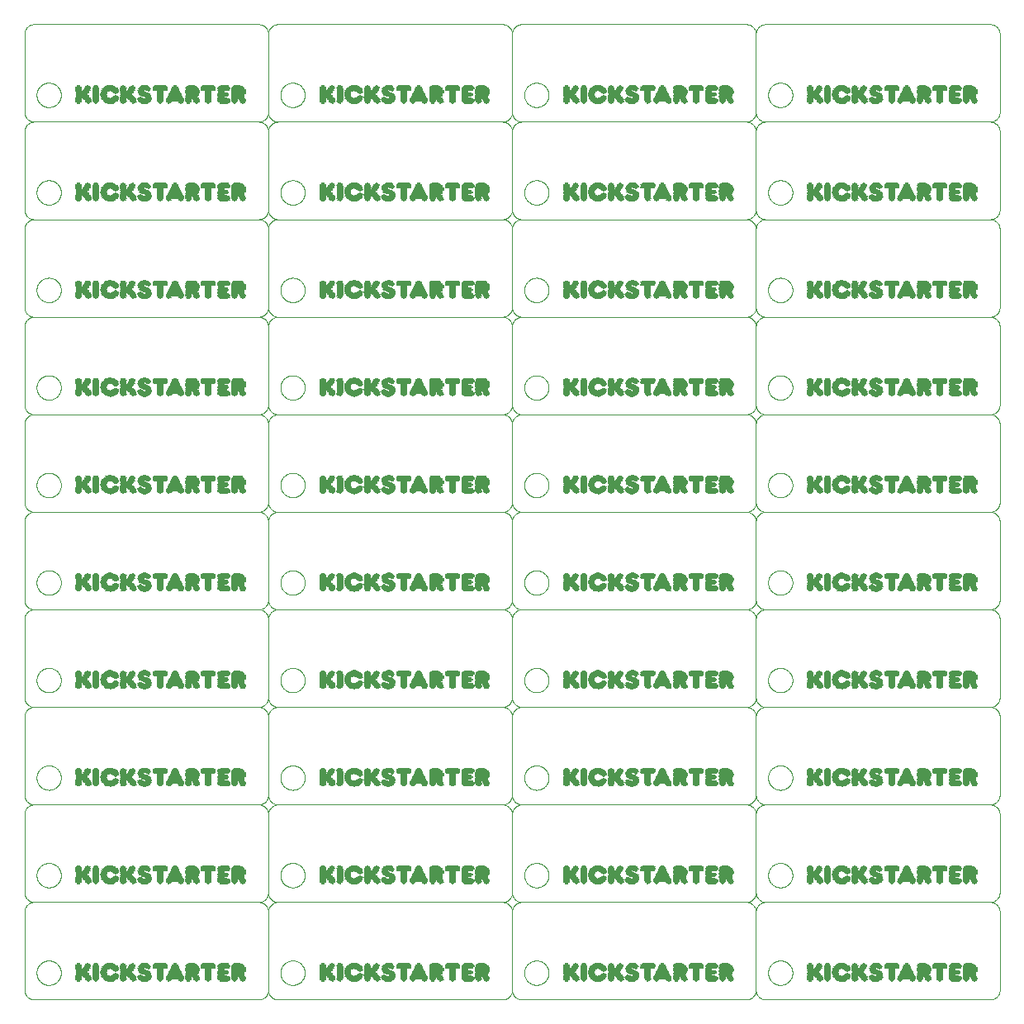
<source format=gto>
G75*
%MOIN*%
%OFA0B0*%
%FSLAX25Y25*%
%IPPOS*%
%LPD*%
%AMOC8*
5,1,8,0,0,1.08239X$1,22.5*
%
%ADD10C,0.00000*%
%ADD11C,0.00039*%
%ADD12R,0.00675X0.00338*%
%ADD13R,0.01013X0.00338*%
%ADD14R,0.02026X0.00338*%
%ADD15R,0.01013X0.00338*%
%ADD16R,0.02701X0.00338*%
%ADD17R,0.03038X0.00338*%
%ADD18R,0.02363X0.00338*%
%ADD19R,0.02363X0.00338*%
%ADD20R,0.07089X0.00338*%
%ADD21R,0.00337X0.00338*%
%ADD22R,0.00338X0.00338*%
%ADD23R,0.01350X0.00338*%
%ADD24R,0.01688X0.00338*%
%ADD25R,0.03039X0.00338*%
%ADD26R,0.01688X0.00338*%
%ADD27R,0.21606X0.00338*%
%ADD28R,0.14854X0.00338*%
%ADD29R,0.03376X0.00338*%
%ADD30R,0.04726X0.00338*%
%ADD31R,0.04389X0.00338*%
%ADD32R,0.05064X0.00338*%
%ADD33R,0.03714X0.00338*%
%ADD34R,0.06077X0.00338*%
%ADD35R,0.04051X0.00338*%
%ADD36R,0.06414X0.00338*%
%ADD37R,0.05064X0.00338*%
%ADD38R,0.05402X0.00338*%
%ADD39R,0.03713X0.00338*%
%ADD40R,0.21944X0.00338*%
%ADD41R,0.07090X0.00338*%
%ADD42R,0.00984X0.00197*%
%ADD43R,0.01378X0.00197*%
%ADD44R,0.01181X0.00197*%
%ADD45R,0.02756X0.00197*%
%ADD46R,0.00787X0.00197*%
%ADD47R,0.03150X0.00197*%
%ADD48R,0.01575X0.00197*%
%ADD49R,0.03740X0.00197*%
%ADD50R,0.01772X0.00197*%
%ADD51R,0.03543X0.00197*%
%ADD52R,0.04134X0.00197*%
%ADD53R,0.01969X0.00197*%
%ADD54R,0.04331X0.00197*%
%ADD55R,0.04528X0.00197*%
%ADD56R,0.02165X0.00197*%
%ADD57R,0.02362X0.00197*%
%ADD58R,0.04921X0.00197*%
%ADD59R,0.04724X0.00197*%
%ADD60R,0.05512X0.00197*%
%ADD61R,0.02559X0.00197*%
%ADD62R,0.05118X0.00197*%
%ADD63R,0.05906X0.00197*%
%ADD64R,0.07480X0.00197*%
%ADD65R,0.02953X0.00197*%
%ADD66R,0.06299X0.00197*%
%ADD67R,0.05315X0.00197*%
%ADD68R,0.06496X0.00197*%
%ADD69R,0.07087X0.00197*%
%ADD70R,0.06693X0.00197*%
%ADD71R,0.05709X0.00197*%
%ADD72R,0.06890X0.00197*%
%ADD73R,0.03346X0.00197*%
%ADD74R,0.03937X0.00197*%
%ADD75R,0.06102X0.00197*%
D10*
X0001000Y0004937D02*
X0001000Y0036433D01*
X0001002Y0036557D01*
X0001008Y0036680D01*
X0001017Y0036804D01*
X0001031Y0036926D01*
X0001048Y0037049D01*
X0001070Y0037171D01*
X0001095Y0037292D01*
X0001124Y0037412D01*
X0001156Y0037531D01*
X0001193Y0037650D01*
X0001233Y0037767D01*
X0001276Y0037882D01*
X0001324Y0037997D01*
X0001375Y0038109D01*
X0001429Y0038220D01*
X0001487Y0038330D01*
X0001548Y0038437D01*
X0001613Y0038543D01*
X0001681Y0038646D01*
X0001752Y0038747D01*
X0001826Y0038846D01*
X0001903Y0038943D01*
X0001984Y0039037D01*
X0002067Y0039128D01*
X0002153Y0039217D01*
X0002242Y0039303D01*
X0002333Y0039386D01*
X0002427Y0039467D01*
X0002524Y0039544D01*
X0002623Y0039618D01*
X0002724Y0039689D01*
X0002827Y0039757D01*
X0002933Y0039822D01*
X0003040Y0039883D01*
X0003150Y0039941D01*
X0003261Y0039995D01*
X0003373Y0040046D01*
X0003488Y0040094D01*
X0003603Y0040137D01*
X0003720Y0040177D01*
X0003839Y0040214D01*
X0003958Y0040246D01*
X0004078Y0040275D01*
X0004199Y0040300D01*
X0004321Y0040322D01*
X0004444Y0040339D01*
X0004566Y0040353D01*
X0004690Y0040362D01*
X0004813Y0040368D01*
X0004937Y0040370D01*
X0095488Y0040370D01*
X0004937Y0040370D01*
X0004813Y0040372D01*
X0004690Y0040378D01*
X0004566Y0040387D01*
X0004444Y0040401D01*
X0004321Y0040418D01*
X0004199Y0040440D01*
X0004078Y0040465D01*
X0003958Y0040494D01*
X0003839Y0040526D01*
X0003720Y0040563D01*
X0003603Y0040603D01*
X0003488Y0040646D01*
X0003373Y0040694D01*
X0003261Y0040745D01*
X0003150Y0040799D01*
X0003040Y0040857D01*
X0002933Y0040918D01*
X0002827Y0040983D01*
X0002724Y0041051D01*
X0002623Y0041122D01*
X0002524Y0041196D01*
X0002427Y0041273D01*
X0002333Y0041354D01*
X0002242Y0041437D01*
X0002153Y0041523D01*
X0002067Y0041612D01*
X0001984Y0041703D01*
X0001903Y0041797D01*
X0001826Y0041894D01*
X0001752Y0041993D01*
X0001681Y0042094D01*
X0001613Y0042197D01*
X0001548Y0042303D01*
X0001487Y0042410D01*
X0001429Y0042520D01*
X0001375Y0042631D01*
X0001324Y0042743D01*
X0001276Y0042858D01*
X0001233Y0042973D01*
X0001193Y0043090D01*
X0001156Y0043209D01*
X0001124Y0043328D01*
X0001095Y0043448D01*
X0001070Y0043569D01*
X0001048Y0043691D01*
X0001031Y0043814D01*
X0001017Y0043936D01*
X0001008Y0044060D01*
X0001002Y0044183D01*
X0001000Y0044307D01*
X0001000Y0075803D01*
X0001002Y0075927D01*
X0001008Y0076050D01*
X0001017Y0076174D01*
X0001031Y0076296D01*
X0001048Y0076419D01*
X0001070Y0076541D01*
X0001095Y0076662D01*
X0001124Y0076782D01*
X0001156Y0076901D01*
X0001193Y0077020D01*
X0001233Y0077137D01*
X0001276Y0077252D01*
X0001324Y0077367D01*
X0001375Y0077479D01*
X0001429Y0077590D01*
X0001487Y0077700D01*
X0001548Y0077807D01*
X0001613Y0077913D01*
X0001681Y0078016D01*
X0001752Y0078117D01*
X0001826Y0078216D01*
X0001903Y0078313D01*
X0001984Y0078407D01*
X0002067Y0078498D01*
X0002153Y0078587D01*
X0002242Y0078673D01*
X0002333Y0078756D01*
X0002427Y0078837D01*
X0002524Y0078914D01*
X0002623Y0078988D01*
X0002724Y0079059D01*
X0002827Y0079127D01*
X0002933Y0079192D01*
X0003040Y0079253D01*
X0003150Y0079311D01*
X0003261Y0079365D01*
X0003373Y0079416D01*
X0003488Y0079464D01*
X0003603Y0079507D01*
X0003720Y0079547D01*
X0003839Y0079584D01*
X0003958Y0079616D01*
X0004078Y0079645D01*
X0004199Y0079670D01*
X0004321Y0079692D01*
X0004444Y0079709D01*
X0004566Y0079723D01*
X0004690Y0079732D01*
X0004813Y0079738D01*
X0004937Y0079740D01*
X0095488Y0079740D01*
X0004937Y0079740D01*
X0004813Y0079742D01*
X0004690Y0079748D01*
X0004566Y0079757D01*
X0004444Y0079771D01*
X0004321Y0079788D01*
X0004199Y0079810D01*
X0004078Y0079835D01*
X0003958Y0079864D01*
X0003839Y0079896D01*
X0003720Y0079933D01*
X0003603Y0079973D01*
X0003488Y0080016D01*
X0003373Y0080064D01*
X0003261Y0080115D01*
X0003150Y0080169D01*
X0003040Y0080227D01*
X0002933Y0080288D01*
X0002827Y0080353D01*
X0002724Y0080421D01*
X0002623Y0080492D01*
X0002524Y0080566D01*
X0002427Y0080643D01*
X0002333Y0080724D01*
X0002242Y0080807D01*
X0002153Y0080893D01*
X0002067Y0080982D01*
X0001984Y0081073D01*
X0001903Y0081167D01*
X0001826Y0081264D01*
X0001752Y0081363D01*
X0001681Y0081464D01*
X0001613Y0081567D01*
X0001548Y0081673D01*
X0001487Y0081780D01*
X0001429Y0081890D01*
X0001375Y0082001D01*
X0001324Y0082113D01*
X0001276Y0082228D01*
X0001233Y0082343D01*
X0001193Y0082460D01*
X0001156Y0082579D01*
X0001124Y0082698D01*
X0001095Y0082818D01*
X0001070Y0082939D01*
X0001048Y0083061D01*
X0001031Y0083184D01*
X0001017Y0083306D01*
X0001008Y0083430D01*
X0001002Y0083553D01*
X0001000Y0083677D01*
X0001000Y0115173D01*
X0001002Y0115297D01*
X0001008Y0115420D01*
X0001017Y0115544D01*
X0001031Y0115666D01*
X0001048Y0115789D01*
X0001070Y0115911D01*
X0001095Y0116032D01*
X0001124Y0116152D01*
X0001156Y0116271D01*
X0001193Y0116390D01*
X0001233Y0116507D01*
X0001276Y0116622D01*
X0001324Y0116737D01*
X0001375Y0116849D01*
X0001429Y0116960D01*
X0001487Y0117070D01*
X0001548Y0117177D01*
X0001613Y0117283D01*
X0001681Y0117386D01*
X0001752Y0117487D01*
X0001826Y0117586D01*
X0001903Y0117683D01*
X0001984Y0117777D01*
X0002067Y0117868D01*
X0002153Y0117957D01*
X0002242Y0118043D01*
X0002333Y0118126D01*
X0002427Y0118207D01*
X0002524Y0118284D01*
X0002623Y0118358D01*
X0002724Y0118429D01*
X0002827Y0118497D01*
X0002933Y0118562D01*
X0003040Y0118623D01*
X0003150Y0118681D01*
X0003261Y0118735D01*
X0003373Y0118786D01*
X0003488Y0118834D01*
X0003603Y0118877D01*
X0003720Y0118917D01*
X0003839Y0118954D01*
X0003958Y0118986D01*
X0004078Y0119015D01*
X0004199Y0119040D01*
X0004321Y0119062D01*
X0004444Y0119079D01*
X0004566Y0119093D01*
X0004690Y0119102D01*
X0004813Y0119108D01*
X0004937Y0119110D01*
X0095488Y0119110D01*
X0004937Y0119110D01*
X0004813Y0119112D01*
X0004690Y0119118D01*
X0004566Y0119127D01*
X0004444Y0119141D01*
X0004321Y0119158D01*
X0004199Y0119180D01*
X0004078Y0119205D01*
X0003958Y0119234D01*
X0003839Y0119266D01*
X0003720Y0119303D01*
X0003603Y0119343D01*
X0003488Y0119386D01*
X0003373Y0119434D01*
X0003261Y0119485D01*
X0003150Y0119539D01*
X0003040Y0119597D01*
X0002933Y0119658D01*
X0002827Y0119723D01*
X0002724Y0119791D01*
X0002623Y0119862D01*
X0002524Y0119936D01*
X0002427Y0120013D01*
X0002333Y0120094D01*
X0002242Y0120177D01*
X0002153Y0120263D01*
X0002067Y0120352D01*
X0001984Y0120443D01*
X0001903Y0120537D01*
X0001826Y0120634D01*
X0001752Y0120733D01*
X0001681Y0120834D01*
X0001613Y0120937D01*
X0001548Y0121043D01*
X0001487Y0121150D01*
X0001429Y0121260D01*
X0001375Y0121371D01*
X0001324Y0121483D01*
X0001276Y0121598D01*
X0001233Y0121713D01*
X0001193Y0121830D01*
X0001156Y0121949D01*
X0001124Y0122068D01*
X0001095Y0122188D01*
X0001070Y0122309D01*
X0001048Y0122431D01*
X0001031Y0122554D01*
X0001017Y0122676D01*
X0001008Y0122800D01*
X0001002Y0122923D01*
X0001000Y0123047D01*
X0001000Y0154543D01*
X0001002Y0154667D01*
X0001008Y0154790D01*
X0001017Y0154914D01*
X0001031Y0155036D01*
X0001048Y0155159D01*
X0001070Y0155281D01*
X0001095Y0155402D01*
X0001124Y0155522D01*
X0001156Y0155641D01*
X0001193Y0155760D01*
X0001233Y0155877D01*
X0001276Y0155992D01*
X0001324Y0156107D01*
X0001375Y0156219D01*
X0001429Y0156330D01*
X0001487Y0156440D01*
X0001548Y0156547D01*
X0001613Y0156653D01*
X0001681Y0156756D01*
X0001752Y0156857D01*
X0001826Y0156956D01*
X0001903Y0157053D01*
X0001984Y0157147D01*
X0002067Y0157238D01*
X0002153Y0157327D01*
X0002242Y0157413D01*
X0002333Y0157496D01*
X0002427Y0157577D01*
X0002524Y0157654D01*
X0002623Y0157728D01*
X0002724Y0157799D01*
X0002827Y0157867D01*
X0002933Y0157932D01*
X0003040Y0157993D01*
X0003150Y0158051D01*
X0003261Y0158105D01*
X0003373Y0158156D01*
X0003488Y0158204D01*
X0003603Y0158247D01*
X0003720Y0158287D01*
X0003839Y0158324D01*
X0003958Y0158356D01*
X0004078Y0158385D01*
X0004199Y0158410D01*
X0004321Y0158432D01*
X0004444Y0158449D01*
X0004566Y0158463D01*
X0004690Y0158472D01*
X0004813Y0158478D01*
X0004937Y0158480D01*
X0095488Y0158480D01*
X0004937Y0158480D01*
X0004813Y0158482D01*
X0004690Y0158488D01*
X0004566Y0158497D01*
X0004444Y0158511D01*
X0004321Y0158528D01*
X0004199Y0158550D01*
X0004078Y0158575D01*
X0003958Y0158604D01*
X0003839Y0158636D01*
X0003720Y0158673D01*
X0003603Y0158713D01*
X0003488Y0158756D01*
X0003373Y0158804D01*
X0003261Y0158855D01*
X0003150Y0158909D01*
X0003040Y0158967D01*
X0002933Y0159028D01*
X0002827Y0159093D01*
X0002724Y0159161D01*
X0002623Y0159232D01*
X0002524Y0159306D01*
X0002427Y0159383D01*
X0002333Y0159464D01*
X0002242Y0159547D01*
X0002153Y0159633D01*
X0002067Y0159722D01*
X0001984Y0159813D01*
X0001903Y0159907D01*
X0001826Y0160004D01*
X0001752Y0160103D01*
X0001681Y0160204D01*
X0001613Y0160307D01*
X0001548Y0160413D01*
X0001487Y0160520D01*
X0001429Y0160630D01*
X0001375Y0160741D01*
X0001324Y0160853D01*
X0001276Y0160968D01*
X0001233Y0161083D01*
X0001193Y0161200D01*
X0001156Y0161319D01*
X0001124Y0161438D01*
X0001095Y0161558D01*
X0001070Y0161679D01*
X0001048Y0161801D01*
X0001031Y0161924D01*
X0001017Y0162046D01*
X0001008Y0162170D01*
X0001002Y0162293D01*
X0001000Y0162417D01*
X0001000Y0193913D01*
X0001002Y0194037D01*
X0001008Y0194160D01*
X0001017Y0194284D01*
X0001031Y0194406D01*
X0001048Y0194529D01*
X0001070Y0194651D01*
X0001095Y0194772D01*
X0001124Y0194892D01*
X0001156Y0195011D01*
X0001193Y0195130D01*
X0001233Y0195247D01*
X0001276Y0195362D01*
X0001324Y0195477D01*
X0001375Y0195589D01*
X0001429Y0195700D01*
X0001487Y0195810D01*
X0001548Y0195917D01*
X0001613Y0196023D01*
X0001681Y0196126D01*
X0001752Y0196227D01*
X0001826Y0196326D01*
X0001903Y0196423D01*
X0001984Y0196517D01*
X0002067Y0196608D01*
X0002153Y0196697D01*
X0002242Y0196783D01*
X0002333Y0196866D01*
X0002427Y0196947D01*
X0002524Y0197024D01*
X0002623Y0197098D01*
X0002724Y0197169D01*
X0002827Y0197237D01*
X0002933Y0197302D01*
X0003040Y0197363D01*
X0003150Y0197421D01*
X0003261Y0197475D01*
X0003373Y0197526D01*
X0003488Y0197574D01*
X0003603Y0197617D01*
X0003720Y0197657D01*
X0003839Y0197694D01*
X0003958Y0197726D01*
X0004078Y0197755D01*
X0004199Y0197780D01*
X0004321Y0197802D01*
X0004444Y0197819D01*
X0004566Y0197833D01*
X0004690Y0197842D01*
X0004813Y0197848D01*
X0004937Y0197850D01*
X0095488Y0197850D01*
X0004937Y0197850D01*
X0004813Y0197852D01*
X0004690Y0197858D01*
X0004566Y0197867D01*
X0004444Y0197881D01*
X0004321Y0197898D01*
X0004199Y0197920D01*
X0004078Y0197945D01*
X0003958Y0197974D01*
X0003839Y0198006D01*
X0003720Y0198043D01*
X0003603Y0198083D01*
X0003488Y0198126D01*
X0003373Y0198174D01*
X0003261Y0198225D01*
X0003150Y0198279D01*
X0003040Y0198337D01*
X0002933Y0198398D01*
X0002827Y0198463D01*
X0002724Y0198531D01*
X0002623Y0198602D01*
X0002524Y0198676D01*
X0002427Y0198753D01*
X0002333Y0198834D01*
X0002242Y0198917D01*
X0002153Y0199003D01*
X0002067Y0199092D01*
X0001984Y0199183D01*
X0001903Y0199277D01*
X0001826Y0199374D01*
X0001752Y0199473D01*
X0001681Y0199574D01*
X0001613Y0199677D01*
X0001548Y0199783D01*
X0001487Y0199890D01*
X0001429Y0200000D01*
X0001375Y0200111D01*
X0001324Y0200223D01*
X0001276Y0200338D01*
X0001233Y0200453D01*
X0001193Y0200570D01*
X0001156Y0200689D01*
X0001124Y0200808D01*
X0001095Y0200928D01*
X0001070Y0201049D01*
X0001048Y0201171D01*
X0001031Y0201294D01*
X0001017Y0201416D01*
X0001008Y0201540D01*
X0001002Y0201663D01*
X0001000Y0201787D01*
X0001000Y0233283D01*
X0001002Y0233407D01*
X0001008Y0233530D01*
X0001017Y0233654D01*
X0001031Y0233776D01*
X0001048Y0233899D01*
X0001070Y0234021D01*
X0001095Y0234142D01*
X0001124Y0234262D01*
X0001156Y0234381D01*
X0001193Y0234500D01*
X0001233Y0234617D01*
X0001276Y0234732D01*
X0001324Y0234847D01*
X0001375Y0234959D01*
X0001429Y0235070D01*
X0001487Y0235180D01*
X0001548Y0235287D01*
X0001613Y0235393D01*
X0001681Y0235496D01*
X0001752Y0235597D01*
X0001826Y0235696D01*
X0001903Y0235793D01*
X0001984Y0235887D01*
X0002067Y0235978D01*
X0002153Y0236067D01*
X0002242Y0236153D01*
X0002333Y0236236D01*
X0002427Y0236317D01*
X0002524Y0236394D01*
X0002623Y0236468D01*
X0002724Y0236539D01*
X0002827Y0236607D01*
X0002933Y0236672D01*
X0003040Y0236733D01*
X0003150Y0236791D01*
X0003261Y0236845D01*
X0003373Y0236896D01*
X0003488Y0236944D01*
X0003603Y0236987D01*
X0003720Y0237027D01*
X0003839Y0237064D01*
X0003958Y0237096D01*
X0004078Y0237125D01*
X0004199Y0237150D01*
X0004321Y0237172D01*
X0004444Y0237189D01*
X0004566Y0237203D01*
X0004690Y0237212D01*
X0004813Y0237218D01*
X0004937Y0237220D01*
X0095488Y0237220D01*
X0004937Y0237220D01*
X0004813Y0237222D01*
X0004690Y0237228D01*
X0004566Y0237237D01*
X0004444Y0237251D01*
X0004321Y0237268D01*
X0004199Y0237290D01*
X0004078Y0237315D01*
X0003958Y0237344D01*
X0003839Y0237376D01*
X0003720Y0237413D01*
X0003603Y0237453D01*
X0003488Y0237496D01*
X0003373Y0237544D01*
X0003261Y0237595D01*
X0003150Y0237649D01*
X0003040Y0237707D01*
X0002933Y0237768D01*
X0002827Y0237833D01*
X0002724Y0237901D01*
X0002623Y0237972D01*
X0002524Y0238046D01*
X0002427Y0238123D01*
X0002333Y0238204D01*
X0002242Y0238287D01*
X0002153Y0238373D01*
X0002067Y0238462D01*
X0001984Y0238553D01*
X0001903Y0238647D01*
X0001826Y0238744D01*
X0001752Y0238843D01*
X0001681Y0238944D01*
X0001613Y0239047D01*
X0001548Y0239153D01*
X0001487Y0239260D01*
X0001429Y0239370D01*
X0001375Y0239481D01*
X0001324Y0239593D01*
X0001276Y0239708D01*
X0001233Y0239823D01*
X0001193Y0239940D01*
X0001156Y0240059D01*
X0001124Y0240178D01*
X0001095Y0240298D01*
X0001070Y0240419D01*
X0001048Y0240541D01*
X0001031Y0240664D01*
X0001017Y0240786D01*
X0001008Y0240910D01*
X0001002Y0241033D01*
X0001000Y0241157D01*
X0001000Y0272654D01*
X0001002Y0272778D01*
X0001008Y0272901D01*
X0001017Y0273025D01*
X0001031Y0273147D01*
X0001048Y0273270D01*
X0001070Y0273392D01*
X0001095Y0273513D01*
X0001124Y0273633D01*
X0001156Y0273752D01*
X0001193Y0273871D01*
X0001233Y0273988D01*
X0001276Y0274103D01*
X0001324Y0274218D01*
X0001375Y0274330D01*
X0001429Y0274441D01*
X0001487Y0274551D01*
X0001548Y0274658D01*
X0001613Y0274764D01*
X0001681Y0274867D01*
X0001752Y0274968D01*
X0001826Y0275067D01*
X0001903Y0275164D01*
X0001984Y0275258D01*
X0002067Y0275349D01*
X0002153Y0275438D01*
X0002242Y0275524D01*
X0002333Y0275607D01*
X0002427Y0275688D01*
X0002524Y0275765D01*
X0002623Y0275839D01*
X0002724Y0275910D01*
X0002827Y0275978D01*
X0002933Y0276043D01*
X0003040Y0276104D01*
X0003150Y0276162D01*
X0003261Y0276216D01*
X0003373Y0276267D01*
X0003488Y0276315D01*
X0003603Y0276358D01*
X0003720Y0276398D01*
X0003839Y0276435D01*
X0003958Y0276467D01*
X0004078Y0276496D01*
X0004199Y0276521D01*
X0004321Y0276543D01*
X0004444Y0276560D01*
X0004566Y0276574D01*
X0004690Y0276583D01*
X0004813Y0276589D01*
X0004937Y0276591D01*
X0095488Y0276591D01*
X0004937Y0276591D01*
X0004813Y0276593D01*
X0004690Y0276599D01*
X0004566Y0276608D01*
X0004444Y0276622D01*
X0004321Y0276639D01*
X0004199Y0276661D01*
X0004078Y0276686D01*
X0003958Y0276715D01*
X0003839Y0276747D01*
X0003720Y0276784D01*
X0003603Y0276824D01*
X0003488Y0276867D01*
X0003373Y0276915D01*
X0003261Y0276966D01*
X0003150Y0277020D01*
X0003040Y0277078D01*
X0002933Y0277139D01*
X0002827Y0277204D01*
X0002724Y0277272D01*
X0002623Y0277343D01*
X0002524Y0277417D01*
X0002427Y0277494D01*
X0002333Y0277575D01*
X0002242Y0277658D01*
X0002153Y0277744D01*
X0002067Y0277833D01*
X0001984Y0277924D01*
X0001903Y0278018D01*
X0001826Y0278115D01*
X0001752Y0278214D01*
X0001681Y0278315D01*
X0001613Y0278418D01*
X0001548Y0278524D01*
X0001487Y0278631D01*
X0001429Y0278741D01*
X0001375Y0278852D01*
X0001324Y0278964D01*
X0001276Y0279079D01*
X0001233Y0279194D01*
X0001193Y0279311D01*
X0001156Y0279430D01*
X0001124Y0279549D01*
X0001095Y0279669D01*
X0001070Y0279790D01*
X0001048Y0279912D01*
X0001031Y0280035D01*
X0001017Y0280157D01*
X0001008Y0280281D01*
X0001002Y0280404D01*
X0001000Y0280528D01*
X0001000Y0312024D01*
X0001002Y0312148D01*
X0001008Y0312271D01*
X0001017Y0312395D01*
X0001031Y0312517D01*
X0001048Y0312640D01*
X0001070Y0312762D01*
X0001095Y0312883D01*
X0001124Y0313003D01*
X0001156Y0313122D01*
X0001193Y0313241D01*
X0001233Y0313358D01*
X0001276Y0313473D01*
X0001324Y0313588D01*
X0001375Y0313700D01*
X0001429Y0313811D01*
X0001487Y0313921D01*
X0001548Y0314028D01*
X0001613Y0314134D01*
X0001681Y0314237D01*
X0001752Y0314338D01*
X0001826Y0314437D01*
X0001903Y0314534D01*
X0001984Y0314628D01*
X0002067Y0314719D01*
X0002153Y0314808D01*
X0002242Y0314894D01*
X0002333Y0314977D01*
X0002427Y0315058D01*
X0002524Y0315135D01*
X0002623Y0315209D01*
X0002724Y0315280D01*
X0002827Y0315348D01*
X0002933Y0315413D01*
X0003040Y0315474D01*
X0003150Y0315532D01*
X0003261Y0315586D01*
X0003373Y0315637D01*
X0003488Y0315685D01*
X0003603Y0315728D01*
X0003720Y0315768D01*
X0003839Y0315805D01*
X0003958Y0315837D01*
X0004078Y0315866D01*
X0004199Y0315891D01*
X0004321Y0315913D01*
X0004444Y0315930D01*
X0004566Y0315944D01*
X0004690Y0315953D01*
X0004813Y0315959D01*
X0004937Y0315961D01*
X0095488Y0315961D01*
X0004937Y0315961D01*
X0004813Y0315963D01*
X0004690Y0315969D01*
X0004566Y0315978D01*
X0004444Y0315992D01*
X0004321Y0316009D01*
X0004199Y0316031D01*
X0004078Y0316056D01*
X0003958Y0316085D01*
X0003839Y0316117D01*
X0003720Y0316154D01*
X0003603Y0316194D01*
X0003488Y0316237D01*
X0003373Y0316285D01*
X0003261Y0316336D01*
X0003150Y0316390D01*
X0003040Y0316448D01*
X0002933Y0316509D01*
X0002827Y0316574D01*
X0002724Y0316642D01*
X0002623Y0316713D01*
X0002524Y0316787D01*
X0002427Y0316864D01*
X0002333Y0316945D01*
X0002242Y0317028D01*
X0002153Y0317114D01*
X0002067Y0317203D01*
X0001984Y0317294D01*
X0001903Y0317388D01*
X0001826Y0317485D01*
X0001752Y0317584D01*
X0001681Y0317685D01*
X0001613Y0317788D01*
X0001548Y0317894D01*
X0001487Y0318001D01*
X0001429Y0318111D01*
X0001375Y0318222D01*
X0001324Y0318334D01*
X0001276Y0318449D01*
X0001233Y0318564D01*
X0001193Y0318681D01*
X0001156Y0318800D01*
X0001124Y0318919D01*
X0001095Y0319039D01*
X0001070Y0319160D01*
X0001048Y0319282D01*
X0001031Y0319405D01*
X0001017Y0319527D01*
X0001008Y0319651D01*
X0001002Y0319774D01*
X0001000Y0319898D01*
X0001000Y0351394D01*
X0001002Y0351518D01*
X0001008Y0351641D01*
X0001017Y0351765D01*
X0001031Y0351887D01*
X0001048Y0352010D01*
X0001070Y0352132D01*
X0001095Y0352253D01*
X0001124Y0352373D01*
X0001156Y0352492D01*
X0001193Y0352611D01*
X0001233Y0352728D01*
X0001276Y0352843D01*
X0001324Y0352958D01*
X0001375Y0353070D01*
X0001429Y0353181D01*
X0001487Y0353291D01*
X0001548Y0353398D01*
X0001613Y0353504D01*
X0001681Y0353607D01*
X0001752Y0353708D01*
X0001826Y0353807D01*
X0001903Y0353904D01*
X0001984Y0353998D01*
X0002067Y0354089D01*
X0002153Y0354178D01*
X0002242Y0354264D01*
X0002333Y0354347D01*
X0002427Y0354428D01*
X0002524Y0354505D01*
X0002623Y0354579D01*
X0002724Y0354650D01*
X0002827Y0354718D01*
X0002933Y0354783D01*
X0003040Y0354844D01*
X0003150Y0354902D01*
X0003261Y0354956D01*
X0003373Y0355007D01*
X0003488Y0355055D01*
X0003603Y0355098D01*
X0003720Y0355138D01*
X0003839Y0355175D01*
X0003958Y0355207D01*
X0004078Y0355236D01*
X0004199Y0355261D01*
X0004321Y0355283D01*
X0004444Y0355300D01*
X0004566Y0355314D01*
X0004690Y0355323D01*
X0004813Y0355329D01*
X0004937Y0355331D01*
X0095488Y0355331D01*
X0004937Y0355331D01*
X0004813Y0355333D01*
X0004690Y0355339D01*
X0004566Y0355348D01*
X0004444Y0355362D01*
X0004321Y0355379D01*
X0004199Y0355401D01*
X0004078Y0355426D01*
X0003958Y0355455D01*
X0003839Y0355487D01*
X0003720Y0355524D01*
X0003603Y0355564D01*
X0003488Y0355607D01*
X0003373Y0355655D01*
X0003261Y0355706D01*
X0003150Y0355760D01*
X0003040Y0355818D01*
X0002933Y0355879D01*
X0002827Y0355944D01*
X0002724Y0356012D01*
X0002623Y0356083D01*
X0002524Y0356157D01*
X0002427Y0356234D01*
X0002333Y0356315D01*
X0002242Y0356398D01*
X0002153Y0356484D01*
X0002067Y0356573D01*
X0001984Y0356664D01*
X0001903Y0356758D01*
X0001826Y0356855D01*
X0001752Y0356954D01*
X0001681Y0357055D01*
X0001613Y0357158D01*
X0001548Y0357264D01*
X0001487Y0357371D01*
X0001429Y0357481D01*
X0001375Y0357592D01*
X0001324Y0357704D01*
X0001276Y0357819D01*
X0001233Y0357934D01*
X0001193Y0358051D01*
X0001156Y0358170D01*
X0001124Y0358289D01*
X0001095Y0358409D01*
X0001070Y0358530D01*
X0001048Y0358652D01*
X0001031Y0358775D01*
X0001017Y0358897D01*
X0001008Y0359021D01*
X0001002Y0359144D01*
X0001000Y0359268D01*
X0001000Y0390764D01*
X0001002Y0390888D01*
X0001008Y0391011D01*
X0001017Y0391135D01*
X0001031Y0391257D01*
X0001048Y0391380D01*
X0001070Y0391502D01*
X0001095Y0391623D01*
X0001124Y0391743D01*
X0001156Y0391862D01*
X0001193Y0391981D01*
X0001233Y0392098D01*
X0001276Y0392213D01*
X0001324Y0392328D01*
X0001375Y0392440D01*
X0001429Y0392551D01*
X0001487Y0392661D01*
X0001548Y0392768D01*
X0001613Y0392874D01*
X0001681Y0392977D01*
X0001752Y0393078D01*
X0001826Y0393177D01*
X0001903Y0393274D01*
X0001984Y0393368D01*
X0002067Y0393459D01*
X0002153Y0393548D01*
X0002242Y0393634D01*
X0002333Y0393717D01*
X0002427Y0393798D01*
X0002524Y0393875D01*
X0002623Y0393949D01*
X0002724Y0394020D01*
X0002827Y0394088D01*
X0002933Y0394153D01*
X0003040Y0394214D01*
X0003150Y0394272D01*
X0003261Y0394326D01*
X0003373Y0394377D01*
X0003488Y0394425D01*
X0003603Y0394468D01*
X0003720Y0394508D01*
X0003839Y0394545D01*
X0003958Y0394577D01*
X0004078Y0394606D01*
X0004199Y0394631D01*
X0004321Y0394653D01*
X0004444Y0394670D01*
X0004566Y0394684D01*
X0004690Y0394693D01*
X0004813Y0394699D01*
X0004937Y0394701D01*
X0095488Y0394701D01*
X0095612Y0394699D01*
X0095735Y0394693D01*
X0095859Y0394684D01*
X0095981Y0394670D01*
X0096104Y0394653D01*
X0096226Y0394631D01*
X0096347Y0394606D01*
X0096467Y0394577D01*
X0096586Y0394545D01*
X0096705Y0394508D01*
X0096822Y0394468D01*
X0096937Y0394425D01*
X0097052Y0394377D01*
X0097164Y0394326D01*
X0097275Y0394272D01*
X0097385Y0394214D01*
X0097492Y0394153D01*
X0097598Y0394088D01*
X0097701Y0394020D01*
X0097802Y0393949D01*
X0097901Y0393875D01*
X0097998Y0393798D01*
X0098092Y0393717D01*
X0098183Y0393634D01*
X0098272Y0393548D01*
X0098358Y0393459D01*
X0098441Y0393368D01*
X0098522Y0393274D01*
X0098599Y0393177D01*
X0098673Y0393078D01*
X0098744Y0392977D01*
X0098812Y0392874D01*
X0098877Y0392768D01*
X0098938Y0392661D01*
X0098996Y0392551D01*
X0099050Y0392440D01*
X0099101Y0392328D01*
X0099149Y0392213D01*
X0099192Y0392098D01*
X0099232Y0391981D01*
X0099269Y0391862D01*
X0099301Y0391743D01*
X0099330Y0391623D01*
X0099355Y0391502D01*
X0099377Y0391380D01*
X0099394Y0391257D01*
X0099408Y0391135D01*
X0099417Y0391011D01*
X0099423Y0390888D01*
X0099425Y0390764D01*
X0099425Y0359268D01*
X0099425Y0390764D01*
X0099427Y0390888D01*
X0099433Y0391011D01*
X0099442Y0391135D01*
X0099456Y0391257D01*
X0099473Y0391380D01*
X0099495Y0391502D01*
X0099520Y0391623D01*
X0099549Y0391743D01*
X0099581Y0391862D01*
X0099618Y0391981D01*
X0099658Y0392098D01*
X0099701Y0392213D01*
X0099749Y0392328D01*
X0099800Y0392440D01*
X0099854Y0392551D01*
X0099912Y0392661D01*
X0099973Y0392768D01*
X0100038Y0392874D01*
X0100106Y0392977D01*
X0100177Y0393078D01*
X0100251Y0393177D01*
X0100328Y0393274D01*
X0100409Y0393368D01*
X0100492Y0393459D01*
X0100578Y0393548D01*
X0100667Y0393634D01*
X0100758Y0393717D01*
X0100852Y0393798D01*
X0100949Y0393875D01*
X0101048Y0393949D01*
X0101149Y0394020D01*
X0101252Y0394088D01*
X0101358Y0394153D01*
X0101465Y0394214D01*
X0101575Y0394272D01*
X0101686Y0394326D01*
X0101798Y0394377D01*
X0101913Y0394425D01*
X0102028Y0394468D01*
X0102145Y0394508D01*
X0102264Y0394545D01*
X0102383Y0394577D01*
X0102503Y0394606D01*
X0102624Y0394631D01*
X0102746Y0394653D01*
X0102869Y0394670D01*
X0102991Y0394684D01*
X0103115Y0394693D01*
X0103238Y0394699D01*
X0103362Y0394701D01*
X0193913Y0394701D01*
X0194037Y0394699D01*
X0194160Y0394693D01*
X0194284Y0394684D01*
X0194406Y0394670D01*
X0194529Y0394653D01*
X0194651Y0394631D01*
X0194772Y0394606D01*
X0194892Y0394577D01*
X0195011Y0394545D01*
X0195130Y0394508D01*
X0195247Y0394468D01*
X0195362Y0394425D01*
X0195477Y0394377D01*
X0195589Y0394326D01*
X0195700Y0394272D01*
X0195810Y0394214D01*
X0195917Y0394153D01*
X0196023Y0394088D01*
X0196126Y0394020D01*
X0196227Y0393949D01*
X0196326Y0393875D01*
X0196423Y0393798D01*
X0196517Y0393717D01*
X0196608Y0393634D01*
X0196697Y0393548D01*
X0196783Y0393459D01*
X0196866Y0393368D01*
X0196947Y0393274D01*
X0197024Y0393177D01*
X0197098Y0393078D01*
X0197169Y0392977D01*
X0197237Y0392874D01*
X0197302Y0392768D01*
X0197363Y0392661D01*
X0197421Y0392551D01*
X0197475Y0392440D01*
X0197526Y0392328D01*
X0197574Y0392213D01*
X0197617Y0392098D01*
X0197657Y0391981D01*
X0197694Y0391862D01*
X0197726Y0391743D01*
X0197755Y0391623D01*
X0197780Y0391502D01*
X0197802Y0391380D01*
X0197819Y0391257D01*
X0197833Y0391135D01*
X0197842Y0391011D01*
X0197848Y0390888D01*
X0197850Y0390764D01*
X0197850Y0359268D01*
X0197850Y0390764D01*
X0197852Y0390888D01*
X0197858Y0391011D01*
X0197867Y0391135D01*
X0197881Y0391257D01*
X0197898Y0391380D01*
X0197920Y0391502D01*
X0197945Y0391623D01*
X0197974Y0391743D01*
X0198006Y0391862D01*
X0198043Y0391981D01*
X0198083Y0392098D01*
X0198126Y0392213D01*
X0198174Y0392328D01*
X0198225Y0392440D01*
X0198279Y0392551D01*
X0198337Y0392661D01*
X0198398Y0392768D01*
X0198463Y0392874D01*
X0198531Y0392977D01*
X0198602Y0393078D01*
X0198676Y0393177D01*
X0198753Y0393274D01*
X0198834Y0393368D01*
X0198917Y0393459D01*
X0199003Y0393548D01*
X0199092Y0393634D01*
X0199183Y0393717D01*
X0199277Y0393798D01*
X0199374Y0393875D01*
X0199473Y0393949D01*
X0199574Y0394020D01*
X0199677Y0394088D01*
X0199783Y0394153D01*
X0199890Y0394214D01*
X0200000Y0394272D01*
X0200111Y0394326D01*
X0200223Y0394377D01*
X0200338Y0394425D01*
X0200453Y0394468D01*
X0200570Y0394508D01*
X0200689Y0394545D01*
X0200808Y0394577D01*
X0200928Y0394606D01*
X0201049Y0394631D01*
X0201171Y0394653D01*
X0201294Y0394670D01*
X0201416Y0394684D01*
X0201540Y0394693D01*
X0201663Y0394699D01*
X0201787Y0394701D01*
X0292339Y0394701D01*
X0292463Y0394699D01*
X0292586Y0394693D01*
X0292710Y0394684D01*
X0292832Y0394670D01*
X0292955Y0394653D01*
X0293077Y0394631D01*
X0293198Y0394606D01*
X0293318Y0394577D01*
X0293437Y0394545D01*
X0293556Y0394508D01*
X0293673Y0394468D01*
X0293788Y0394425D01*
X0293903Y0394377D01*
X0294015Y0394326D01*
X0294126Y0394272D01*
X0294236Y0394214D01*
X0294343Y0394153D01*
X0294449Y0394088D01*
X0294552Y0394020D01*
X0294653Y0393949D01*
X0294752Y0393875D01*
X0294849Y0393798D01*
X0294943Y0393717D01*
X0295034Y0393634D01*
X0295123Y0393548D01*
X0295209Y0393459D01*
X0295292Y0393368D01*
X0295373Y0393274D01*
X0295450Y0393177D01*
X0295524Y0393078D01*
X0295595Y0392977D01*
X0295663Y0392874D01*
X0295728Y0392768D01*
X0295789Y0392661D01*
X0295847Y0392551D01*
X0295901Y0392440D01*
X0295952Y0392328D01*
X0296000Y0392213D01*
X0296043Y0392098D01*
X0296083Y0391981D01*
X0296120Y0391862D01*
X0296152Y0391743D01*
X0296181Y0391623D01*
X0296206Y0391502D01*
X0296228Y0391380D01*
X0296245Y0391257D01*
X0296259Y0391135D01*
X0296268Y0391011D01*
X0296274Y0390888D01*
X0296276Y0390764D01*
X0296276Y0359268D01*
X0296276Y0390764D01*
X0296278Y0390888D01*
X0296284Y0391011D01*
X0296293Y0391135D01*
X0296307Y0391257D01*
X0296324Y0391380D01*
X0296346Y0391502D01*
X0296371Y0391623D01*
X0296400Y0391743D01*
X0296432Y0391862D01*
X0296469Y0391981D01*
X0296509Y0392098D01*
X0296552Y0392213D01*
X0296600Y0392328D01*
X0296651Y0392440D01*
X0296705Y0392551D01*
X0296763Y0392661D01*
X0296824Y0392768D01*
X0296889Y0392874D01*
X0296957Y0392977D01*
X0297028Y0393078D01*
X0297102Y0393177D01*
X0297179Y0393274D01*
X0297260Y0393368D01*
X0297343Y0393459D01*
X0297429Y0393548D01*
X0297518Y0393634D01*
X0297609Y0393717D01*
X0297703Y0393798D01*
X0297800Y0393875D01*
X0297899Y0393949D01*
X0298000Y0394020D01*
X0298103Y0394088D01*
X0298209Y0394153D01*
X0298316Y0394214D01*
X0298426Y0394272D01*
X0298537Y0394326D01*
X0298649Y0394377D01*
X0298764Y0394425D01*
X0298879Y0394468D01*
X0298996Y0394508D01*
X0299115Y0394545D01*
X0299234Y0394577D01*
X0299354Y0394606D01*
X0299475Y0394631D01*
X0299597Y0394653D01*
X0299720Y0394670D01*
X0299842Y0394684D01*
X0299966Y0394693D01*
X0300089Y0394699D01*
X0300213Y0394701D01*
X0390764Y0394701D01*
X0390888Y0394699D01*
X0391011Y0394693D01*
X0391135Y0394684D01*
X0391257Y0394670D01*
X0391380Y0394653D01*
X0391502Y0394631D01*
X0391623Y0394606D01*
X0391743Y0394577D01*
X0391862Y0394545D01*
X0391981Y0394508D01*
X0392098Y0394468D01*
X0392213Y0394425D01*
X0392328Y0394377D01*
X0392440Y0394326D01*
X0392551Y0394272D01*
X0392661Y0394214D01*
X0392768Y0394153D01*
X0392874Y0394088D01*
X0392977Y0394020D01*
X0393078Y0393949D01*
X0393177Y0393875D01*
X0393274Y0393798D01*
X0393368Y0393717D01*
X0393459Y0393634D01*
X0393548Y0393548D01*
X0393634Y0393459D01*
X0393717Y0393368D01*
X0393798Y0393274D01*
X0393875Y0393177D01*
X0393949Y0393078D01*
X0394020Y0392977D01*
X0394088Y0392874D01*
X0394153Y0392768D01*
X0394214Y0392661D01*
X0394272Y0392551D01*
X0394326Y0392440D01*
X0394377Y0392328D01*
X0394425Y0392213D01*
X0394468Y0392098D01*
X0394508Y0391981D01*
X0394545Y0391862D01*
X0394577Y0391743D01*
X0394606Y0391623D01*
X0394631Y0391502D01*
X0394653Y0391380D01*
X0394670Y0391257D01*
X0394684Y0391135D01*
X0394693Y0391011D01*
X0394699Y0390888D01*
X0394701Y0390764D01*
X0394701Y0359268D01*
X0394699Y0359144D01*
X0394693Y0359021D01*
X0394684Y0358897D01*
X0394670Y0358775D01*
X0394653Y0358652D01*
X0394631Y0358530D01*
X0394606Y0358409D01*
X0394577Y0358289D01*
X0394545Y0358170D01*
X0394508Y0358051D01*
X0394468Y0357934D01*
X0394425Y0357819D01*
X0394377Y0357704D01*
X0394326Y0357592D01*
X0394272Y0357481D01*
X0394214Y0357371D01*
X0394153Y0357264D01*
X0394088Y0357158D01*
X0394020Y0357055D01*
X0393949Y0356954D01*
X0393875Y0356855D01*
X0393798Y0356758D01*
X0393717Y0356664D01*
X0393634Y0356573D01*
X0393548Y0356484D01*
X0393459Y0356398D01*
X0393368Y0356315D01*
X0393274Y0356234D01*
X0393177Y0356157D01*
X0393078Y0356083D01*
X0392977Y0356012D01*
X0392874Y0355944D01*
X0392768Y0355879D01*
X0392661Y0355818D01*
X0392551Y0355760D01*
X0392440Y0355706D01*
X0392328Y0355655D01*
X0392213Y0355607D01*
X0392098Y0355564D01*
X0391981Y0355524D01*
X0391862Y0355487D01*
X0391743Y0355455D01*
X0391623Y0355426D01*
X0391502Y0355401D01*
X0391380Y0355379D01*
X0391257Y0355362D01*
X0391135Y0355348D01*
X0391011Y0355339D01*
X0390888Y0355333D01*
X0390764Y0355331D01*
X0300213Y0355331D01*
X0390764Y0355331D01*
X0390888Y0355329D01*
X0391011Y0355323D01*
X0391135Y0355314D01*
X0391257Y0355300D01*
X0391380Y0355283D01*
X0391502Y0355261D01*
X0391623Y0355236D01*
X0391743Y0355207D01*
X0391862Y0355175D01*
X0391981Y0355138D01*
X0392098Y0355098D01*
X0392213Y0355055D01*
X0392328Y0355007D01*
X0392440Y0354956D01*
X0392551Y0354902D01*
X0392661Y0354844D01*
X0392768Y0354783D01*
X0392874Y0354718D01*
X0392977Y0354650D01*
X0393078Y0354579D01*
X0393177Y0354505D01*
X0393274Y0354428D01*
X0393368Y0354347D01*
X0393459Y0354264D01*
X0393548Y0354178D01*
X0393634Y0354089D01*
X0393717Y0353998D01*
X0393798Y0353904D01*
X0393875Y0353807D01*
X0393949Y0353708D01*
X0394020Y0353607D01*
X0394088Y0353504D01*
X0394153Y0353398D01*
X0394214Y0353291D01*
X0394272Y0353181D01*
X0394326Y0353070D01*
X0394377Y0352958D01*
X0394425Y0352843D01*
X0394468Y0352728D01*
X0394508Y0352611D01*
X0394545Y0352492D01*
X0394577Y0352373D01*
X0394606Y0352253D01*
X0394631Y0352132D01*
X0394653Y0352010D01*
X0394670Y0351887D01*
X0394684Y0351765D01*
X0394693Y0351641D01*
X0394699Y0351518D01*
X0394701Y0351394D01*
X0394701Y0319898D01*
X0394699Y0319774D01*
X0394693Y0319651D01*
X0394684Y0319527D01*
X0394670Y0319405D01*
X0394653Y0319282D01*
X0394631Y0319160D01*
X0394606Y0319039D01*
X0394577Y0318919D01*
X0394545Y0318800D01*
X0394508Y0318681D01*
X0394468Y0318564D01*
X0394425Y0318449D01*
X0394377Y0318334D01*
X0394326Y0318222D01*
X0394272Y0318111D01*
X0394214Y0318001D01*
X0394153Y0317894D01*
X0394088Y0317788D01*
X0394020Y0317685D01*
X0393949Y0317584D01*
X0393875Y0317485D01*
X0393798Y0317388D01*
X0393717Y0317294D01*
X0393634Y0317203D01*
X0393548Y0317114D01*
X0393459Y0317028D01*
X0393368Y0316945D01*
X0393274Y0316864D01*
X0393177Y0316787D01*
X0393078Y0316713D01*
X0392977Y0316642D01*
X0392874Y0316574D01*
X0392768Y0316509D01*
X0392661Y0316448D01*
X0392551Y0316390D01*
X0392440Y0316336D01*
X0392328Y0316285D01*
X0392213Y0316237D01*
X0392098Y0316194D01*
X0391981Y0316154D01*
X0391862Y0316117D01*
X0391743Y0316085D01*
X0391623Y0316056D01*
X0391502Y0316031D01*
X0391380Y0316009D01*
X0391257Y0315992D01*
X0391135Y0315978D01*
X0391011Y0315969D01*
X0390888Y0315963D01*
X0390764Y0315961D01*
X0300213Y0315961D01*
X0390764Y0315961D01*
X0390888Y0315959D01*
X0391011Y0315953D01*
X0391135Y0315944D01*
X0391257Y0315930D01*
X0391380Y0315913D01*
X0391502Y0315891D01*
X0391623Y0315866D01*
X0391743Y0315837D01*
X0391862Y0315805D01*
X0391981Y0315768D01*
X0392098Y0315728D01*
X0392213Y0315685D01*
X0392328Y0315637D01*
X0392440Y0315586D01*
X0392551Y0315532D01*
X0392661Y0315474D01*
X0392768Y0315413D01*
X0392874Y0315348D01*
X0392977Y0315280D01*
X0393078Y0315209D01*
X0393177Y0315135D01*
X0393274Y0315058D01*
X0393368Y0314977D01*
X0393459Y0314894D01*
X0393548Y0314808D01*
X0393634Y0314719D01*
X0393717Y0314628D01*
X0393798Y0314534D01*
X0393875Y0314437D01*
X0393949Y0314338D01*
X0394020Y0314237D01*
X0394088Y0314134D01*
X0394153Y0314028D01*
X0394214Y0313921D01*
X0394272Y0313811D01*
X0394326Y0313700D01*
X0394377Y0313588D01*
X0394425Y0313473D01*
X0394468Y0313358D01*
X0394508Y0313241D01*
X0394545Y0313122D01*
X0394577Y0313003D01*
X0394606Y0312883D01*
X0394631Y0312762D01*
X0394653Y0312640D01*
X0394670Y0312517D01*
X0394684Y0312395D01*
X0394693Y0312271D01*
X0394699Y0312148D01*
X0394701Y0312024D01*
X0394701Y0280528D01*
X0394699Y0280404D01*
X0394693Y0280281D01*
X0394684Y0280157D01*
X0394670Y0280035D01*
X0394653Y0279912D01*
X0394631Y0279790D01*
X0394606Y0279669D01*
X0394577Y0279549D01*
X0394545Y0279430D01*
X0394508Y0279311D01*
X0394468Y0279194D01*
X0394425Y0279079D01*
X0394377Y0278964D01*
X0394326Y0278852D01*
X0394272Y0278741D01*
X0394214Y0278631D01*
X0394153Y0278524D01*
X0394088Y0278418D01*
X0394020Y0278315D01*
X0393949Y0278214D01*
X0393875Y0278115D01*
X0393798Y0278018D01*
X0393717Y0277924D01*
X0393634Y0277833D01*
X0393548Y0277744D01*
X0393459Y0277658D01*
X0393368Y0277575D01*
X0393274Y0277494D01*
X0393177Y0277417D01*
X0393078Y0277343D01*
X0392977Y0277272D01*
X0392874Y0277204D01*
X0392768Y0277139D01*
X0392661Y0277078D01*
X0392551Y0277020D01*
X0392440Y0276966D01*
X0392328Y0276915D01*
X0392213Y0276867D01*
X0392098Y0276824D01*
X0391981Y0276784D01*
X0391862Y0276747D01*
X0391743Y0276715D01*
X0391623Y0276686D01*
X0391502Y0276661D01*
X0391380Y0276639D01*
X0391257Y0276622D01*
X0391135Y0276608D01*
X0391011Y0276599D01*
X0390888Y0276593D01*
X0390764Y0276591D01*
X0300213Y0276591D01*
X0390764Y0276591D01*
X0390888Y0276589D01*
X0391011Y0276583D01*
X0391135Y0276574D01*
X0391257Y0276560D01*
X0391380Y0276543D01*
X0391502Y0276521D01*
X0391623Y0276496D01*
X0391743Y0276467D01*
X0391862Y0276435D01*
X0391981Y0276398D01*
X0392098Y0276358D01*
X0392213Y0276315D01*
X0392328Y0276267D01*
X0392440Y0276216D01*
X0392551Y0276162D01*
X0392661Y0276104D01*
X0392768Y0276043D01*
X0392874Y0275978D01*
X0392977Y0275910D01*
X0393078Y0275839D01*
X0393177Y0275765D01*
X0393274Y0275688D01*
X0393368Y0275607D01*
X0393459Y0275524D01*
X0393548Y0275438D01*
X0393634Y0275349D01*
X0393717Y0275258D01*
X0393798Y0275164D01*
X0393875Y0275067D01*
X0393949Y0274968D01*
X0394020Y0274867D01*
X0394088Y0274764D01*
X0394153Y0274658D01*
X0394214Y0274551D01*
X0394272Y0274441D01*
X0394326Y0274330D01*
X0394377Y0274218D01*
X0394425Y0274103D01*
X0394468Y0273988D01*
X0394508Y0273871D01*
X0394545Y0273752D01*
X0394577Y0273633D01*
X0394606Y0273513D01*
X0394631Y0273392D01*
X0394653Y0273270D01*
X0394670Y0273147D01*
X0394684Y0273025D01*
X0394693Y0272901D01*
X0394699Y0272778D01*
X0394701Y0272654D01*
X0394701Y0241157D01*
X0394699Y0241033D01*
X0394693Y0240910D01*
X0394684Y0240786D01*
X0394670Y0240664D01*
X0394653Y0240541D01*
X0394631Y0240419D01*
X0394606Y0240298D01*
X0394577Y0240178D01*
X0394545Y0240059D01*
X0394508Y0239940D01*
X0394468Y0239823D01*
X0394425Y0239708D01*
X0394377Y0239593D01*
X0394326Y0239481D01*
X0394272Y0239370D01*
X0394214Y0239260D01*
X0394153Y0239153D01*
X0394088Y0239047D01*
X0394020Y0238944D01*
X0393949Y0238843D01*
X0393875Y0238744D01*
X0393798Y0238647D01*
X0393717Y0238553D01*
X0393634Y0238462D01*
X0393548Y0238373D01*
X0393459Y0238287D01*
X0393368Y0238204D01*
X0393274Y0238123D01*
X0393177Y0238046D01*
X0393078Y0237972D01*
X0392977Y0237901D01*
X0392874Y0237833D01*
X0392768Y0237768D01*
X0392661Y0237707D01*
X0392551Y0237649D01*
X0392440Y0237595D01*
X0392328Y0237544D01*
X0392213Y0237496D01*
X0392098Y0237453D01*
X0391981Y0237413D01*
X0391862Y0237376D01*
X0391743Y0237344D01*
X0391623Y0237315D01*
X0391502Y0237290D01*
X0391380Y0237268D01*
X0391257Y0237251D01*
X0391135Y0237237D01*
X0391011Y0237228D01*
X0390888Y0237222D01*
X0390764Y0237220D01*
X0300213Y0237220D01*
X0390764Y0237220D01*
X0390888Y0237218D01*
X0391011Y0237212D01*
X0391135Y0237203D01*
X0391257Y0237189D01*
X0391380Y0237172D01*
X0391502Y0237150D01*
X0391623Y0237125D01*
X0391743Y0237096D01*
X0391862Y0237064D01*
X0391981Y0237027D01*
X0392098Y0236987D01*
X0392213Y0236944D01*
X0392328Y0236896D01*
X0392440Y0236845D01*
X0392551Y0236791D01*
X0392661Y0236733D01*
X0392768Y0236672D01*
X0392874Y0236607D01*
X0392977Y0236539D01*
X0393078Y0236468D01*
X0393177Y0236394D01*
X0393274Y0236317D01*
X0393368Y0236236D01*
X0393459Y0236153D01*
X0393548Y0236067D01*
X0393634Y0235978D01*
X0393717Y0235887D01*
X0393798Y0235793D01*
X0393875Y0235696D01*
X0393949Y0235597D01*
X0394020Y0235496D01*
X0394088Y0235393D01*
X0394153Y0235287D01*
X0394214Y0235180D01*
X0394272Y0235070D01*
X0394326Y0234959D01*
X0394377Y0234847D01*
X0394425Y0234732D01*
X0394468Y0234617D01*
X0394508Y0234500D01*
X0394545Y0234381D01*
X0394577Y0234262D01*
X0394606Y0234142D01*
X0394631Y0234021D01*
X0394653Y0233899D01*
X0394670Y0233776D01*
X0394684Y0233654D01*
X0394693Y0233530D01*
X0394699Y0233407D01*
X0394701Y0233283D01*
X0394701Y0201787D01*
X0394699Y0201663D01*
X0394693Y0201540D01*
X0394684Y0201416D01*
X0394670Y0201294D01*
X0394653Y0201171D01*
X0394631Y0201049D01*
X0394606Y0200928D01*
X0394577Y0200808D01*
X0394545Y0200689D01*
X0394508Y0200570D01*
X0394468Y0200453D01*
X0394425Y0200338D01*
X0394377Y0200223D01*
X0394326Y0200111D01*
X0394272Y0200000D01*
X0394214Y0199890D01*
X0394153Y0199783D01*
X0394088Y0199677D01*
X0394020Y0199574D01*
X0393949Y0199473D01*
X0393875Y0199374D01*
X0393798Y0199277D01*
X0393717Y0199183D01*
X0393634Y0199092D01*
X0393548Y0199003D01*
X0393459Y0198917D01*
X0393368Y0198834D01*
X0393274Y0198753D01*
X0393177Y0198676D01*
X0393078Y0198602D01*
X0392977Y0198531D01*
X0392874Y0198463D01*
X0392768Y0198398D01*
X0392661Y0198337D01*
X0392551Y0198279D01*
X0392440Y0198225D01*
X0392328Y0198174D01*
X0392213Y0198126D01*
X0392098Y0198083D01*
X0391981Y0198043D01*
X0391862Y0198006D01*
X0391743Y0197974D01*
X0391623Y0197945D01*
X0391502Y0197920D01*
X0391380Y0197898D01*
X0391257Y0197881D01*
X0391135Y0197867D01*
X0391011Y0197858D01*
X0390888Y0197852D01*
X0390764Y0197850D01*
X0300213Y0197850D01*
X0390764Y0197850D01*
X0390888Y0197848D01*
X0391011Y0197842D01*
X0391135Y0197833D01*
X0391257Y0197819D01*
X0391380Y0197802D01*
X0391502Y0197780D01*
X0391623Y0197755D01*
X0391743Y0197726D01*
X0391862Y0197694D01*
X0391981Y0197657D01*
X0392098Y0197617D01*
X0392213Y0197574D01*
X0392328Y0197526D01*
X0392440Y0197475D01*
X0392551Y0197421D01*
X0392661Y0197363D01*
X0392768Y0197302D01*
X0392874Y0197237D01*
X0392977Y0197169D01*
X0393078Y0197098D01*
X0393177Y0197024D01*
X0393274Y0196947D01*
X0393368Y0196866D01*
X0393459Y0196783D01*
X0393548Y0196697D01*
X0393634Y0196608D01*
X0393717Y0196517D01*
X0393798Y0196423D01*
X0393875Y0196326D01*
X0393949Y0196227D01*
X0394020Y0196126D01*
X0394088Y0196023D01*
X0394153Y0195917D01*
X0394214Y0195810D01*
X0394272Y0195700D01*
X0394326Y0195589D01*
X0394377Y0195477D01*
X0394425Y0195362D01*
X0394468Y0195247D01*
X0394508Y0195130D01*
X0394545Y0195011D01*
X0394577Y0194892D01*
X0394606Y0194772D01*
X0394631Y0194651D01*
X0394653Y0194529D01*
X0394670Y0194406D01*
X0394684Y0194284D01*
X0394693Y0194160D01*
X0394699Y0194037D01*
X0394701Y0193913D01*
X0394701Y0162417D01*
X0394699Y0162293D01*
X0394693Y0162170D01*
X0394684Y0162046D01*
X0394670Y0161924D01*
X0394653Y0161801D01*
X0394631Y0161679D01*
X0394606Y0161558D01*
X0394577Y0161438D01*
X0394545Y0161319D01*
X0394508Y0161200D01*
X0394468Y0161083D01*
X0394425Y0160968D01*
X0394377Y0160853D01*
X0394326Y0160741D01*
X0394272Y0160630D01*
X0394214Y0160520D01*
X0394153Y0160413D01*
X0394088Y0160307D01*
X0394020Y0160204D01*
X0393949Y0160103D01*
X0393875Y0160004D01*
X0393798Y0159907D01*
X0393717Y0159813D01*
X0393634Y0159722D01*
X0393548Y0159633D01*
X0393459Y0159547D01*
X0393368Y0159464D01*
X0393274Y0159383D01*
X0393177Y0159306D01*
X0393078Y0159232D01*
X0392977Y0159161D01*
X0392874Y0159093D01*
X0392768Y0159028D01*
X0392661Y0158967D01*
X0392551Y0158909D01*
X0392440Y0158855D01*
X0392328Y0158804D01*
X0392213Y0158756D01*
X0392098Y0158713D01*
X0391981Y0158673D01*
X0391862Y0158636D01*
X0391743Y0158604D01*
X0391623Y0158575D01*
X0391502Y0158550D01*
X0391380Y0158528D01*
X0391257Y0158511D01*
X0391135Y0158497D01*
X0391011Y0158488D01*
X0390888Y0158482D01*
X0390764Y0158480D01*
X0300213Y0158480D01*
X0390764Y0158480D01*
X0390888Y0158478D01*
X0391011Y0158472D01*
X0391135Y0158463D01*
X0391257Y0158449D01*
X0391380Y0158432D01*
X0391502Y0158410D01*
X0391623Y0158385D01*
X0391743Y0158356D01*
X0391862Y0158324D01*
X0391981Y0158287D01*
X0392098Y0158247D01*
X0392213Y0158204D01*
X0392328Y0158156D01*
X0392440Y0158105D01*
X0392551Y0158051D01*
X0392661Y0157993D01*
X0392768Y0157932D01*
X0392874Y0157867D01*
X0392977Y0157799D01*
X0393078Y0157728D01*
X0393177Y0157654D01*
X0393274Y0157577D01*
X0393368Y0157496D01*
X0393459Y0157413D01*
X0393548Y0157327D01*
X0393634Y0157238D01*
X0393717Y0157147D01*
X0393798Y0157053D01*
X0393875Y0156956D01*
X0393949Y0156857D01*
X0394020Y0156756D01*
X0394088Y0156653D01*
X0394153Y0156547D01*
X0394214Y0156440D01*
X0394272Y0156330D01*
X0394326Y0156219D01*
X0394377Y0156107D01*
X0394425Y0155992D01*
X0394468Y0155877D01*
X0394508Y0155760D01*
X0394545Y0155641D01*
X0394577Y0155522D01*
X0394606Y0155402D01*
X0394631Y0155281D01*
X0394653Y0155159D01*
X0394670Y0155036D01*
X0394684Y0154914D01*
X0394693Y0154790D01*
X0394699Y0154667D01*
X0394701Y0154543D01*
X0394701Y0123047D01*
X0394699Y0122923D01*
X0394693Y0122800D01*
X0394684Y0122676D01*
X0394670Y0122554D01*
X0394653Y0122431D01*
X0394631Y0122309D01*
X0394606Y0122188D01*
X0394577Y0122068D01*
X0394545Y0121949D01*
X0394508Y0121830D01*
X0394468Y0121713D01*
X0394425Y0121598D01*
X0394377Y0121483D01*
X0394326Y0121371D01*
X0394272Y0121260D01*
X0394214Y0121150D01*
X0394153Y0121043D01*
X0394088Y0120937D01*
X0394020Y0120834D01*
X0393949Y0120733D01*
X0393875Y0120634D01*
X0393798Y0120537D01*
X0393717Y0120443D01*
X0393634Y0120352D01*
X0393548Y0120263D01*
X0393459Y0120177D01*
X0393368Y0120094D01*
X0393274Y0120013D01*
X0393177Y0119936D01*
X0393078Y0119862D01*
X0392977Y0119791D01*
X0392874Y0119723D01*
X0392768Y0119658D01*
X0392661Y0119597D01*
X0392551Y0119539D01*
X0392440Y0119485D01*
X0392328Y0119434D01*
X0392213Y0119386D01*
X0392098Y0119343D01*
X0391981Y0119303D01*
X0391862Y0119266D01*
X0391743Y0119234D01*
X0391623Y0119205D01*
X0391502Y0119180D01*
X0391380Y0119158D01*
X0391257Y0119141D01*
X0391135Y0119127D01*
X0391011Y0119118D01*
X0390888Y0119112D01*
X0390764Y0119110D01*
X0300213Y0119110D01*
X0390764Y0119110D01*
X0390888Y0119108D01*
X0391011Y0119102D01*
X0391135Y0119093D01*
X0391257Y0119079D01*
X0391380Y0119062D01*
X0391502Y0119040D01*
X0391623Y0119015D01*
X0391743Y0118986D01*
X0391862Y0118954D01*
X0391981Y0118917D01*
X0392098Y0118877D01*
X0392213Y0118834D01*
X0392328Y0118786D01*
X0392440Y0118735D01*
X0392551Y0118681D01*
X0392661Y0118623D01*
X0392768Y0118562D01*
X0392874Y0118497D01*
X0392977Y0118429D01*
X0393078Y0118358D01*
X0393177Y0118284D01*
X0393274Y0118207D01*
X0393368Y0118126D01*
X0393459Y0118043D01*
X0393548Y0117957D01*
X0393634Y0117868D01*
X0393717Y0117777D01*
X0393798Y0117683D01*
X0393875Y0117586D01*
X0393949Y0117487D01*
X0394020Y0117386D01*
X0394088Y0117283D01*
X0394153Y0117177D01*
X0394214Y0117070D01*
X0394272Y0116960D01*
X0394326Y0116849D01*
X0394377Y0116737D01*
X0394425Y0116622D01*
X0394468Y0116507D01*
X0394508Y0116390D01*
X0394545Y0116271D01*
X0394577Y0116152D01*
X0394606Y0116032D01*
X0394631Y0115911D01*
X0394653Y0115789D01*
X0394670Y0115666D01*
X0394684Y0115544D01*
X0394693Y0115420D01*
X0394699Y0115297D01*
X0394701Y0115173D01*
X0394701Y0083677D01*
X0394699Y0083553D01*
X0394693Y0083430D01*
X0394684Y0083306D01*
X0394670Y0083184D01*
X0394653Y0083061D01*
X0394631Y0082939D01*
X0394606Y0082818D01*
X0394577Y0082698D01*
X0394545Y0082579D01*
X0394508Y0082460D01*
X0394468Y0082343D01*
X0394425Y0082228D01*
X0394377Y0082113D01*
X0394326Y0082001D01*
X0394272Y0081890D01*
X0394214Y0081780D01*
X0394153Y0081673D01*
X0394088Y0081567D01*
X0394020Y0081464D01*
X0393949Y0081363D01*
X0393875Y0081264D01*
X0393798Y0081167D01*
X0393717Y0081073D01*
X0393634Y0080982D01*
X0393548Y0080893D01*
X0393459Y0080807D01*
X0393368Y0080724D01*
X0393274Y0080643D01*
X0393177Y0080566D01*
X0393078Y0080492D01*
X0392977Y0080421D01*
X0392874Y0080353D01*
X0392768Y0080288D01*
X0392661Y0080227D01*
X0392551Y0080169D01*
X0392440Y0080115D01*
X0392328Y0080064D01*
X0392213Y0080016D01*
X0392098Y0079973D01*
X0391981Y0079933D01*
X0391862Y0079896D01*
X0391743Y0079864D01*
X0391623Y0079835D01*
X0391502Y0079810D01*
X0391380Y0079788D01*
X0391257Y0079771D01*
X0391135Y0079757D01*
X0391011Y0079748D01*
X0390888Y0079742D01*
X0390764Y0079740D01*
X0300213Y0079740D01*
X0390764Y0079740D01*
X0390888Y0079738D01*
X0391011Y0079732D01*
X0391135Y0079723D01*
X0391257Y0079709D01*
X0391380Y0079692D01*
X0391502Y0079670D01*
X0391623Y0079645D01*
X0391743Y0079616D01*
X0391862Y0079584D01*
X0391981Y0079547D01*
X0392098Y0079507D01*
X0392213Y0079464D01*
X0392328Y0079416D01*
X0392440Y0079365D01*
X0392551Y0079311D01*
X0392661Y0079253D01*
X0392768Y0079192D01*
X0392874Y0079127D01*
X0392977Y0079059D01*
X0393078Y0078988D01*
X0393177Y0078914D01*
X0393274Y0078837D01*
X0393368Y0078756D01*
X0393459Y0078673D01*
X0393548Y0078587D01*
X0393634Y0078498D01*
X0393717Y0078407D01*
X0393798Y0078313D01*
X0393875Y0078216D01*
X0393949Y0078117D01*
X0394020Y0078016D01*
X0394088Y0077913D01*
X0394153Y0077807D01*
X0394214Y0077700D01*
X0394272Y0077590D01*
X0394326Y0077479D01*
X0394377Y0077367D01*
X0394425Y0077252D01*
X0394468Y0077137D01*
X0394508Y0077020D01*
X0394545Y0076901D01*
X0394577Y0076782D01*
X0394606Y0076662D01*
X0394631Y0076541D01*
X0394653Y0076419D01*
X0394670Y0076296D01*
X0394684Y0076174D01*
X0394693Y0076050D01*
X0394699Y0075927D01*
X0394701Y0075803D01*
X0394701Y0044307D01*
X0394699Y0044183D01*
X0394693Y0044060D01*
X0394684Y0043936D01*
X0394670Y0043814D01*
X0394653Y0043691D01*
X0394631Y0043569D01*
X0394606Y0043448D01*
X0394577Y0043328D01*
X0394545Y0043209D01*
X0394508Y0043090D01*
X0394468Y0042973D01*
X0394425Y0042858D01*
X0394377Y0042743D01*
X0394326Y0042631D01*
X0394272Y0042520D01*
X0394214Y0042410D01*
X0394153Y0042303D01*
X0394088Y0042197D01*
X0394020Y0042094D01*
X0393949Y0041993D01*
X0393875Y0041894D01*
X0393798Y0041797D01*
X0393717Y0041703D01*
X0393634Y0041612D01*
X0393548Y0041523D01*
X0393459Y0041437D01*
X0393368Y0041354D01*
X0393274Y0041273D01*
X0393177Y0041196D01*
X0393078Y0041122D01*
X0392977Y0041051D01*
X0392874Y0040983D01*
X0392768Y0040918D01*
X0392661Y0040857D01*
X0392551Y0040799D01*
X0392440Y0040745D01*
X0392328Y0040694D01*
X0392213Y0040646D01*
X0392098Y0040603D01*
X0391981Y0040563D01*
X0391862Y0040526D01*
X0391743Y0040494D01*
X0391623Y0040465D01*
X0391502Y0040440D01*
X0391380Y0040418D01*
X0391257Y0040401D01*
X0391135Y0040387D01*
X0391011Y0040378D01*
X0390888Y0040372D01*
X0390764Y0040370D01*
X0300213Y0040370D01*
X0390764Y0040370D01*
X0390888Y0040368D01*
X0391011Y0040362D01*
X0391135Y0040353D01*
X0391257Y0040339D01*
X0391380Y0040322D01*
X0391502Y0040300D01*
X0391623Y0040275D01*
X0391743Y0040246D01*
X0391862Y0040214D01*
X0391981Y0040177D01*
X0392098Y0040137D01*
X0392213Y0040094D01*
X0392328Y0040046D01*
X0392440Y0039995D01*
X0392551Y0039941D01*
X0392661Y0039883D01*
X0392768Y0039822D01*
X0392874Y0039757D01*
X0392977Y0039689D01*
X0393078Y0039618D01*
X0393177Y0039544D01*
X0393274Y0039467D01*
X0393368Y0039386D01*
X0393459Y0039303D01*
X0393548Y0039217D01*
X0393634Y0039128D01*
X0393717Y0039037D01*
X0393798Y0038943D01*
X0393875Y0038846D01*
X0393949Y0038747D01*
X0394020Y0038646D01*
X0394088Y0038543D01*
X0394153Y0038437D01*
X0394214Y0038330D01*
X0394272Y0038220D01*
X0394326Y0038109D01*
X0394377Y0037997D01*
X0394425Y0037882D01*
X0394468Y0037767D01*
X0394508Y0037650D01*
X0394545Y0037531D01*
X0394577Y0037412D01*
X0394606Y0037292D01*
X0394631Y0037171D01*
X0394653Y0037049D01*
X0394670Y0036926D01*
X0394684Y0036804D01*
X0394693Y0036680D01*
X0394699Y0036557D01*
X0394701Y0036433D01*
X0394701Y0004937D01*
X0394699Y0004813D01*
X0394693Y0004690D01*
X0394684Y0004566D01*
X0394670Y0004444D01*
X0394653Y0004321D01*
X0394631Y0004199D01*
X0394606Y0004078D01*
X0394577Y0003958D01*
X0394545Y0003839D01*
X0394508Y0003720D01*
X0394468Y0003603D01*
X0394425Y0003488D01*
X0394377Y0003373D01*
X0394326Y0003261D01*
X0394272Y0003150D01*
X0394214Y0003040D01*
X0394153Y0002933D01*
X0394088Y0002827D01*
X0394020Y0002724D01*
X0393949Y0002623D01*
X0393875Y0002524D01*
X0393798Y0002427D01*
X0393717Y0002333D01*
X0393634Y0002242D01*
X0393548Y0002153D01*
X0393459Y0002067D01*
X0393368Y0001984D01*
X0393274Y0001903D01*
X0393177Y0001826D01*
X0393078Y0001752D01*
X0392977Y0001681D01*
X0392874Y0001613D01*
X0392768Y0001548D01*
X0392661Y0001487D01*
X0392551Y0001429D01*
X0392440Y0001375D01*
X0392328Y0001324D01*
X0392213Y0001276D01*
X0392098Y0001233D01*
X0391981Y0001193D01*
X0391862Y0001156D01*
X0391743Y0001124D01*
X0391623Y0001095D01*
X0391502Y0001070D01*
X0391380Y0001048D01*
X0391257Y0001031D01*
X0391135Y0001017D01*
X0391011Y0001008D01*
X0390888Y0001002D01*
X0390764Y0001000D01*
X0300213Y0001000D01*
X0300089Y0001002D01*
X0299966Y0001008D01*
X0299842Y0001017D01*
X0299720Y0001031D01*
X0299597Y0001048D01*
X0299475Y0001070D01*
X0299354Y0001095D01*
X0299234Y0001124D01*
X0299115Y0001156D01*
X0298996Y0001193D01*
X0298879Y0001233D01*
X0298764Y0001276D01*
X0298649Y0001324D01*
X0298537Y0001375D01*
X0298426Y0001429D01*
X0298316Y0001487D01*
X0298209Y0001548D01*
X0298103Y0001613D01*
X0298000Y0001681D01*
X0297899Y0001752D01*
X0297800Y0001826D01*
X0297703Y0001903D01*
X0297609Y0001984D01*
X0297518Y0002067D01*
X0297429Y0002153D01*
X0297343Y0002242D01*
X0297260Y0002333D01*
X0297179Y0002427D01*
X0297102Y0002524D01*
X0297028Y0002623D01*
X0296957Y0002724D01*
X0296889Y0002827D01*
X0296824Y0002933D01*
X0296763Y0003040D01*
X0296705Y0003150D01*
X0296651Y0003261D01*
X0296600Y0003373D01*
X0296552Y0003488D01*
X0296509Y0003603D01*
X0296469Y0003720D01*
X0296432Y0003839D01*
X0296400Y0003958D01*
X0296371Y0004078D01*
X0296346Y0004199D01*
X0296324Y0004321D01*
X0296307Y0004444D01*
X0296293Y0004566D01*
X0296284Y0004690D01*
X0296278Y0004813D01*
X0296276Y0004937D01*
X0296276Y0036433D01*
X0296276Y0004937D01*
X0296274Y0004813D01*
X0296268Y0004690D01*
X0296259Y0004566D01*
X0296245Y0004444D01*
X0296228Y0004321D01*
X0296206Y0004199D01*
X0296181Y0004078D01*
X0296152Y0003958D01*
X0296120Y0003839D01*
X0296083Y0003720D01*
X0296043Y0003603D01*
X0296000Y0003488D01*
X0295952Y0003373D01*
X0295901Y0003261D01*
X0295847Y0003150D01*
X0295789Y0003040D01*
X0295728Y0002933D01*
X0295663Y0002827D01*
X0295595Y0002724D01*
X0295524Y0002623D01*
X0295450Y0002524D01*
X0295373Y0002427D01*
X0295292Y0002333D01*
X0295209Y0002242D01*
X0295123Y0002153D01*
X0295034Y0002067D01*
X0294943Y0001984D01*
X0294849Y0001903D01*
X0294752Y0001826D01*
X0294653Y0001752D01*
X0294552Y0001681D01*
X0294449Y0001613D01*
X0294343Y0001548D01*
X0294236Y0001487D01*
X0294126Y0001429D01*
X0294015Y0001375D01*
X0293903Y0001324D01*
X0293788Y0001276D01*
X0293673Y0001233D01*
X0293556Y0001193D01*
X0293437Y0001156D01*
X0293318Y0001124D01*
X0293198Y0001095D01*
X0293077Y0001070D01*
X0292955Y0001048D01*
X0292832Y0001031D01*
X0292710Y0001017D01*
X0292586Y0001008D01*
X0292463Y0001002D01*
X0292339Y0001000D01*
X0201787Y0001000D01*
X0201663Y0001002D01*
X0201540Y0001008D01*
X0201416Y0001017D01*
X0201294Y0001031D01*
X0201171Y0001048D01*
X0201049Y0001070D01*
X0200928Y0001095D01*
X0200808Y0001124D01*
X0200689Y0001156D01*
X0200570Y0001193D01*
X0200453Y0001233D01*
X0200338Y0001276D01*
X0200223Y0001324D01*
X0200111Y0001375D01*
X0200000Y0001429D01*
X0199890Y0001487D01*
X0199783Y0001548D01*
X0199677Y0001613D01*
X0199574Y0001681D01*
X0199473Y0001752D01*
X0199374Y0001826D01*
X0199277Y0001903D01*
X0199183Y0001984D01*
X0199092Y0002067D01*
X0199003Y0002153D01*
X0198917Y0002242D01*
X0198834Y0002333D01*
X0198753Y0002427D01*
X0198676Y0002524D01*
X0198602Y0002623D01*
X0198531Y0002724D01*
X0198463Y0002827D01*
X0198398Y0002933D01*
X0198337Y0003040D01*
X0198279Y0003150D01*
X0198225Y0003261D01*
X0198174Y0003373D01*
X0198126Y0003488D01*
X0198083Y0003603D01*
X0198043Y0003720D01*
X0198006Y0003839D01*
X0197974Y0003958D01*
X0197945Y0004078D01*
X0197920Y0004199D01*
X0197898Y0004321D01*
X0197881Y0004444D01*
X0197867Y0004566D01*
X0197858Y0004690D01*
X0197852Y0004813D01*
X0197850Y0004937D01*
X0197850Y0036433D01*
X0197850Y0004937D01*
X0197848Y0004813D01*
X0197842Y0004690D01*
X0197833Y0004566D01*
X0197819Y0004444D01*
X0197802Y0004321D01*
X0197780Y0004199D01*
X0197755Y0004078D01*
X0197726Y0003958D01*
X0197694Y0003839D01*
X0197657Y0003720D01*
X0197617Y0003603D01*
X0197574Y0003488D01*
X0197526Y0003373D01*
X0197475Y0003261D01*
X0197421Y0003150D01*
X0197363Y0003040D01*
X0197302Y0002933D01*
X0197237Y0002827D01*
X0197169Y0002724D01*
X0197098Y0002623D01*
X0197024Y0002524D01*
X0196947Y0002427D01*
X0196866Y0002333D01*
X0196783Y0002242D01*
X0196697Y0002153D01*
X0196608Y0002067D01*
X0196517Y0001984D01*
X0196423Y0001903D01*
X0196326Y0001826D01*
X0196227Y0001752D01*
X0196126Y0001681D01*
X0196023Y0001613D01*
X0195917Y0001548D01*
X0195810Y0001487D01*
X0195700Y0001429D01*
X0195589Y0001375D01*
X0195477Y0001324D01*
X0195362Y0001276D01*
X0195247Y0001233D01*
X0195130Y0001193D01*
X0195011Y0001156D01*
X0194892Y0001124D01*
X0194772Y0001095D01*
X0194651Y0001070D01*
X0194529Y0001048D01*
X0194406Y0001031D01*
X0194284Y0001017D01*
X0194160Y0001008D01*
X0194037Y0001002D01*
X0193913Y0001000D01*
X0103362Y0001000D01*
X0103238Y0001002D01*
X0103115Y0001008D01*
X0102991Y0001017D01*
X0102869Y0001031D01*
X0102746Y0001048D01*
X0102624Y0001070D01*
X0102503Y0001095D01*
X0102383Y0001124D01*
X0102264Y0001156D01*
X0102145Y0001193D01*
X0102028Y0001233D01*
X0101913Y0001276D01*
X0101798Y0001324D01*
X0101686Y0001375D01*
X0101575Y0001429D01*
X0101465Y0001487D01*
X0101358Y0001548D01*
X0101252Y0001613D01*
X0101149Y0001681D01*
X0101048Y0001752D01*
X0100949Y0001826D01*
X0100852Y0001903D01*
X0100758Y0001984D01*
X0100667Y0002067D01*
X0100578Y0002153D01*
X0100492Y0002242D01*
X0100409Y0002333D01*
X0100328Y0002427D01*
X0100251Y0002524D01*
X0100177Y0002623D01*
X0100106Y0002724D01*
X0100038Y0002827D01*
X0099973Y0002933D01*
X0099912Y0003040D01*
X0099854Y0003150D01*
X0099800Y0003261D01*
X0099749Y0003373D01*
X0099701Y0003488D01*
X0099658Y0003603D01*
X0099618Y0003720D01*
X0099581Y0003839D01*
X0099549Y0003958D01*
X0099520Y0004078D01*
X0099495Y0004199D01*
X0099473Y0004321D01*
X0099456Y0004444D01*
X0099442Y0004566D01*
X0099433Y0004690D01*
X0099427Y0004813D01*
X0099425Y0004937D01*
X0099425Y0036433D01*
X0099425Y0004937D01*
X0099423Y0004813D01*
X0099417Y0004690D01*
X0099408Y0004566D01*
X0099394Y0004444D01*
X0099377Y0004321D01*
X0099355Y0004199D01*
X0099330Y0004078D01*
X0099301Y0003958D01*
X0099269Y0003839D01*
X0099232Y0003720D01*
X0099192Y0003603D01*
X0099149Y0003488D01*
X0099101Y0003373D01*
X0099050Y0003261D01*
X0098996Y0003150D01*
X0098938Y0003040D01*
X0098877Y0002933D01*
X0098812Y0002827D01*
X0098744Y0002724D01*
X0098673Y0002623D01*
X0098599Y0002524D01*
X0098522Y0002427D01*
X0098441Y0002333D01*
X0098358Y0002242D01*
X0098272Y0002153D01*
X0098183Y0002067D01*
X0098092Y0001984D01*
X0097998Y0001903D01*
X0097901Y0001826D01*
X0097802Y0001752D01*
X0097701Y0001681D01*
X0097598Y0001613D01*
X0097492Y0001548D01*
X0097385Y0001487D01*
X0097275Y0001429D01*
X0097164Y0001375D01*
X0097052Y0001324D01*
X0096937Y0001276D01*
X0096822Y0001233D01*
X0096705Y0001193D01*
X0096586Y0001156D01*
X0096467Y0001124D01*
X0096347Y0001095D01*
X0096226Y0001070D01*
X0096104Y0001048D01*
X0095981Y0001031D01*
X0095859Y0001017D01*
X0095735Y0001008D01*
X0095612Y0001002D01*
X0095488Y0001000D01*
X0004937Y0001000D01*
X0004813Y0001002D01*
X0004690Y0001008D01*
X0004566Y0001017D01*
X0004444Y0001031D01*
X0004321Y0001048D01*
X0004199Y0001070D01*
X0004078Y0001095D01*
X0003958Y0001124D01*
X0003839Y0001156D01*
X0003720Y0001193D01*
X0003603Y0001233D01*
X0003488Y0001276D01*
X0003373Y0001324D01*
X0003261Y0001375D01*
X0003150Y0001429D01*
X0003040Y0001487D01*
X0002933Y0001548D01*
X0002827Y0001613D01*
X0002724Y0001681D01*
X0002623Y0001752D01*
X0002524Y0001826D01*
X0002427Y0001903D01*
X0002333Y0001984D01*
X0002242Y0002067D01*
X0002153Y0002153D01*
X0002067Y0002242D01*
X0001984Y0002333D01*
X0001903Y0002427D01*
X0001826Y0002524D01*
X0001752Y0002623D01*
X0001681Y0002724D01*
X0001613Y0002827D01*
X0001548Y0002933D01*
X0001487Y0003040D01*
X0001429Y0003150D01*
X0001375Y0003261D01*
X0001324Y0003373D01*
X0001276Y0003488D01*
X0001233Y0003603D01*
X0001193Y0003720D01*
X0001156Y0003839D01*
X0001124Y0003958D01*
X0001095Y0004078D01*
X0001070Y0004199D01*
X0001048Y0004321D01*
X0001031Y0004444D01*
X0001017Y0004566D01*
X0001008Y0004690D01*
X0001002Y0004813D01*
X0001000Y0004937D01*
X0095488Y0040370D02*
X0095612Y0040368D01*
X0095735Y0040362D01*
X0095859Y0040353D01*
X0095981Y0040339D01*
X0096104Y0040322D01*
X0096226Y0040300D01*
X0096347Y0040275D01*
X0096467Y0040246D01*
X0096586Y0040214D01*
X0096705Y0040177D01*
X0096822Y0040137D01*
X0096937Y0040094D01*
X0097052Y0040046D01*
X0097164Y0039995D01*
X0097275Y0039941D01*
X0097385Y0039883D01*
X0097492Y0039822D01*
X0097598Y0039757D01*
X0097701Y0039689D01*
X0097802Y0039618D01*
X0097901Y0039544D01*
X0097998Y0039467D01*
X0098092Y0039386D01*
X0098183Y0039303D01*
X0098272Y0039217D01*
X0098358Y0039128D01*
X0098441Y0039037D01*
X0098522Y0038943D01*
X0098599Y0038846D01*
X0098673Y0038747D01*
X0098744Y0038646D01*
X0098812Y0038543D01*
X0098877Y0038437D01*
X0098938Y0038330D01*
X0098996Y0038220D01*
X0099050Y0038109D01*
X0099101Y0037997D01*
X0099149Y0037882D01*
X0099192Y0037767D01*
X0099232Y0037650D01*
X0099269Y0037531D01*
X0099301Y0037412D01*
X0099330Y0037292D01*
X0099355Y0037171D01*
X0099377Y0037049D01*
X0099394Y0036926D01*
X0099408Y0036804D01*
X0099417Y0036680D01*
X0099423Y0036557D01*
X0099425Y0036433D01*
X0099427Y0036557D01*
X0099433Y0036680D01*
X0099442Y0036804D01*
X0099456Y0036926D01*
X0099473Y0037049D01*
X0099495Y0037171D01*
X0099520Y0037292D01*
X0099549Y0037412D01*
X0099581Y0037531D01*
X0099618Y0037650D01*
X0099658Y0037767D01*
X0099701Y0037882D01*
X0099749Y0037997D01*
X0099800Y0038109D01*
X0099854Y0038220D01*
X0099912Y0038330D01*
X0099973Y0038437D01*
X0100038Y0038543D01*
X0100106Y0038646D01*
X0100177Y0038747D01*
X0100251Y0038846D01*
X0100328Y0038943D01*
X0100409Y0039037D01*
X0100492Y0039128D01*
X0100578Y0039217D01*
X0100667Y0039303D01*
X0100758Y0039386D01*
X0100852Y0039467D01*
X0100949Y0039544D01*
X0101048Y0039618D01*
X0101149Y0039689D01*
X0101252Y0039757D01*
X0101358Y0039822D01*
X0101465Y0039883D01*
X0101575Y0039941D01*
X0101686Y0039995D01*
X0101798Y0040046D01*
X0101913Y0040094D01*
X0102028Y0040137D01*
X0102145Y0040177D01*
X0102264Y0040214D01*
X0102383Y0040246D01*
X0102503Y0040275D01*
X0102624Y0040300D01*
X0102746Y0040322D01*
X0102869Y0040339D01*
X0102991Y0040353D01*
X0103115Y0040362D01*
X0103238Y0040368D01*
X0103362Y0040370D01*
X0193913Y0040370D01*
X0103362Y0040370D01*
X0103238Y0040372D01*
X0103115Y0040378D01*
X0102991Y0040387D01*
X0102869Y0040401D01*
X0102746Y0040418D01*
X0102624Y0040440D01*
X0102503Y0040465D01*
X0102383Y0040494D01*
X0102264Y0040526D01*
X0102145Y0040563D01*
X0102028Y0040603D01*
X0101913Y0040646D01*
X0101798Y0040694D01*
X0101686Y0040745D01*
X0101575Y0040799D01*
X0101465Y0040857D01*
X0101358Y0040918D01*
X0101252Y0040983D01*
X0101149Y0041051D01*
X0101048Y0041122D01*
X0100949Y0041196D01*
X0100852Y0041273D01*
X0100758Y0041354D01*
X0100667Y0041437D01*
X0100578Y0041523D01*
X0100492Y0041612D01*
X0100409Y0041703D01*
X0100328Y0041797D01*
X0100251Y0041894D01*
X0100177Y0041993D01*
X0100106Y0042094D01*
X0100038Y0042197D01*
X0099973Y0042303D01*
X0099912Y0042410D01*
X0099854Y0042520D01*
X0099800Y0042631D01*
X0099749Y0042743D01*
X0099701Y0042858D01*
X0099658Y0042973D01*
X0099618Y0043090D01*
X0099581Y0043209D01*
X0099549Y0043328D01*
X0099520Y0043448D01*
X0099495Y0043569D01*
X0099473Y0043691D01*
X0099456Y0043814D01*
X0099442Y0043936D01*
X0099433Y0044060D01*
X0099427Y0044183D01*
X0099425Y0044307D01*
X0099425Y0075803D01*
X0099425Y0044307D01*
X0099423Y0044183D01*
X0099417Y0044060D01*
X0099408Y0043936D01*
X0099394Y0043814D01*
X0099377Y0043691D01*
X0099355Y0043569D01*
X0099330Y0043448D01*
X0099301Y0043328D01*
X0099269Y0043209D01*
X0099232Y0043090D01*
X0099192Y0042973D01*
X0099149Y0042858D01*
X0099101Y0042743D01*
X0099050Y0042631D01*
X0098996Y0042520D01*
X0098938Y0042410D01*
X0098877Y0042303D01*
X0098812Y0042197D01*
X0098744Y0042094D01*
X0098673Y0041993D01*
X0098599Y0041894D01*
X0098522Y0041797D01*
X0098441Y0041703D01*
X0098358Y0041612D01*
X0098272Y0041523D01*
X0098183Y0041437D01*
X0098092Y0041354D01*
X0097998Y0041273D01*
X0097901Y0041196D01*
X0097802Y0041122D01*
X0097701Y0041051D01*
X0097598Y0040983D01*
X0097492Y0040918D01*
X0097385Y0040857D01*
X0097275Y0040799D01*
X0097164Y0040745D01*
X0097052Y0040694D01*
X0096937Y0040646D01*
X0096822Y0040603D01*
X0096705Y0040563D01*
X0096586Y0040526D01*
X0096467Y0040494D01*
X0096347Y0040465D01*
X0096226Y0040440D01*
X0096104Y0040418D01*
X0095981Y0040401D01*
X0095859Y0040387D01*
X0095735Y0040378D01*
X0095612Y0040372D01*
X0095488Y0040370D01*
X0099425Y0075803D02*
X0099423Y0075927D01*
X0099417Y0076050D01*
X0099408Y0076174D01*
X0099394Y0076296D01*
X0099377Y0076419D01*
X0099355Y0076541D01*
X0099330Y0076662D01*
X0099301Y0076782D01*
X0099269Y0076901D01*
X0099232Y0077020D01*
X0099192Y0077137D01*
X0099149Y0077252D01*
X0099101Y0077367D01*
X0099050Y0077479D01*
X0098996Y0077590D01*
X0098938Y0077700D01*
X0098877Y0077807D01*
X0098812Y0077913D01*
X0098744Y0078016D01*
X0098673Y0078117D01*
X0098599Y0078216D01*
X0098522Y0078313D01*
X0098441Y0078407D01*
X0098358Y0078498D01*
X0098272Y0078587D01*
X0098183Y0078673D01*
X0098092Y0078756D01*
X0097998Y0078837D01*
X0097901Y0078914D01*
X0097802Y0078988D01*
X0097701Y0079059D01*
X0097598Y0079127D01*
X0097492Y0079192D01*
X0097385Y0079253D01*
X0097275Y0079311D01*
X0097164Y0079365D01*
X0097052Y0079416D01*
X0096937Y0079464D01*
X0096822Y0079507D01*
X0096705Y0079547D01*
X0096586Y0079584D01*
X0096467Y0079616D01*
X0096347Y0079645D01*
X0096226Y0079670D01*
X0096104Y0079692D01*
X0095981Y0079709D01*
X0095859Y0079723D01*
X0095735Y0079732D01*
X0095612Y0079738D01*
X0095488Y0079740D01*
X0095612Y0079742D01*
X0095735Y0079748D01*
X0095859Y0079757D01*
X0095981Y0079771D01*
X0096104Y0079788D01*
X0096226Y0079810D01*
X0096347Y0079835D01*
X0096467Y0079864D01*
X0096586Y0079896D01*
X0096705Y0079933D01*
X0096822Y0079973D01*
X0096937Y0080016D01*
X0097052Y0080064D01*
X0097164Y0080115D01*
X0097275Y0080169D01*
X0097385Y0080227D01*
X0097492Y0080288D01*
X0097598Y0080353D01*
X0097701Y0080421D01*
X0097802Y0080492D01*
X0097901Y0080566D01*
X0097998Y0080643D01*
X0098092Y0080724D01*
X0098183Y0080807D01*
X0098272Y0080893D01*
X0098358Y0080982D01*
X0098441Y0081073D01*
X0098522Y0081167D01*
X0098599Y0081264D01*
X0098673Y0081363D01*
X0098744Y0081464D01*
X0098812Y0081567D01*
X0098877Y0081673D01*
X0098938Y0081780D01*
X0098996Y0081890D01*
X0099050Y0082001D01*
X0099101Y0082113D01*
X0099149Y0082228D01*
X0099192Y0082343D01*
X0099232Y0082460D01*
X0099269Y0082579D01*
X0099301Y0082698D01*
X0099330Y0082818D01*
X0099355Y0082939D01*
X0099377Y0083061D01*
X0099394Y0083184D01*
X0099408Y0083306D01*
X0099417Y0083430D01*
X0099423Y0083553D01*
X0099425Y0083677D01*
X0099425Y0115173D01*
X0099425Y0083677D01*
X0099427Y0083553D01*
X0099433Y0083430D01*
X0099442Y0083306D01*
X0099456Y0083184D01*
X0099473Y0083061D01*
X0099495Y0082939D01*
X0099520Y0082818D01*
X0099549Y0082698D01*
X0099581Y0082579D01*
X0099618Y0082460D01*
X0099658Y0082343D01*
X0099701Y0082228D01*
X0099749Y0082113D01*
X0099800Y0082001D01*
X0099854Y0081890D01*
X0099912Y0081780D01*
X0099973Y0081673D01*
X0100038Y0081567D01*
X0100106Y0081464D01*
X0100177Y0081363D01*
X0100251Y0081264D01*
X0100328Y0081167D01*
X0100409Y0081073D01*
X0100492Y0080982D01*
X0100578Y0080893D01*
X0100667Y0080807D01*
X0100758Y0080724D01*
X0100852Y0080643D01*
X0100949Y0080566D01*
X0101048Y0080492D01*
X0101149Y0080421D01*
X0101252Y0080353D01*
X0101358Y0080288D01*
X0101465Y0080227D01*
X0101575Y0080169D01*
X0101686Y0080115D01*
X0101798Y0080064D01*
X0101913Y0080016D01*
X0102028Y0079973D01*
X0102145Y0079933D01*
X0102264Y0079896D01*
X0102383Y0079864D01*
X0102503Y0079835D01*
X0102624Y0079810D01*
X0102746Y0079788D01*
X0102869Y0079771D01*
X0102991Y0079757D01*
X0103115Y0079748D01*
X0103238Y0079742D01*
X0103362Y0079740D01*
X0193913Y0079740D01*
X0103362Y0079740D01*
X0103238Y0079738D01*
X0103115Y0079732D01*
X0102991Y0079723D01*
X0102869Y0079709D01*
X0102746Y0079692D01*
X0102624Y0079670D01*
X0102503Y0079645D01*
X0102383Y0079616D01*
X0102264Y0079584D01*
X0102145Y0079547D01*
X0102028Y0079507D01*
X0101913Y0079464D01*
X0101798Y0079416D01*
X0101686Y0079365D01*
X0101575Y0079311D01*
X0101465Y0079253D01*
X0101358Y0079192D01*
X0101252Y0079127D01*
X0101149Y0079059D01*
X0101048Y0078988D01*
X0100949Y0078914D01*
X0100852Y0078837D01*
X0100758Y0078756D01*
X0100667Y0078673D01*
X0100578Y0078587D01*
X0100492Y0078498D01*
X0100409Y0078407D01*
X0100328Y0078313D01*
X0100251Y0078216D01*
X0100177Y0078117D01*
X0100106Y0078016D01*
X0100038Y0077913D01*
X0099973Y0077807D01*
X0099912Y0077700D01*
X0099854Y0077590D01*
X0099800Y0077479D01*
X0099749Y0077367D01*
X0099701Y0077252D01*
X0099658Y0077137D01*
X0099618Y0077020D01*
X0099581Y0076901D01*
X0099549Y0076782D01*
X0099520Y0076662D01*
X0099495Y0076541D01*
X0099473Y0076419D01*
X0099456Y0076296D01*
X0099442Y0076174D01*
X0099433Y0076050D01*
X0099427Y0075927D01*
X0099425Y0075803D01*
X0099425Y0115173D02*
X0099423Y0115297D01*
X0099417Y0115420D01*
X0099408Y0115544D01*
X0099394Y0115666D01*
X0099377Y0115789D01*
X0099355Y0115911D01*
X0099330Y0116032D01*
X0099301Y0116152D01*
X0099269Y0116271D01*
X0099232Y0116390D01*
X0099192Y0116507D01*
X0099149Y0116622D01*
X0099101Y0116737D01*
X0099050Y0116849D01*
X0098996Y0116960D01*
X0098938Y0117070D01*
X0098877Y0117177D01*
X0098812Y0117283D01*
X0098744Y0117386D01*
X0098673Y0117487D01*
X0098599Y0117586D01*
X0098522Y0117683D01*
X0098441Y0117777D01*
X0098358Y0117868D01*
X0098272Y0117957D01*
X0098183Y0118043D01*
X0098092Y0118126D01*
X0097998Y0118207D01*
X0097901Y0118284D01*
X0097802Y0118358D01*
X0097701Y0118429D01*
X0097598Y0118497D01*
X0097492Y0118562D01*
X0097385Y0118623D01*
X0097275Y0118681D01*
X0097164Y0118735D01*
X0097052Y0118786D01*
X0096937Y0118834D01*
X0096822Y0118877D01*
X0096705Y0118917D01*
X0096586Y0118954D01*
X0096467Y0118986D01*
X0096347Y0119015D01*
X0096226Y0119040D01*
X0096104Y0119062D01*
X0095981Y0119079D01*
X0095859Y0119093D01*
X0095735Y0119102D01*
X0095612Y0119108D01*
X0095488Y0119110D01*
X0095612Y0119112D01*
X0095735Y0119118D01*
X0095859Y0119127D01*
X0095981Y0119141D01*
X0096104Y0119158D01*
X0096226Y0119180D01*
X0096347Y0119205D01*
X0096467Y0119234D01*
X0096586Y0119266D01*
X0096705Y0119303D01*
X0096822Y0119343D01*
X0096937Y0119386D01*
X0097052Y0119434D01*
X0097164Y0119485D01*
X0097275Y0119539D01*
X0097385Y0119597D01*
X0097492Y0119658D01*
X0097598Y0119723D01*
X0097701Y0119791D01*
X0097802Y0119862D01*
X0097901Y0119936D01*
X0097998Y0120013D01*
X0098092Y0120094D01*
X0098183Y0120177D01*
X0098272Y0120263D01*
X0098358Y0120352D01*
X0098441Y0120443D01*
X0098522Y0120537D01*
X0098599Y0120634D01*
X0098673Y0120733D01*
X0098744Y0120834D01*
X0098812Y0120937D01*
X0098877Y0121043D01*
X0098938Y0121150D01*
X0098996Y0121260D01*
X0099050Y0121371D01*
X0099101Y0121483D01*
X0099149Y0121598D01*
X0099192Y0121713D01*
X0099232Y0121830D01*
X0099269Y0121949D01*
X0099301Y0122068D01*
X0099330Y0122188D01*
X0099355Y0122309D01*
X0099377Y0122431D01*
X0099394Y0122554D01*
X0099408Y0122676D01*
X0099417Y0122800D01*
X0099423Y0122923D01*
X0099425Y0123047D01*
X0099425Y0154543D01*
X0099425Y0123047D01*
X0099427Y0122923D01*
X0099433Y0122800D01*
X0099442Y0122676D01*
X0099456Y0122554D01*
X0099473Y0122431D01*
X0099495Y0122309D01*
X0099520Y0122188D01*
X0099549Y0122068D01*
X0099581Y0121949D01*
X0099618Y0121830D01*
X0099658Y0121713D01*
X0099701Y0121598D01*
X0099749Y0121483D01*
X0099800Y0121371D01*
X0099854Y0121260D01*
X0099912Y0121150D01*
X0099973Y0121043D01*
X0100038Y0120937D01*
X0100106Y0120834D01*
X0100177Y0120733D01*
X0100251Y0120634D01*
X0100328Y0120537D01*
X0100409Y0120443D01*
X0100492Y0120352D01*
X0100578Y0120263D01*
X0100667Y0120177D01*
X0100758Y0120094D01*
X0100852Y0120013D01*
X0100949Y0119936D01*
X0101048Y0119862D01*
X0101149Y0119791D01*
X0101252Y0119723D01*
X0101358Y0119658D01*
X0101465Y0119597D01*
X0101575Y0119539D01*
X0101686Y0119485D01*
X0101798Y0119434D01*
X0101913Y0119386D01*
X0102028Y0119343D01*
X0102145Y0119303D01*
X0102264Y0119266D01*
X0102383Y0119234D01*
X0102503Y0119205D01*
X0102624Y0119180D01*
X0102746Y0119158D01*
X0102869Y0119141D01*
X0102991Y0119127D01*
X0103115Y0119118D01*
X0103238Y0119112D01*
X0103362Y0119110D01*
X0193913Y0119110D01*
X0103362Y0119110D01*
X0103238Y0119108D01*
X0103115Y0119102D01*
X0102991Y0119093D01*
X0102869Y0119079D01*
X0102746Y0119062D01*
X0102624Y0119040D01*
X0102503Y0119015D01*
X0102383Y0118986D01*
X0102264Y0118954D01*
X0102145Y0118917D01*
X0102028Y0118877D01*
X0101913Y0118834D01*
X0101798Y0118786D01*
X0101686Y0118735D01*
X0101575Y0118681D01*
X0101465Y0118623D01*
X0101358Y0118562D01*
X0101252Y0118497D01*
X0101149Y0118429D01*
X0101048Y0118358D01*
X0100949Y0118284D01*
X0100852Y0118207D01*
X0100758Y0118126D01*
X0100667Y0118043D01*
X0100578Y0117957D01*
X0100492Y0117868D01*
X0100409Y0117777D01*
X0100328Y0117683D01*
X0100251Y0117586D01*
X0100177Y0117487D01*
X0100106Y0117386D01*
X0100038Y0117283D01*
X0099973Y0117177D01*
X0099912Y0117070D01*
X0099854Y0116960D01*
X0099800Y0116849D01*
X0099749Y0116737D01*
X0099701Y0116622D01*
X0099658Y0116507D01*
X0099618Y0116390D01*
X0099581Y0116271D01*
X0099549Y0116152D01*
X0099520Y0116032D01*
X0099495Y0115911D01*
X0099473Y0115789D01*
X0099456Y0115666D01*
X0099442Y0115544D01*
X0099433Y0115420D01*
X0099427Y0115297D01*
X0099425Y0115173D01*
X0099425Y0154543D02*
X0099423Y0154667D01*
X0099417Y0154790D01*
X0099408Y0154914D01*
X0099394Y0155036D01*
X0099377Y0155159D01*
X0099355Y0155281D01*
X0099330Y0155402D01*
X0099301Y0155522D01*
X0099269Y0155641D01*
X0099232Y0155760D01*
X0099192Y0155877D01*
X0099149Y0155992D01*
X0099101Y0156107D01*
X0099050Y0156219D01*
X0098996Y0156330D01*
X0098938Y0156440D01*
X0098877Y0156547D01*
X0098812Y0156653D01*
X0098744Y0156756D01*
X0098673Y0156857D01*
X0098599Y0156956D01*
X0098522Y0157053D01*
X0098441Y0157147D01*
X0098358Y0157238D01*
X0098272Y0157327D01*
X0098183Y0157413D01*
X0098092Y0157496D01*
X0097998Y0157577D01*
X0097901Y0157654D01*
X0097802Y0157728D01*
X0097701Y0157799D01*
X0097598Y0157867D01*
X0097492Y0157932D01*
X0097385Y0157993D01*
X0097275Y0158051D01*
X0097164Y0158105D01*
X0097052Y0158156D01*
X0096937Y0158204D01*
X0096822Y0158247D01*
X0096705Y0158287D01*
X0096586Y0158324D01*
X0096467Y0158356D01*
X0096347Y0158385D01*
X0096226Y0158410D01*
X0096104Y0158432D01*
X0095981Y0158449D01*
X0095859Y0158463D01*
X0095735Y0158472D01*
X0095612Y0158478D01*
X0095488Y0158480D01*
X0095612Y0158482D01*
X0095735Y0158488D01*
X0095859Y0158497D01*
X0095981Y0158511D01*
X0096104Y0158528D01*
X0096226Y0158550D01*
X0096347Y0158575D01*
X0096467Y0158604D01*
X0096586Y0158636D01*
X0096705Y0158673D01*
X0096822Y0158713D01*
X0096937Y0158756D01*
X0097052Y0158804D01*
X0097164Y0158855D01*
X0097275Y0158909D01*
X0097385Y0158967D01*
X0097492Y0159028D01*
X0097598Y0159093D01*
X0097701Y0159161D01*
X0097802Y0159232D01*
X0097901Y0159306D01*
X0097998Y0159383D01*
X0098092Y0159464D01*
X0098183Y0159547D01*
X0098272Y0159633D01*
X0098358Y0159722D01*
X0098441Y0159813D01*
X0098522Y0159907D01*
X0098599Y0160004D01*
X0098673Y0160103D01*
X0098744Y0160204D01*
X0098812Y0160307D01*
X0098877Y0160413D01*
X0098938Y0160520D01*
X0098996Y0160630D01*
X0099050Y0160741D01*
X0099101Y0160853D01*
X0099149Y0160968D01*
X0099192Y0161083D01*
X0099232Y0161200D01*
X0099269Y0161319D01*
X0099301Y0161438D01*
X0099330Y0161558D01*
X0099355Y0161679D01*
X0099377Y0161801D01*
X0099394Y0161924D01*
X0099408Y0162046D01*
X0099417Y0162170D01*
X0099423Y0162293D01*
X0099425Y0162417D01*
X0099425Y0193913D01*
X0099425Y0162417D01*
X0099427Y0162293D01*
X0099433Y0162170D01*
X0099442Y0162046D01*
X0099456Y0161924D01*
X0099473Y0161801D01*
X0099495Y0161679D01*
X0099520Y0161558D01*
X0099549Y0161438D01*
X0099581Y0161319D01*
X0099618Y0161200D01*
X0099658Y0161083D01*
X0099701Y0160968D01*
X0099749Y0160853D01*
X0099800Y0160741D01*
X0099854Y0160630D01*
X0099912Y0160520D01*
X0099973Y0160413D01*
X0100038Y0160307D01*
X0100106Y0160204D01*
X0100177Y0160103D01*
X0100251Y0160004D01*
X0100328Y0159907D01*
X0100409Y0159813D01*
X0100492Y0159722D01*
X0100578Y0159633D01*
X0100667Y0159547D01*
X0100758Y0159464D01*
X0100852Y0159383D01*
X0100949Y0159306D01*
X0101048Y0159232D01*
X0101149Y0159161D01*
X0101252Y0159093D01*
X0101358Y0159028D01*
X0101465Y0158967D01*
X0101575Y0158909D01*
X0101686Y0158855D01*
X0101798Y0158804D01*
X0101913Y0158756D01*
X0102028Y0158713D01*
X0102145Y0158673D01*
X0102264Y0158636D01*
X0102383Y0158604D01*
X0102503Y0158575D01*
X0102624Y0158550D01*
X0102746Y0158528D01*
X0102869Y0158511D01*
X0102991Y0158497D01*
X0103115Y0158488D01*
X0103238Y0158482D01*
X0103362Y0158480D01*
X0193913Y0158480D01*
X0103362Y0158480D01*
X0103238Y0158478D01*
X0103115Y0158472D01*
X0102991Y0158463D01*
X0102869Y0158449D01*
X0102746Y0158432D01*
X0102624Y0158410D01*
X0102503Y0158385D01*
X0102383Y0158356D01*
X0102264Y0158324D01*
X0102145Y0158287D01*
X0102028Y0158247D01*
X0101913Y0158204D01*
X0101798Y0158156D01*
X0101686Y0158105D01*
X0101575Y0158051D01*
X0101465Y0157993D01*
X0101358Y0157932D01*
X0101252Y0157867D01*
X0101149Y0157799D01*
X0101048Y0157728D01*
X0100949Y0157654D01*
X0100852Y0157577D01*
X0100758Y0157496D01*
X0100667Y0157413D01*
X0100578Y0157327D01*
X0100492Y0157238D01*
X0100409Y0157147D01*
X0100328Y0157053D01*
X0100251Y0156956D01*
X0100177Y0156857D01*
X0100106Y0156756D01*
X0100038Y0156653D01*
X0099973Y0156547D01*
X0099912Y0156440D01*
X0099854Y0156330D01*
X0099800Y0156219D01*
X0099749Y0156107D01*
X0099701Y0155992D01*
X0099658Y0155877D01*
X0099618Y0155760D01*
X0099581Y0155641D01*
X0099549Y0155522D01*
X0099520Y0155402D01*
X0099495Y0155281D01*
X0099473Y0155159D01*
X0099456Y0155036D01*
X0099442Y0154914D01*
X0099433Y0154790D01*
X0099427Y0154667D01*
X0099425Y0154543D01*
X0099425Y0193913D02*
X0099423Y0194037D01*
X0099417Y0194160D01*
X0099408Y0194284D01*
X0099394Y0194406D01*
X0099377Y0194529D01*
X0099355Y0194651D01*
X0099330Y0194772D01*
X0099301Y0194892D01*
X0099269Y0195011D01*
X0099232Y0195130D01*
X0099192Y0195247D01*
X0099149Y0195362D01*
X0099101Y0195477D01*
X0099050Y0195589D01*
X0098996Y0195700D01*
X0098938Y0195810D01*
X0098877Y0195917D01*
X0098812Y0196023D01*
X0098744Y0196126D01*
X0098673Y0196227D01*
X0098599Y0196326D01*
X0098522Y0196423D01*
X0098441Y0196517D01*
X0098358Y0196608D01*
X0098272Y0196697D01*
X0098183Y0196783D01*
X0098092Y0196866D01*
X0097998Y0196947D01*
X0097901Y0197024D01*
X0097802Y0197098D01*
X0097701Y0197169D01*
X0097598Y0197237D01*
X0097492Y0197302D01*
X0097385Y0197363D01*
X0097275Y0197421D01*
X0097164Y0197475D01*
X0097052Y0197526D01*
X0096937Y0197574D01*
X0096822Y0197617D01*
X0096705Y0197657D01*
X0096586Y0197694D01*
X0096467Y0197726D01*
X0096347Y0197755D01*
X0096226Y0197780D01*
X0096104Y0197802D01*
X0095981Y0197819D01*
X0095859Y0197833D01*
X0095735Y0197842D01*
X0095612Y0197848D01*
X0095488Y0197850D01*
X0095612Y0197852D01*
X0095735Y0197858D01*
X0095859Y0197867D01*
X0095981Y0197881D01*
X0096104Y0197898D01*
X0096226Y0197920D01*
X0096347Y0197945D01*
X0096467Y0197974D01*
X0096586Y0198006D01*
X0096705Y0198043D01*
X0096822Y0198083D01*
X0096937Y0198126D01*
X0097052Y0198174D01*
X0097164Y0198225D01*
X0097275Y0198279D01*
X0097385Y0198337D01*
X0097492Y0198398D01*
X0097598Y0198463D01*
X0097701Y0198531D01*
X0097802Y0198602D01*
X0097901Y0198676D01*
X0097998Y0198753D01*
X0098092Y0198834D01*
X0098183Y0198917D01*
X0098272Y0199003D01*
X0098358Y0199092D01*
X0098441Y0199183D01*
X0098522Y0199277D01*
X0098599Y0199374D01*
X0098673Y0199473D01*
X0098744Y0199574D01*
X0098812Y0199677D01*
X0098877Y0199783D01*
X0098938Y0199890D01*
X0098996Y0200000D01*
X0099050Y0200111D01*
X0099101Y0200223D01*
X0099149Y0200338D01*
X0099192Y0200453D01*
X0099232Y0200570D01*
X0099269Y0200689D01*
X0099301Y0200808D01*
X0099330Y0200928D01*
X0099355Y0201049D01*
X0099377Y0201171D01*
X0099394Y0201294D01*
X0099408Y0201416D01*
X0099417Y0201540D01*
X0099423Y0201663D01*
X0099425Y0201787D01*
X0099425Y0233283D01*
X0099425Y0201787D01*
X0099427Y0201663D01*
X0099433Y0201540D01*
X0099442Y0201416D01*
X0099456Y0201294D01*
X0099473Y0201171D01*
X0099495Y0201049D01*
X0099520Y0200928D01*
X0099549Y0200808D01*
X0099581Y0200689D01*
X0099618Y0200570D01*
X0099658Y0200453D01*
X0099701Y0200338D01*
X0099749Y0200223D01*
X0099800Y0200111D01*
X0099854Y0200000D01*
X0099912Y0199890D01*
X0099973Y0199783D01*
X0100038Y0199677D01*
X0100106Y0199574D01*
X0100177Y0199473D01*
X0100251Y0199374D01*
X0100328Y0199277D01*
X0100409Y0199183D01*
X0100492Y0199092D01*
X0100578Y0199003D01*
X0100667Y0198917D01*
X0100758Y0198834D01*
X0100852Y0198753D01*
X0100949Y0198676D01*
X0101048Y0198602D01*
X0101149Y0198531D01*
X0101252Y0198463D01*
X0101358Y0198398D01*
X0101465Y0198337D01*
X0101575Y0198279D01*
X0101686Y0198225D01*
X0101798Y0198174D01*
X0101913Y0198126D01*
X0102028Y0198083D01*
X0102145Y0198043D01*
X0102264Y0198006D01*
X0102383Y0197974D01*
X0102503Y0197945D01*
X0102624Y0197920D01*
X0102746Y0197898D01*
X0102869Y0197881D01*
X0102991Y0197867D01*
X0103115Y0197858D01*
X0103238Y0197852D01*
X0103362Y0197850D01*
X0193913Y0197850D01*
X0103362Y0197850D01*
X0103238Y0197848D01*
X0103115Y0197842D01*
X0102991Y0197833D01*
X0102869Y0197819D01*
X0102746Y0197802D01*
X0102624Y0197780D01*
X0102503Y0197755D01*
X0102383Y0197726D01*
X0102264Y0197694D01*
X0102145Y0197657D01*
X0102028Y0197617D01*
X0101913Y0197574D01*
X0101798Y0197526D01*
X0101686Y0197475D01*
X0101575Y0197421D01*
X0101465Y0197363D01*
X0101358Y0197302D01*
X0101252Y0197237D01*
X0101149Y0197169D01*
X0101048Y0197098D01*
X0100949Y0197024D01*
X0100852Y0196947D01*
X0100758Y0196866D01*
X0100667Y0196783D01*
X0100578Y0196697D01*
X0100492Y0196608D01*
X0100409Y0196517D01*
X0100328Y0196423D01*
X0100251Y0196326D01*
X0100177Y0196227D01*
X0100106Y0196126D01*
X0100038Y0196023D01*
X0099973Y0195917D01*
X0099912Y0195810D01*
X0099854Y0195700D01*
X0099800Y0195589D01*
X0099749Y0195477D01*
X0099701Y0195362D01*
X0099658Y0195247D01*
X0099618Y0195130D01*
X0099581Y0195011D01*
X0099549Y0194892D01*
X0099520Y0194772D01*
X0099495Y0194651D01*
X0099473Y0194529D01*
X0099456Y0194406D01*
X0099442Y0194284D01*
X0099433Y0194160D01*
X0099427Y0194037D01*
X0099425Y0193913D01*
X0099425Y0233283D02*
X0099423Y0233407D01*
X0099417Y0233530D01*
X0099408Y0233654D01*
X0099394Y0233776D01*
X0099377Y0233899D01*
X0099355Y0234021D01*
X0099330Y0234142D01*
X0099301Y0234262D01*
X0099269Y0234381D01*
X0099232Y0234500D01*
X0099192Y0234617D01*
X0099149Y0234732D01*
X0099101Y0234847D01*
X0099050Y0234959D01*
X0098996Y0235070D01*
X0098938Y0235180D01*
X0098877Y0235287D01*
X0098812Y0235393D01*
X0098744Y0235496D01*
X0098673Y0235597D01*
X0098599Y0235696D01*
X0098522Y0235793D01*
X0098441Y0235887D01*
X0098358Y0235978D01*
X0098272Y0236067D01*
X0098183Y0236153D01*
X0098092Y0236236D01*
X0097998Y0236317D01*
X0097901Y0236394D01*
X0097802Y0236468D01*
X0097701Y0236539D01*
X0097598Y0236607D01*
X0097492Y0236672D01*
X0097385Y0236733D01*
X0097275Y0236791D01*
X0097164Y0236845D01*
X0097052Y0236896D01*
X0096937Y0236944D01*
X0096822Y0236987D01*
X0096705Y0237027D01*
X0096586Y0237064D01*
X0096467Y0237096D01*
X0096347Y0237125D01*
X0096226Y0237150D01*
X0096104Y0237172D01*
X0095981Y0237189D01*
X0095859Y0237203D01*
X0095735Y0237212D01*
X0095612Y0237218D01*
X0095488Y0237220D01*
X0095612Y0237222D01*
X0095735Y0237228D01*
X0095859Y0237237D01*
X0095981Y0237251D01*
X0096104Y0237268D01*
X0096226Y0237290D01*
X0096347Y0237315D01*
X0096467Y0237344D01*
X0096586Y0237376D01*
X0096705Y0237413D01*
X0096822Y0237453D01*
X0096937Y0237496D01*
X0097052Y0237544D01*
X0097164Y0237595D01*
X0097275Y0237649D01*
X0097385Y0237707D01*
X0097492Y0237768D01*
X0097598Y0237833D01*
X0097701Y0237901D01*
X0097802Y0237972D01*
X0097901Y0238046D01*
X0097998Y0238123D01*
X0098092Y0238204D01*
X0098183Y0238287D01*
X0098272Y0238373D01*
X0098358Y0238462D01*
X0098441Y0238553D01*
X0098522Y0238647D01*
X0098599Y0238744D01*
X0098673Y0238843D01*
X0098744Y0238944D01*
X0098812Y0239047D01*
X0098877Y0239153D01*
X0098938Y0239260D01*
X0098996Y0239370D01*
X0099050Y0239481D01*
X0099101Y0239593D01*
X0099149Y0239708D01*
X0099192Y0239823D01*
X0099232Y0239940D01*
X0099269Y0240059D01*
X0099301Y0240178D01*
X0099330Y0240298D01*
X0099355Y0240419D01*
X0099377Y0240541D01*
X0099394Y0240664D01*
X0099408Y0240786D01*
X0099417Y0240910D01*
X0099423Y0241033D01*
X0099425Y0241157D01*
X0099425Y0272654D01*
X0099425Y0241157D01*
X0099427Y0241033D01*
X0099433Y0240910D01*
X0099442Y0240786D01*
X0099456Y0240664D01*
X0099473Y0240541D01*
X0099495Y0240419D01*
X0099520Y0240298D01*
X0099549Y0240178D01*
X0099581Y0240059D01*
X0099618Y0239940D01*
X0099658Y0239823D01*
X0099701Y0239708D01*
X0099749Y0239593D01*
X0099800Y0239481D01*
X0099854Y0239370D01*
X0099912Y0239260D01*
X0099973Y0239153D01*
X0100038Y0239047D01*
X0100106Y0238944D01*
X0100177Y0238843D01*
X0100251Y0238744D01*
X0100328Y0238647D01*
X0100409Y0238553D01*
X0100492Y0238462D01*
X0100578Y0238373D01*
X0100667Y0238287D01*
X0100758Y0238204D01*
X0100852Y0238123D01*
X0100949Y0238046D01*
X0101048Y0237972D01*
X0101149Y0237901D01*
X0101252Y0237833D01*
X0101358Y0237768D01*
X0101465Y0237707D01*
X0101575Y0237649D01*
X0101686Y0237595D01*
X0101798Y0237544D01*
X0101913Y0237496D01*
X0102028Y0237453D01*
X0102145Y0237413D01*
X0102264Y0237376D01*
X0102383Y0237344D01*
X0102503Y0237315D01*
X0102624Y0237290D01*
X0102746Y0237268D01*
X0102869Y0237251D01*
X0102991Y0237237D01*
X0103115Y0237228D01*
X0103238Y0237222D01*
X0103362Y0237220D01*
X0193913Y0237220D01*
X0103362Y0237220D01*
X0103238Y0237218D01*
X0103115Y0237212D01*
X0102991Y0237203D01*
X0102869Y0237189D01*
X0102746Y0237172D01*
X0102624Y0237150D01*
X0102503Y0237125D01*
X0102383Y0237096D01*
X0102264Y0237064D01*
X0102145Y0237027D01*
X0102028Y0236987D01*
X0101913Y0236944D01*
X0101798Y0236896D01*
X0101686Y0236845D01*
X0101575Y0236791D01*
X0101465Y0236733D01*
X0101358Y0236672D01*
X0101252Y0236607D01*
X0101149Y0236539D01*
X0101048Y0236468D01*
X0100949Y0236394D01*
X0100852Y0236317D01*
X0100758Y0236236D01*
X0100667Y0236153D01*
X0100578Y0236067D01*
X0100492Y0235978D01*
X0100409Y0235887D01*
X0100328Y0235793D01*
X0100251Y0235696D01*
X0100177Y0235597D01*
X0100106Y0235496D01*
X0100038Y0235393D01*
X0099973Y0235287D01*
X0099912Y0235180D01*
X0099854Y0235070D01*
X0099800Y0234959D01*
X0099749Y0234847D01*
X0099701Y0234732D01*
X0099658Y0234617D01*
X0099618Y0234500D01*
X0099581Y0234381D01*
X0099549Y0234262D01*
X0099520Y0234142D01*
X0099495Y0234021D01*
X0099473Y0233899D01*
X0099456Y0233776D01*
X0099442Y0233654D01*
X0099433Y0233530D01*
X0099427Y0233407D01*
X0099425Y0233283D01*
X0099425Y0272654D02*
X0099423Y0272778D01*
X0099417Y0272901D01*
X0099408Y0273025D01*
X0099394Y0273147D01*
X0099377Y0273270D01*
X0099355Y0273392D01*
X0099330Y0273513D01*
X0099301Y0273633D01*
X0099269Y0273752D01*
X0099232Y0273871D01*
X0099192Y0273988D01*
X0099149Y0274103D01*
X0099101Y0274218D01*
X0099050Y0274330D01*
X0098996Y0274441D01*
X0098938Y0274551D01*
X0098877Y0274658D01*
X0098812Y0274764D01*
X0098744Y0274867D01*
X0098673Y0274968D01*
X0098599Y0275067D01*
X0098522Y0275164D01*
X0098441Y0275258D01*
X0098358Y0275349D01*
X0098272Y0275438D01*
X0098183Y0275524D01*
X0098092Y0275607D01*
X0097998Y0275688D01*
X0097901Y0275765D01*
X0097802Y0275839D01*
X0097701Y0275910D01*
X0097598Y0275978D01*
X0097492Y0276043D01*
X0097385Y0276104D01*
X0097275Y0276162D01*
X0097164Y0276216D01*
X0097052Y0276267D01*
X0096937Y0276315D01*
X0096822Y0276358D01*
X0096705Y0276398D01*
X0096586Y0276435D01*
X0096467Y0276467D01*
X0096347Y0276496D01*
X0096226Y0276521D01*
X0096104Y0276543D01*
X0095981Y0276560D01*
X0095859Y0276574D01*
X0095735Y0276583D01*
X0095612Y0276589D01*
X0095488Y0276591D01*
X0095612Y0276593D01*
X0095735Y0276599D01*
X0095859Y0276608D01*
X0095981Y0276622D01*
X0096104Y0276639D01*
X0096226Y0276661D01*
X0096347Y0276686D01*
X0096467Y0276715D01*
X0096586Y0276747D01*
X0096705Y0276784D01*
X0096822Y0276824D01*
X0096937Y0276867D01*
X0097052Y0276915D01*
X0097164Y0276966D01*
X0097275Y0277020D01*
X0097385Y0277078D01*
X0097492Y0277139D01*
X0097598Y0277204D01*
X0097701Y0277272D01*
X0097802Y0277343D01*
X0097901Y0277417D01*
X0097998Y0277494D01*
X0098092Y0277575D01*
X0098183Y0277658D01*
X0098272Y0277744D01*
X0098358Y0277833D01*
X0098441Y0277924D01*
X0098522Y0278018D01*
X0098599Y0278115D01*
X0098673Y0278214D01*
X0098744Y0278315D01*
X0098812Y0278418D01*
X0098877Y0278524D01*
X0098938Y0278631D01*
X0098996Y0278741D01*
X0099050Y0278852D01*
X0099101Y0278964D01*
X0099149Y0279079D01*
X0099192Y0279194D01*
X0099232Y0279311D01*
X0099269Y0279430D01*
X0099301Y0279549D01*
X0099330Y0279669D01*
X0099355Y0279790D01*
X0099377Y0279912D01*
X0099394Y0280035D01*
X0099408Y0280157D01*
X0099417Y0280281D01*
X0099423Y0280404D01*
X0099425Y0280528D01*
X0099425Y0312024D01*
X0099425Y0280528D01*
X0099427Y0280404D01*
X0099433Y0280281D01*
X0099442Y0280157D01*
X0099456Y0280035D01*
X0099473Y0279912D01*
X0099495Y0279790D01*
X0099520Y0279669D01*
X0099549Y0279549D01*
X0099581Y0279430D01*
X0099618Y0279311D01*
X0099658Y0279194D01*
X0099701Y0279079D01*
X0099749Y0278964D01*
X0099800Y0278852D01*
X0099854Y0278741D01*
X0099912Y0278631D01*
X0099973Y0278524D01*
X0100038Y0278418D01*
X0100106Y0278315D01*
X0100177Y0278214D01*
X0100251Y0278115D01*
X0100328Y0278018D01*
X0100409Y0277924D01*
X0100492Y0277833D01*
X0100578Y0277744D01*
X0100667Y0277658D01*
X0100758Y0277575D01*
X0100852Y0277494D01*
X0100949Y0277417D01*
X0101048Y0277343D01*
X0101149Y0277272D01*
X0101252Y0277204D01*
X0101358Y0277139D01*
X0101465Y0277078D01*
X0101575Y0277020D01*
X0101686Y0276966D01*
X0101798Y0276915D01*
X0101913Y0276867D01*
X0102028Y0276824D01*
X0102145Y0276784D01*
X0102264Y0276747D01*
X0102383Y0276715D01*
X0102503Y0276686D01*
X0102624Y0276661D01*
X0102746Y0276639D01*
X0102869Y0276622D01*
X0102991Y0276608D01*
X0103115Y0276599D01*
X0103238Y0276593D01*
X0103362Y0276591D01*
X0193913Y0276591D01*
X0103362Y0276591D01*
X0103238Y0276589D01*
X0103115Y0276583D01*
X0102991Y0276574D01*
X0102869Y0276560D01*
X0102746Y0276543D01*
X0102624Y0276521D01*
X0102503Y0276496D01*
X0102383Y0276467D01*
X0102264Y0276435D01*
X0102145Y0276398D01*
X0102028Y0276358D01*
X0101913Y0276315D01*
X0101798Y0276267D01*
X0101686Y0276216D01*
X0101575Y0276162D01*
X0101465Y0276104D01*
X0101358Y0276043D01*
X0101252Y0275978D01*
X0101149Y0275910D01*
X0101048Y0275839D01*
X0100949Y0275765D01*
X0100852Y0275688D01*
X0100758Y0275607D01*
X0100667Y0275524D01*
X0100578Y0275438D01*
X0100492Y0275349D01*
X0100409Y0275258D01*
X0100328Y0275164D01*
X0100251Y0275067D01*
X0100177Y0274968D01*
X0100106Y0274867D01*
X0100038Y0274764D01*
X0099973Y0274658D01*
X0099912Y0274551D01*
X0099854Y0274441D01*
X0099800Y0274330D01*
X0099749Y0274218D01*
X0099701Y0274103D01*
X0099658Y0273988D01*
X0099618Y0273871D01*
X0099581Y0273752D01*
X0099549Y0273633D01*
X0099520Y0273513D01*
X0099495Y0273392D01*
X0099473Y0273270D01*
X0099456Y0273147D01*
X0099442Y0273025D01*
X0099433Y0272901D01*
X0099427Y0272778D01*
X0099425Y0272654D01*
X0099425Y0312024D02*
X0099423Y0312148D01*
X0099417Y0312271D01*
X0099408Y0312395D01*
X0099394Y0312517D01*
X0099377Y0312640D01*
X0099355Y0312762D01*
X0099330Y0312883D01*
X0099301Y0313003D01*
X0099269Y0313122D01*
X0099232Y0313241D01*
X0099192Y0313358D01*
X0099149Y0313473D01*
X0099101Y0313588D01*
X0099050Y0313700D01*
X0098996Y0313811D01*
X0098938Y0313921D01*
X0098877Y0314028D01*
X0098812Y0314134D01*
X0098744Y0314237D01*
X0098673Y0314338D01*
X0098599Y0314437D01*
X0098522Y0314534D01*
X0098441Y0314628D01*
X0098358Y0314719D01*
X0098272Y0314808D01*
X0098183Y0314894D01*
X0098092Y0314977D01*
X0097998Y0315058D01*
X0097901Y0315135D01*
X0097802Y0315209D01*
X0097701Y0315280D01*
X0097598Y0315348D01*
X0097492Y0315413D01*
X0097385Y0315474D01*
X0097275Y0315532D01*
X0097164Y0315586D01*
X0097052Y0315637D01*
X0096937Y0315685D01*
X0096822Y0315728D01*
X0096705Y0315768D01*
X0096586Y0315805D01*
X0096467Y0315837D01*
X0096347Y0315866D01*
X0096226Y0315891D01*
X0096104Y0315913D01*
X0095981Y0315930D01*
X0095859Y0315944D01*
X0095735Y0315953D01*
X0095612Y0315959D01*
X0095488Y0315961D01*
X0095612Y0315963D01*
X0095735Y0315969D01*
X0095859Y0315978D01*
X0095981Y0315992D01*
X0096104Y0316009D01*
X0096226Y0316031D01*
X0096347Y0316056D01*
X0096467Y0316085D01*
X0096586Y0316117D01*
X0096705Y0316154D01*
X0096822Y0316194D01*
X0096937Y0316237D01*
X0097052Y0316285D01*
X0097164Y0316336D01*
X0097275Y0316390D01*
X0097385Y0316448D01*
X0097492Y0316509D01*
X0097598Y0316574D01*
X0097701Y0316642D01*
X0097802Y0316713D01*
X0097901Y0316787D01*
X0097998Y0316864D01*
X0098092Y0316945D01*
X0098183Y0317028D01*
X0098272Y0317114D01*
X0098358Y0317203D01*
X0098441Y0317294D01*
X0098522Y0317388D01*
X0098599Y0317485D01*
X0098673Y0317584D01*
X0098744Y0317685D01*
X0098812Y0317788D01*
X0098877Y0317894D01*
X0098938Y0318001D01*
X0098996Y0318111D01*
X0099050Y0318222D01*
X0099101Y0318334D01*
X0099149Y0318449D01*
X0099192Y0318564D01*
X0099232Y0318681D01*
X0099269Y0318800D01*
X0099301Y0318919D01*
X0099330Y0319039D01*
X0099355Y0319160D01*
X0099377Y0319282D01*
X0099394Y0319405D01*
X0099408Y0319527D01*
X0099417Y0319651D01*
X0099423Y0319774D01*
X0099425Y0319898D01*
X0099425Y0351394D01*
X0099425Y0319898D01*
X0099427Y0319774D01*
X0099433Y0319651D01*
X0099442Y0319527D01*
X0099456Y0319405D01*
X0099473Y0319282D01*
X0099495Y0319160D01*
X0099520Y0319039D01*
X0099549Y0318919D01*
X0099581Y0318800D01*
X0099618Y0318681D01*
X0099658Y0318564D01*
X0099701Y0318449D01*
X0099749Y0318334D01*
X0099800Y0318222D01*
X0099854Y0318111D01*
X0099912Y0318001D01*
X0099973Y0317894D01*
X0100038Y0317788D01*
X0100106Y0317685D01*
X0100177Y0317584D01*
X0100251Y0317485D01*
X0100328Y0317388D01*
X0100409Y0317294D01*
X0100492Y0317203D01*
X0100578Y0317114D01*
X0100667Y0317028D01*
X0100758Y0316945D01*
X0100852Y0316864D01*
X0100949Y0316787D01*
X0101048Y0316713D01*
X0101149Y0316642D01*
X0101252Y0316574D01*
X0101358Y0316509D01*
X0101465Y0316448D01*
X0101575Y0316390D01*
X0101686Y0316336D01*
X0101798Y0316285D01*
X0101913Y0316237D01*
X0102028Y0316194D01*
X0102145Y0316154D01*
X0102264Y0316117D01*
X0102383Y0316085D01*
X0102503Y0316056D01*
X0102624Y0316031D01*
X0102746Y0316009D01*
X0102869Y0315992D01*
X0102991Y0315978D01*
X0103115Y0315969D01*
X0103238Y0315963D01*
X0103362Y0315961D01*
X0193913Y0315961D01*
X0103362Y0315961D01*
X0103238Y0315959D01*
X0103115Y0315953D01*
X0102991Y0315944D01*
X0102869Y0315930D01*
X0102746Y0315913D01*
X0102624Y0315891D01*
X0102503Y0315866D01*
X0102383Y0315837D01*
X0102264Y0315805D01*
X0102145Y0315768D01*
X0102028Y0315728D01*
X0101913Y0315685D01*
X0101798Y0315637D01*
X0101686Y0315586D01*
X0101575Y0315532D01*
X0101465Y0315474D01*
X0101358Y0315413D01*
X0101252Y0315348D01*
X0101149Y0315280D01*
X0101048Y0315209D01*
X0100949Y0315135D01*
X0100852Y0315058D01*
X0100758Y0314977D01*
X0100667Y0314894D01*
X0100578Y0314808D01*
X0100492Y0314719D01*
X0100409Y0314628D01*
X0100328Y0314534D01*
X0100251Y0314437D01*
X0100177Y0314338D01*
X0100106Y0314237D01*
X0100038Y0314134D01*
X0099973Y0314028D01*
X0099912Y0313921D01*
X0099854Y0313811D01*
X0099800Y0313700D01*
X0099749Y0313588D01*
X0099701Y0313473D01*
X0099658Y0313358D01*
X0099618Y0313241D01*
X0099581Y0313122D01*
X0099549Y0313003D01*
X0099520Y0312883D01*
X0099495Y0312762D01*
X0099473Y0312640D01*
X0099456Y0312517D01*
X0099442Y0312395D01*
X0099433Y0312271D01*
X0099427Y0312148D01*
X0099425Y0312024D01*
X0099425Y0351394D02*
X0099423Y0351518D01*
X0099417Y0351641D01*
X0099408Y0351765D01*
X0099394Y0351887D01*
X0099377Y0352010D01*
X0099355Y0352132D01*
X0099330Y0352253D01*
X0099301Y0352373D01*
X0099269Y0352492D01*
X0099232Y0352611D01*
X0099192Y0352728D01*
X0099149Y0352843D01*
X0099101Y0352958D01*
X0099050Y0353070D01*
X0098996Y0353181D01*
X0098938Y0353291D01*
X0098877Y0353398D01*
X0098812Y0353504D01*
X0098744Y0353607D01*
X0098673Y0353708D01*
X0098599Y0353807D01*
X0098522Y0353904D01*
X0098441Y0353998D01*
X0098358Y0354089D01*
X0098272Y0354178D01*
X0098183Y0354264D01*
X0098092Y0354347D01*
X0097998Y0354428D01*
X0097901Y0354505D01*
X0097802Y0354579D01*
X0097701Y0354650D01*
X0097598Y0354718D01*
X0097492Y0354783D01*
X0097385Y0354844D01*
X0097275Y0354902D01*
X0097164Y0354956D01*
X0097052Y0355007D01*
X0096937Y0355055D01*
X0096822Y0355098D01*
X0096705Y0355138D01*
X0096586Y0355175D01*
X0096467Y0355207D01*
X0096347Y0355236D01*
X0096226Y0355261D01*
X0096104Y0355283D01*
X0095981Y0355300D01*
X0095859Y0355314D01*
X0095735Y0355323D01*
X0095612Y0355329D01*
X0095488Y0355331D01*
X0095612Y0355333D01*
X0095735Y0355339D01*
X0095859Y0355348D01*
X0095981Y0355362D01*
X0096104Y0355379D01*
X0096226Y0355401D01*
X0096347Y0355426D01*
X0096467Y0355455D01*
X0096586Y0355487D01*
X0096705Y0355524D01*
X0096822Y0355564D01*
X0096937Y0355607D01*
X0097052Y0355655D01*
X0097164Y0355706D01*
X0097275Y0355760D01*
X0097385Y0355818D01*
X0097492Y0355879D01*
X0097598Y0355944D01*
X0097701Y0356012D01*
X0097802Y0356083D01*
X0097901Y0356157D01*
X0097998Y0356234D01*
X0098092Y0356315D01*
X0098183Y0356398D01*
X0098272Y0356484D01*
X0098358Y0356573D01*
X0098441Y0356664D01*
X0098522Y0356758D01*
X0098599Y0356855D01*
X0098673Y0356954D01*
X0098744Y0357055D01*
X0098812Y0357158D01*
X0098877Y0357264D01*
X0098938Y0357371D01*
X0098996Y0357481D01*
X0099050Y0357592D01*
X0099101Y0357704D01*
X0099149Y0357819D01*
X0099192Y0357934D01*
X0099232Y0358051D01*
X0099269Y0358170D01*
X0099301Y0358289D01*
X0099330Y0358409D01*
X0099355Y0358530D01*
X0099377Y0358652D01*
X0099394Y0358775D01*
X0099408Y0358897D01*
X0099417Y0359021D01*
X0099423Y0359144D01*
X0099425Y0359268D01*
X0099427Y0359144D01*
X0099433Y0359021D01*
X0099442Y0358897D01*
X0099456Y0358775D01*
X0099473Y0358652D01*
X0099495Y0358530D01*
X0099520Y0358409D01*
X0099549Y0358289D01*
X0099581Y0358170D01*
X0099618Y0358051D01*
X0099658Y0357934D01*
X0099701Y0357819D01*
X0099749Y0357704D01*
X0099800Y0357592D01*
X0099854Y0357481D01*
X0099912Y0357371D01*
X0099973Y0357264D01*
X0100038Y0357158D01*
X0100106Y0357055D01*
X0100177Y0356954D01*
X0100251Y0356855D01*
X0100328Y0356758D01*
X0100409Y0356664D01*
X0100492Y0356573D01*
X0100578Y0356484D01*
X0100667Y0356398D01*
X0100758Y0356315D01*
X0100852Y0356234D01*
X0100949Y0356157D01*
X0101048Y0356083D01*
X0101149Y0356012D01*
X0101252Y0355944D01*
X0101358Y0355879D01*
X0101465Y0355818D01*
X0101575Y0355760D01*
X0101686Y0355706D01*
X0101798Y0355655D01*
X0101913Y0355607D01*
X0102028Y0355564D01*
X0102145Y0355524D01*
X0102264Y0355487D01*
X0102383Y0355455D01*
X0102503Y0355426D01*
X0102624Y0355401D01*
X0102746Y0355379D01*
X0102869Y0355362D01*
X0102991Y0355348D01*
X0103115Y0355339D01*
X0103238Y0355333D01*
X0103362Y0355331D01*
X0193913Y0355331D01*
X0103362Y0355331D01*
X0103238Y0355329D01*
X0103115Y0355323D01*
X0102991Y0355314D01*
X0102869Y0355300D01*
X0102746Y0355283D01*
X0102624Y0355261D01*
X0102503Y0355236D01*
X0102383Y0355207D01*
X0102264Y0355175D01*
X0102145Y0355138D01*
X0102028Y0355098D01*
X0101913Y0355055D01*
X0101798Y0355007D01*
X0101686Y0354956D01*
X0101575Y0354902D01*
X0101465Y0354844D01*
X0101358Y0354783D01*
X0101252Y0354718D01*
X0101149Y0354650D01*
X0101048Y0354579D01*
X0100949Y0354505D01*
X0100852Y0354428D01*
X0100758Y0354347D01*
X0100667Y0354264D01*
X0100578Y0354178D01*
X0100492Y0354089D01*
X0100409Y0353998D01*
X0100328Y0353904D01*
X0100251Y0353807D01*
X0100177Y0353708D01*
X0100106Y0353607D01*
X0100038Y0353504D01*
X0099973Y0353398D01*
X0099912Y0353291D01*
X0099854Y0353181D01*
X0099800Y0353070D01*
X0099749Y0352958D01*
X0099701Y0352843D01*
X0099658Y0352728D01*
X0099618Y0352611D01*
X0099581Y0352492D01*
X0099549Y0352373D01*
X0099520Y0352253D01*
X0099495Y0352132D01*
X0099473Y0352010D01*
X0099456Y0351887D01*
X0099442Y0351765D01*
X0099433Y0351641D01*
X0099427Y0351518D01*
X0099425Y0351394D01*
X0193913Y0355331D02*
X0194037Y0355329D01*
X0194160Y0355323D01*
X0194284Y0355314D01*
X0194406Y0355300D01*
X0194529Y0355283D01*
X0194651Y0355261D01*
X0194772Y0355236D01*
X0194892Y0355207D01*
X0195011Y0355175D01*
X0195130Y0355138D01*
X0195247Y0355098D01*
X0195362Y0355055D01*
X0195477Y0355007D01*
X0195589Y0354956D01*
X0195700Y0354902D01*
X0195810Y0354844D01*
X0195917Y0354783D01*
X0196023Y0354718D01*
X0196126Y0354650D01*
X0196227Y0354579D01*
X0196326Y0354505D01*
X0196423Y0354428D01*
X0196517Y0354347D01*
X0196608Y0354264D01*
X0196697Y0354178D01*
X0196783Y0354089D01*
X0196866Y0353998D01*
X0196947Y0353904D01*
X0197024Y0353807D01*
X0197098Y0353708D01*
X0197169Y0353607D01*
X0197237Y0353504D01*
X0197302Y0353398D01*
X0197363Y0353291D01*
X0197421Y0353181D01*
X0197475Y0353070D01*
X0197526Y0352958D01*
X0197574Y0352843D01*
X0197617Y0352728D01*
X0197657Y0352611D01*
X0197694Y0352492D01*
X0197726Y0352373D01*
X0197755Y0352253D01*
X0197780Y0352132D01*
X0197802Y0352010D01*
X0197819Y0351887D01*
X0197833Y0351765D01*
X0197842Y0351641D01*
X0197848Y0351518D01*
X0197850Y0351394D01*
X0197850Y0319898D01*
X0197850Y0351394D01*
X0197852Y0351518D01*
X0197858Y0351641D01*
X0197867Y0351765D01*
X0197881Y0351887D01*
X0197898Y0352010D01*
X0197920Y0352132D01*
X0197945Y0352253D01*
X0197974Y0352373D01*
X0198006Y0352492D01*
X0198043Y0352611D01*
X0198083Y0352728D01*
X0198126Y0352843D01*
X0198174Y0352958D01*
X0198225Y0353070D01*
X0198279Y0353181D01*
X0198337Y0353291D01*
X0198398Y0353398D01*
X0198463Y0353504D01*
X0198531Y0353607D01*
X0198602Y0353708D01*
X0198676Y0353807D01*
X0198753Y0353904D01*
X0198834Y0353998D01*
X0198917Y0354089D01*
X0199003Y0354178D01*
X0199092Y0354264D01*
X0199183Y0354347D01*
X0199277Y0354428D01*
X0199374Y0354505D01*
X0199473Y0354579D01*
X0199574Y0354650D01*
X0199677Y0354718D01*
X0199783Y0354783D01*
X0199890Y0354844D01*
X0200000Y0354902D01*
X0200111Y0354956D01*
X0200223Y0355007D01*
X0200338Y0355055D01*
X0200453Y0355098D01*
X0200570Y0355138D01*
X0200689Y0355175D01*
X0200808Y0355207D01*
X0200928Y0355236D01*
X0201049Y0355261D01*
X0201171Y0355283D01*
X0201294Y0355300D01*
X0201416Y0355314D01*
X0201540Y0355323D01*
X0201663Y0355329D01*
X0201787Y0355331D01*
X0292339Y0355331D01*
X0201787Y0355331D01*
X0201663Y0355333D01*
X0201540Y0355339D01*
X0201416Y0355348D01*
X0201294Y0355362D01*
X0201171Y0355379D01*
X0201049Y0355401D01*
X0200928Y0355426D01*
X0200808Y0355455D01*
X0200689Y0355487D01*
X0200570Y0355524D01*
X0200453Y0355564D01*
X0200338Y0355607D01*
X0200223Y0355655D01*
X0200111Y0355706D01*
X0200000Y0355760D01*
X0199890Y0355818D01*
X0199783Y0355879D01*
X0199677Y0355944D01*
X0199574Y0356012D01*
X0199473Y0356083D01*
X0199374Y0356157D01*
X0199277Y0356234D01*
X0199183Y0356315D01*
X0199092Y0356398D01*
X0199003Y0356484D01*
X0198917Y0356573D01*
X0198834Y0356664D01*
X0198753Y0356758D01*
X0198676Y0356855D01*
X0198602Y0356954D01*
X0198531Y0357055D01*
X0198463Y0357158D01*
X0198398Y0357264D01*
X0198337Y0357371D01*
X0198279Y0357481D01*
X0198225Y0357592D01*
X0198174Y0357704D01*
X0198126Y0357819D01*
X0198083Y0357934D01*
X0198043Y0358051D01*
X0198006Y0358170D01*
X0197974Y0358289D01*
X0197945Y0358409D01*
X0197920Y0358530D01*
X0197898Y0358652D01*
X0197881Y0358775D01*
X0197867Y0358897D01*
X0197858Y0359021D01*
X0197852Y0359144D01*
X0197850Y0359268D01*
X0197848Y0359144D01*
X0197842Y0359021D01*
X0197833Y0358897D01*
X0197819Y0358775D01*
X0197802Y0358652D01*
X0197780Y0358530D01*
X0197755Y0358409D01*
X0197726Y0358289D01*
X0197694Y0358170D01*
X0197657Y0358051D01*
X0197617Y0357934D01*
X0197574Y0357819D01*
X0197526Y0357704D01*
X0197475Y0357592D01*
X0197421Y0357481D01*
X0197363Y0357371D01*
X0197302Y0357264D01*
X0197237Y0357158D01*
X0197169Y0357055D01*
X0197098Y0356954D01*
X0197024Y0356855D01*
X0196947Y0356758D01*
X0196866Y0356664D01*
X0196783Y0356573D01*
X0196697Y0356484D01*
X0196608Y0356398D01*
X0196517Y0356315D01*
X0196423Y0356234D01*
X0196326Y0356157D01*
X0196227Y0356083D01*
X0196126Y0356012D01*
X0196023Y0355944D01*
X0195917Y0355879D01*
X0195810Y0355818D01*
X0195700Y0355760D01*
X0195589Y0355706D01*
X0195477Y0355655D01*
X0195362Y0355607D01*
X0195247Y0355564D01*
X0195130Y0355524D01*
X0195011Y0355487D01*
X0194892Y0355455D01*
X0194772Y0355426D01*
X0194651Y0355401D01*
X0194529Y0355379D01*
X0194406Y0355362D01*
X0194284Y0355348D01*
X0194160Y0355339D01*
X0194037Y0355333D01*
X0193913Y0355331D01*
X0197850Y0319898D02*
X0197848Y0319774D01*
X0197842Y0319651D01*
X0197833Y0319527D01*
X0197819Y0319405D01*
X0197802Y0319282D01*
X0197780Y0319160D01*
X0197755Y0319039D01*
X0197726Y0318919D01*
X0197694Y0318800D01*
X0197657Y0318681D01*
X0197617Y0318564D01*
X0197574Y0318449D01*
X0197526Y0318334D01*
X0197475Y0318222D01*
X0197421Y0318111D01*
X0197363Y0318001D01*
X0197302Y0317894D01*
X0197237Y0317788D01*
X0197169Y0317685D01*
X0197098Y0317584D01*
X0197024Y0317485D01*
X0196947Y0317388D01*
X0196866Y0317294D01*
X0196783Y0317203D01*
X0196697Y0317114D01*
X0196608Y0317028D01*
X0196517Y0316945D01*
X0196423Y0316864D01*
X0196326Y0316787D01*
X0196227Y0316713D01*
X0196126Y0316642D01*
X0196023Y0316574D01*
X0195917Y0316509D01*
X0195810Y0316448D01*
X0195700Y0316390D01*
X0195589Y0316336D01*
X0195477Y0316285D01*
X0195362Y0316237D01*
X0195247Y0316194D01*
X0195130Y0316154D01*
X0195011Y0316117D01*
X0194892Y0316085D01*
X0194772Y0316056D01*
X0194651Y0316031D01*
X0194529Y0316009D01*
X0194406Y0315992D01*
X0194284Y0315978D01*
X0194160Y0315969D01*
X0194037Y0315963D01*
X0193913Y0315961D01*
X0194037Y0315959D01*
X0194160Y0315953D01*
X0194284Y0315944D01*
X0194406Y0315930D01*
X0194529Y0315913D01*
X0194651Y0315891D01*
X0194772Y0315866D01*
X0194892Y0315837D01*
X0195011Y0315805D01*
X0195130Y0315768D01*
X0195247Y0315728D01*
X0195362Y0315685D01*
X0195477Y0315637D01*
X0195589Y0315586D01*
X0195700Y0315532D01*
X0195810Y0315474D01*
X0195917Y0315413D01*
X0196023Y0315348D01*
X0196126Y0315280D01*
X0196227Y0315209D01*
X0196326Y0315135D01*
X0196423Y0315058D01*
X0196517Y0314977D01*
X0196608Y0314894D01*
X0196697Y0314808D01*
X0196783Y0314719D01*
X0196866Y0314628D01*
X0196947Y0314534D01*
X0197024Y0314437D01*
X0197098Y0314338D01*
X0197169Y0314237D01*
X0197237Y0314134D01*
X0197302Y0314028D01*
X0197363Y0313921D01*
X0197421Y0313811D01*
X0197475Y0313700D01*
X0197526Y0313588D01*
X0197574Y0313473D01*
X0197617Y0313358D01*
X0197657Y0313241D01*
X0197694Y0313122D01*
X0197726Y0313003D01*
X0197755Y0312883D01*
X0197780Y0312762D01*
X0197802Y0312640D01*
X0197819Y0312517D01*
X0197833Y0312395D01*
X0197842Y0312271D01*
X0197848Y0312148D01*
X0197850Y0312024D01*
X0197850Y0280528D01*
X0197850Y0312024D01*
X0197852Y0312148D01*
X0197858Y0312271D01*
X0197867Y0312395D01*
X0197881Y0312517D01*
X0197898Y0312640D01*
X0197920Y0312762D01*
X0197945Y0312883D01*
X0197974Y0313003D01*
X0198006Y0313122D01*
X0198043Y0313241D01*
X0198083Y0313358D01*
X0198126Y0313473D01*
X0198174Y0313588D01*
X0198225Y0313700D01*
X0198279Y0313811D01*
X0198337Y0313921D01*
X0198398Y0314028D01*
X0198463Y0314134D01*
X0198531Y0314237D01*
X0198602Y0314338D01*
X0198676Y0314437D01*
X0198753Y0314534D01*
X0198834Y0314628D01*
X0198917Y0314719D01*
X0199003Y0314808D01*
X0199092Y0314894D01*
X0199183Y0314977D01*
X0199277Y0315058D01*
X0199374Y0315135D01*
X0199473Y0315209D01*
X0199574Y0315280D01*
X0199677Y0315348D01*
X0199783Y0315413D01*
X0199890Y0315474D01*
X0200000Y0315532D01*
X0200111Y0315586D01*
X0200223Y0315637D01*
X0200338Y0315685D01*
X0200453Y0315728D01*
X0200570Y0315768D01*
X0200689Y0315805D01*
X0200808Y0315837D01*
X0200928Y0315866D01*
X0201049Y0315891D01*
X0201171Y0315913D01*
X0201294Y0315930D01*
X0201416Y0315944D01*
X0201540Y0315953D01*
X0201663Y0315959D01*
X0201787Y0315961D01*
X0292339Y0315961D01*
X0201787Y0315961D01*
X0201663Y0315963D01*
X0201540Y0315969D01*
X0201416Y0315978D01*
X0201294Y0315992D01*
X0201171Y0316009D01*
X0201049Y0316031D01*
X0200928Y0316056D01*
X0200808Y0316085D01*
X0200689Y0316117D01*
X0200570Y0316154D01*
X0200453Y0316194D01*
X0200338Y0316237D01*
X0200223Y0316285D01*
X0200111Y0316336D01*
X0200000Y0316390D01*
X0199890Y0316448D01*
X0199783Y0316509D01*
X0199677Y0316574D01*
X0199574Y0316642D01*
X0199473Y0316713D01*
X0199374Y0316787D01*
X0199277Y0316864D01*
X0199183Y0316945D01*
X0199092Y0317028D01*
X0199003Y0317114D01*
X0198917Y0317203D01*
X0198834Y0317294D01*
X0198753Y0317388D01*
X0198676Y0317485D01*
X0198602Y0317584D01*
X0198531Y0317685D01*
X0198463Y0317788D01*
X0198398Y0317894D01*
X0198337Y0318001D01*
X0198279Y0318111D01*
X0198225Y0318222D01*
X0198174Y0318334D01*
X0198126Y0318449D01*
X0198083Y0318564D01*
X0198043Y0318681D01*
X0198006Y0318800D01*
X0197974Y0318919D01*
X0197945Y0319039D01*
X0197920Y0319160D01*
X0197898Y0319282D01*
X0197881Y0319405D01*
X0197867Y0319527D01*
X0197858Y0319651D01*
X0197852Y0319774D01*
X0197850Y0319898D01*
X0197850Y0280528D02*
X0197848Y0280404D01*
X0197842Y0280281D01*
X0197833Y0280157D01*
X0197819Y0280035D01*
X0197802Y0279912D01*
X0197780Y0279790D01*
X0197755Y0279669D01*
X0197726Y0279549D01*
X0197694Y0279430D01*
X0197657Y0279311D01*
X0197617Y0279194D01*
X0197574Y0279079D01*
X0197526Y0278964D01*
X0197475Y0278852D01*
X0197421Y0278741D01*
X0197363Y0278631D01*
X0197302Y0278524D01*
X0197237Y0278418D01*
X0197169Y0278315D01*
X0197098Y0278214D01*
X0197024Y0278115D01*
X0196947Y0278018D01*
X0196866Y0277924D01*
X0196783Y0277833D01*
X0196697Y0277744D01*
X0196608Y0277658D01*
X0196517Y0277575D01*
X0196423Y0277494D01*
X0196326Y0277417D01*
X0196227Y0277343D01*
X0196126Y0277272D01*
X0196023Y0277204D01*
X0195917Y0277139D01*
X0195810Y0277078D01*
X0195700Y0277020D01*
X0195589Y0276966D01*
X0195477Y0276915D01*
X0195362Y0276867D01*
X0195247Y0276824D01*
X0195130Y0276784D01*
X0195011Y0276747D01*
X0194892Y0276715D01*
X0194772Y0276686D01*
X0194651Y0276661D01*
X0194529Y0276639D01*
X0194406Y0276622D01*
X0194284Y0276608D01*
X0194160Y0276599D01*
X0194037Y0276593D01*
X0193913Y0276591D01*
X0194037Y0276589D01*
X0194160Y0276583D01*
X0194284Y0276574D01*
X0194406Y0276560D01*
X0194529Y0276543D01*
X0194651Y0276521D01*
X0194772Y0276496D01*
X0194892Y0276467D01*
X0195011Y0276435D01*
X0195130Y0276398D01*
X0195247Y0276358D01*
X0195362Y0276315D01*
X0195477Y0276267D01*
X0195589Y0276216D01*
X0195700Y0276162D01*
X0195810Y0276104D01*
X0195917Y0276043D01*
X0196023Y0275978D01*
X0196126Y0275910D01*
X0196227Y0275839D01*
X0196326Y0275765D01*
X0196423Y0275688D01*
X0196517Y0275607D01*
X0196608Y0275524D01*
X0196697Y0275438D01*
X0196783Y0275349D01*
X0196866Y0275258D01*
X0196947Y0275164D01*
X0197024Y0275067D01*
X0197098Y0274968D01*
X0197169Y0274867D01*
X0197237Y0274764D01*
X0197302Y0274658D01*
X0197363Y0274551D01*
X0197421Y0274441D01*
X0197475Y0274330D01*
X0197526Y0274218D01*
X0197574Y0274103D01*
X0197617Y0273988D01*
X0197657Y0273871D01*
X0197694Y0273752D01*
X0197726Y0273633D01*
X0197755Y0273513D01*
X0197780Y0273392D01*
X0197802Y0273270D01*
X0197819Y0273147D01*
X0197833Y0273025D01*
X0197842Y0272901D01*
X0197848Y0272778D01*
X0197850Y0272654D01*
X0197850Y0241157D01*
X0197850Y0272654D01*
X0197852Y0272778D01*
X0197858Y0272901D01*
X0197867Y0273025D01*
X0197881Y0273147D01*
X0197898Y0273270D01*
X0197920Y0273392D01*
X0197945Y0273513D01*
X0197974Y0273633D01*
X0198006Y0273752D01*
X0198043Y0273871D01*
X0198083Y0273988D01*
X0198126Y0274103D01*
X0198174Y0274218D01*
X0198225Y0274330D01*
X0198279Y0274441D01*
X0198337Y0274551D01*
X0198398Y0274658D01*
X0198463Y0274764D01*
X0198531Y0274867D01*
X0198602Y0274968D01*
X0198676Y0275067D01*
X0198753Y0275164D01*
X0198834Y0275258D01*
X0198917Y0275349D01*
X0199003Y0275438D01*
X0199092Y0275524D01*
X0199183Y0275607D01*
X0199277Y0275688D01*
X0199374Y0275765D01*
X0199473Y0275839D01*
X0199574Y0275910D01*
X0199677Y0275978D01*
X0199783Y0276043D01*
X0199890Y0276104D01*
X0200000Y0276162D01*
X0200111Y0276216D01*
X0200223Y0276267D01*
X0200338Y0276315D01*
X0200453Y0276358D01*
X0200570Y0276398D01*
X0200689Y0276435D01*
X0200808Y0276467D01*
X0200928Y0276496D01*
X0201049Y0276521D01*
X0201171Y0276543D01*
X0201294Y0276560D01*
X0201416Y0276574D01*
X0201540Y0276583D01*
X0201663Y0276589D01*
X0201787Y0276591D01*
X0292339Y0276591D01*
X0201787Y0276591D01*
X0201663Y0276593D01*
X0201540Y0276599D01*
X0201416Y0276608D01*
X0201294Y0276622D01*
X0201171Y0276639D01*
X0201049Y0276661D01*
X0200928Y0276686D01*
X0200808Y0276715D01*
X0200689Y0276747D01*
X0200570Y0276784D01*
X0200453Y0276824D01*
X0200338Y0276867D01*
X0200223Y0276915D01*
X0200111Y0276966D01*
X0200000Y0277020D01*
X0199890Y0277078D01*
X0199783Y0277139D01*
X0199677Y0277204D01*
X0199574Y0277272D01*
X0199473Y0277343D01*
X0199374Y0277417D01*
X0199277Y0277494D01*
X0199183Y0277575D01*
X0199092Y0277658D01*
X0199003Y0277744D01*
X0198917Y0277833D01*
X0198834Y0277924D01*
X0198753Y0278018D01*
X0198676Y0278115D01*
X0198602Y0278214D01*
X0198531Y0278315D01*
X0198463Y0278418D01*
X0198398Y0278524D01*
X0198337Y0278631D01*
X0198279Y0278741D01*
X0198225Y0278852D01*
X0198174Y0278964D01*
X0198126Y0279079D01*
X0198083Y0279194D01*
X0198043Y0279311D01*
X0198006Y0279430D01*
X0197974Y0279549D01*
X0197945Y0279669D01*
X0197920Y0279790D01*
X0197898Y0279912D01*
X0197881Y0280035D01*
X0197867Y0280157D01*
X0197858Y0280281D01*
X0197852Y0280404D01*
X0197850Y0280528D01*
X0197850Y0241157D02*
X0197848Y0241033D01*
X0197842Y0240910D01*
X0197833Y0240786D01*
X0197819Y0240664D01*
X0197802Y0240541D01*
X0197780Y0240419D01*
X0197755Y0240298D01*
X0197726Y0240178D01*
X0197694Y0240059D01*
X0197657Y0239940D01*
X0197617Y0239823D01*
X0197574Y0239708D01*
X0197526Y0239593D01*
X0197475Y0239481D01*
X0197421Y0239370D01*
X0197363Y0239260D01*
X0197302Y0239153D01*
X0197237Y0239047D01*
X0197169Y0238944D01*
X0197098Y0238843D01*
X0197024Y0238744D01*
X0196947Y0238647D01*
X0196866Y0238553D01*
X0196783Y0238462D01*
X0196697Y0238373D01*
X0196608Y0238287D01*
X0196517Y0238204D01*
X0196423Y0238123D01*
X0196326Y0238046D01*
X0196227Y0237972D01*
X0196126Y0237901D01*
X0196023Y0237833D01*
X0195917Y0237768D01*
X0195810Y0237707D01*
X0195700Y0237649D01*
X0195589Y0237595D01*
X0195477Y0237544D01*
X0195362Y0237496D01*
X0195247Y0237453D01*
X0195130Y0237413D01*
X0195011Y0237376D01*
X0194892Y0237344D01*
X0194772Y0237315D01*
X0194651Y0237290D01*
X0194529Y0237268D01*
X0194406Y0237251D01*
X0194284Y0237237D01*
X0194160Y0237228D01*
X0194037Y0237222D01*
X0193913Y0237220D01*
X0194037Y0237218D01*
X0194160Y0237212D01*
X0194284Y0237203D01*
X0194406Y0237189D01*
X0194529Y0237172D01*
X0194651Y0237150D01*
X0194772Y0237125D01*
X0194892Y0237096D01*
X0195011Y0237064D01*
X0195130Y0237027D01*
X0195247Y0236987D01*
X0195362Y0236944D01*
X0195477Y0236896D01*
X0195589Y0236845D01*
X0195700Y0236791D01*
X0195810Y0236733D01*
X0195917Y0236672D01*
X0196023Y0236607D01*
X0196126Y0236539D01*
X0196227Y0236468D01*
X0196326Y0236394D01*
X0196423Y0236317D01*
X0196517Y0236236D01*
X0196608Y0236153D01*
X0196697Y0236067D01*
X0196783Y0235978D01*
X0196866Y0235887D01*
X0196947Y0235793D01*
X0197024Y0235696D01*
X0197098Y0235597D01*
X0197169Y0235496D01*
X0197237Y0235393D01*
X0197302Y0235287D01*
X0197363Y0235180D01*
X0197421Y0235070D01*
X0197475Y0234959D01*
X0197526Y0234847D01*
X0197574Y0234732D01*
X0197617Y0234617D01*
X0197657Y0234500D01*
X0197694Y0234381D01*
X0197726Y0234262D01*
X0197755Y0234142D01*
X0197780Y0234021D01*
X0197802Y0233899D01*
X0197819Y0233776D01*
X0197833Y0233654D01*
X0197842Y0233530D01*
X0197848Y0233407D01*
X0197850Y0233283D01*
X0197850Y0201787D01*
X0197850Y0233283D01*
X0197852Y0233407D01*
X0197858Y0233530D01*
X0197867Y0233654D01*
X0197881Y0233776D01*
X0197898Y0233899D01*
X0197920Y0234021D01*
X0197945Y0234142D01*
X0197974Y0234262D01*
X0198006Y0234381D01*
X0198043Y0234500D01*
X0198083Y0234617D01*
X0198126Y0234732D01*
X0198174Y0234847D01*
X0198225Y0234959D01*
X0198279Y0235070D01*
X0198337Y0235180D01*
X0198398Y0235287D01*
X0198463Y0235393D01*
X0198531Y0235496D01*
X0198602Y0235597D01*
X0198676Y0235696D01*
X0198753Y0235793D01*
X0198834Y0235887D01*
X0198917Y0235978D01*
X0199003Y0236067D01*
X0199092Y0236153D01*
X0199183Y0236236D01*
X0199277Y0236317D01*
X0199374Y0236394D01*
X0199473Y0236468D01*
X0199574Y0236539D01*
X0199677Y0236607D01*
X0199783Y0236672D01*
X0199890Y0236733D01*
X0200000Y0236791D01*
X0200111Y0236845D01*
X0200223Y0236896D01*
X0200338Y0236944D01*
X0200453Y0236987D01*
X0200570Y0237027D01*
X0200689Y0237064D01*
X0200808Y0237096D01*
X0200928Y0237125D01*
X0201049Y0237150D01*
X0201171Y0237172D01*
X0201294Y0237189D01*
X0201416Y0237203D01*
X0201540Y0237212D01*
X0201663Y0237218D01*
X0201787Y0237220D01*
X0292339Y0237220D01*
X0201787Y0237220D01*
X0201663Y0237222D01*
X0201540Y0237228D01*
X0201416Y0237237D01*
X0201294Y0237251D01*
X0201171Y0237268D01*
X0201049Y0237290D01*
X0200928Y0237315D01*
X0200808Y0237344D01*
X0200689Y0237376D01*
X0200570Y0237413D01*
X0200453Y0237453D01*
X0200338Y0237496D01*
X0200223Y0237544D01*
X0200111Y0237595D01*
X0200000Y0237649D01*
X0199890Y0237707D01*
X0199783Y0237768D01*
X0199677Y0237833D01*
X0199574Y0237901D01*
X0199473Y0237972D01*
X0199374Y0238046D01*
X0199277Y0238123D01*
X0199183Y0238204D01*
X0199092Y0238287D01*
X0199003Y0238373D01*
X0198917Y0238462D01*
X0198834Y0238553D01*
X0198753Y0238647D01*
X0198676Y0238744D01*
X0198602Y0238843D01*
X0198531Y0238944D01*
X0198463Y0239047D01*
X0198398Y0239153D01*
X0198337Y0239260D01*
X0198279Y0239370D01*
X0198225Y0239481D01*
X0198174Y0239593D01*
X0198126Y0239708D01*
X0198083Y0239823D01*
X0198043Y0239940D01*
X0198006Y0240059D01*
X0197974Y0240178D01*
X0197945Y0240298D01*
X0197920Y0240419D01*
X0197898Y0240541D01*
X0197881Y0240664D01*
X0197867Y0240786D01*
X0197858Y0240910D01*
X0197852Y0241033D01*
X0197850Y0241157D01*
X0197850Y0201787D02*
X0197848Y0201663D01*
X0197842Y0201540D01*
X0197833Y0201416D01*
X0197819Y0201294D01*
X0197802Y0201171D01*
X0197780Y0201049D01*
X0197755Y0200928D01*
X0197726Y0200808D01*
X0197694Y0200689D01*
X0197657Y0200570D01*
X0197617Y0200453D01*
X0197574Y0200338D01*
X0197526Y0200223D01*
X0197475Y0200111D01*
X0197421Y0200000D01*
X0197363Y0199890D01*
X0197302Y0199783D01*
X0197237Y0199677D01*
X0197169Y0199574D01*
X0197098Y0199473D01*
X0197024Y0199374D01*
X0196947Y0199277D01*
X0196866Y0199183D01*
X0196783Y0199092D01*
X0196697Y0199003D01*
X0196608Y0198917D01*
X0196517Y0198834D01*
X0196423Y0198753D01*
X0196326Y0198676D01*
X0196227Y0198602D01*
X0196126Y0198531D01*
X0196023Y0198463D01*
X0195917Y0198398D01*
X0195810Y0198337D01*
X0195700Y0198279D01*
X0195589Y0198225D01*
X0195477Y0198174D01*
X0195362Y0198126D01*
X0195247Y0198083D01*
X0195130Y0198043D01*
X0195011Y0198006D01*
X0194892Y0197974D01*
X0194772Y0197945D01*
X0194651Y0197920D01*
X0194529Y0197898D01*
X0194406Y0197881D01*
X0194284Y0197867D01*
X0194160Y0197858D01*
X0194037Y0197852D01*
X0193913Y0197850D01*
X0194037Y0197848D01*
X0194160Y0197842D01*
X0194284Y0197833D01*
X0194406Y0197819D01*
X0194529Y0197802D01*
X0194651Y0197780D01*
X0194772Y0197755D01*
X0194892Y0197726D01*
X0195011Y0197694D01*
X0195130Y0197657D01*
X0195247Y0197617D01*
X0195362Y0197574D01*
X0195477Y0197526D01*
X0195589Y0197475D01*
X0195700Y0197421D01*
X0195810Y0197363D01*
X0195917Y0197302D01*
X0196023Y0197237D01*
X0196126Y0197169D01*
X0196227Y0197098D01*
X0196326Y0197024D01*
X0196423Y0196947D01*
X0196517Y0196866D01*
X0196608Y0196783D01*
X0196697Y0196697D01*
X0196783Y0196608D01*
X0196866Y0196517D01*
X0196947Y0196423D01*
X0197024Y0196326D01*
X0197098Y0196227D01*
X0197169Y0196126D01*
X0197237Y0196023D01*
X0197302Y0195917D01*
X0197363Y0195810D01*
X0197421Y0195700D01*
X0197475Y0195589D01*
X0197526Y0195477D01*
X0197574Y0195362D01*
X0197617Y0195247D01*
X0197657Y0195130D01*
X0197694Y0195011D01*
X0197726Y0194892D01*
X0197755Y0194772D01*
X0197780Y0194651D01*
X0197802Y0194529D01*
X0197819Y0194406D01*
X0197833Y0194284D01*
X0197842Y0194160D01*
X0197848Y0194037D01*
X0197850Y0193913D01*
X0197850Y0162417D01*
X0197850Y0193913D01*
X0197852Y0194037D01*
X0197858Y0194160D01*
X0197867Y0194284D01*
X0197881Y0194406D01*
X0197898Y0194529D01*
X0197920Y0194651D01*
X0197945Y0194772D01*
X0197974Y0194892D01*
X0198006Y0195011D01*
X0198043Y0195130D01*
X0198083Y0195247D01*
X0198126Y0195362D01*
X0198174Y0195477D01*
X0198225Y0195589D01*
X0198279Y0195700D01*
X0198337Y0195810D01*
X0198398Y0195917D01*
X0198463Y0196023D01*
X0198531Y0196126D01*
X0198602Y0196227D01*
X0198676Y0196326D01*
X0198753Y0196423D01*
X0198834Y0196517D01*
X0198917Y0196608D01*
X0199003Y0196697D01*
X0199092Y0196783D01*
X0199183Y0196866D01*
X0199277Y0196947D01*
X0199374Y0197024D01*
X0199473Y0197098D01*
X0199574Y0197169D01*
X0199677Y0197237D01*
X0199783Y0197302D01*
X0199890Y0197363D01*
X0200000Y0197421D01*
X0200111Y0197475D01*
X0200223Y0197526D01*
X0200338Y0197574D01*
X0200453Y0197617D01*
X0200570Y0197657D01*
X0200689Y0197694D01*
X0200808Y0197726D01*
X0200928Y0197755D01*
X0201049Y0197780D01*
X0201171Y0197802D01*
X0201294Y0197819D01*
X0201416Y0197833D01*
X0201540Y0197842D01*
X0201663Y0197848D01*
X0201787Y0197850D01*
X0292339Y0197850D01*
X0201787Y0197850D01*
X0201663Y0197852D01*
X0201540Y0197858D01*
X0201416Y0197867D01*
X0201294Y0197881D01*
X0201171Y0197898D01*
X0201049Y0197920D01*
X0200928Y0197945D01*
X0200808Y0197974D01*
X0200689Y0198006D01*
X0200570Y0198043D01*
X0200453Y0198083D01*
X0200338Y0198126D01*
X0200223Y0198174D01*
X0200111Y0198225D01*
X0200000Y0198279D01*
X0199890Y0198337D01*
X0199783Y0198398D01*
X0199677Y0198463D01*
X0199574Y0198531D01*
X0199473Y0198602D01*
X0199374Y0198676D01*
X0199277Y0198753D01*
X0199183Y0198834D01*
X0199092Y0198917D01*
X0199003Y0199003D01*
X0198917Y0199092D01*
X0198834Y0199183D01*
X0198753Y0199277D01*
X0198676Y0199374D01*
X0198602Y0199473D01*
X0198531Y0199574D01*
X0198463Y0199677D01*
X0198398Y0199783D01*
X0198337Y0199890D01*
X0198279Y0200000D01*
X0198225Y0200111D01*
X0198174Y0200223D01*
X0198126Y0200338D01*
X0198083Y0200453D01*
X0198043Y0200570D01*
X0198006Y0200689D01*
X0197974Y0200808D01*
X0197945Y0200928D01*
X0197920Y0201049D01*
X0197898Y0201171D01*
X0197881Y0201294D01*
X0197867Y0201416D01*
X0197858Y0201540D01*
X0197852Y0201663D01*
X0197850Y0201787D01*
X0197850Y0162417D02*
X0197848Y0162293D01*
X0197842Y0162170D01*
X0197833Y0162046D01*
X0197819Y0161924D01*
X0197802Y0161801D01*
X0197780Y0161679D01*
X0197755Y0161558D01*
X0197726Y0161438D01*
X0197694Y0161319D01*
X0197657Y0161200D01*
X0197617Y0161083D01*
X0197574Y0160968D01*
X0197526Y0160853D01*
X0197475Y0160741D01*
X0197421Y0160630D01*
X0197363Y0160520D01*
X0197302Y0160413D01*
X0197237Y0160307D01*
X0197169Y0160204D01*
X0197098Y0160103D01*
X0197024Y0160004D01*
X0196947Y0159907D01*
X0196866Y0159813D01*
X0196783Y0159722D01*
X0196697Y0159633D01*
X0196608Y0159547D01*
X0196517Y0159464D01*
X0196423Y0159383D01*
X0196326Y0159306D01*
X0196227Y0159232D01*
X0196126Y0159161D01*
X0196023Y0159093D01*
X0195917Y0159028D01*
X0195810Y0158967D01*
X0195700Y0158909D01*
X0195589Y0158855D01*
X0195477Y0158804D01*
X0195362Y0158756D01*
X0195247Y0158713D01*
X0195130Y0158673D01*
X0195011Y0158636D01*
X0194892Y0158604D01*
X0194772Y0158575D01*
X0194651Y0158550D01*
X0194529Y0158528D01*
X0194406Y0158511D01*
X0194284Y0158497D01*
X0194160Y0158488D01*
X0194037Y0158482D01*
X0193913Y0158480D01*
X0194037Y0158478D01*
X0194160Y0158472D01*
X0194284Y0158463D01*
X0194406Y0158449D01*
X0194529Y0158432D01*
X0194651Y0158410D01*
X0194772Y0158385D01*
X0194892Y0158356D01*
X0195011Y0158324D01*
X0195130Y0158287D01*
X0195247Y0158247D01*
X0195362Y0158204D01*
X0195477Y0158156D01*
X0195589Y0158105D01*
X0195700Y0158051D01*
X0195810Y0157993D01*
X0195917Y0157932D01*
X0196023Y0157867D01*
X0196126Y0157799D01*
X0196227Y0157728D01*
X0196326Y0157654D01*
X0196423Y0157577D01*
X0196517Y0157496D01*
X0196608Y0157413D01*
X0196697Y0157327D01*
X0196783Y0157238D01*
X0196866Y0157147D01*
X0196947Y0157053D01*
X0197024Y0156956D01*
X0197098Y0156857D01*
X0197169Y0156756D01*
X0197237Y0156653D01*
X0197302Y0156547D01*
X0197363Y0156440D01*
X0197421Y0156330D01*
X0197475Y0156219D01*
X0197526Y0156107D01*
X0197574Y0155992D01*
X0197617Y0155877D01*
X0197657Y0155760D01*
X0197694Y0155641D01*
X0197726Y0155522D01*
X0197755Y0155402D01*
X0197780Y0155281D01*
X0197802Y0155159D01*
X0197819Y0155036D01*
X0197833Y0154914D01*
X0197842Y0154790D01*
X0197848Y0154667D01*
X0197850Y0154543D01*
X0197850Y0123047D01*
X0197850Y0154543D01*
X0197852Y0154667D01*
X0197858Y0154790D01*
X0197867Y0154914D01*
X0197881Y0155036D01*
X0197898Y0155159D01*
X0197920Y0155281D01*
X0197945Y0155402D01*
X0197974Y0155522D01*
X0198006Y0155641D01*
X0198043Y0155760D01*
X0198083Y0155877D01*
X0198126Y0155992D01*
X0198174Y0156107D01*
X0198225Y0156219D01*
X0198279Y0156330D01*
X0198337Y0156440D01*
X0198398Y0156547D01*
X0198463Y0156653D01*
X0198531Y0156756D01*
X0198602Y0156857D01*
X0198676Y0156956D01*
X0198753Y0157053D01*
X0198834Y0157147D01*
X0198917Y0157238D01*
X0199003Y0157327D01*
X0199092Y0157413D01*
X0199183Y0157496D01*
X0199277Y0157577D01*
X0199374Y0157654D01*
X0199473Y0157728D01*
X0199574Y0157799D01*
X0199677Y0157867D01*
X0199783Y0157932D01*
X0199890Y0157993D01*
X0200000Y0158051D01*
X0200111Y0158105D01*
X0200223Y0158156D01*
X0200338Y0158204D01*
X0200453Y0158247D01*
X0200570Y0158287D01*
X0200689Y0158324D01*
X0200808Y0158356D01*
X0200928Y0158385D01*
X0201049Y0158410D01*
X0201171Y0158432D01*
X0201294Y0158449D01*
X0201416Y0158463D01*
X0201540Y0158472D01*
X0201663Y0158478D01*
X0201787Y0158480D01*
X0292339Y0158480D01*
X0201787Y0158480D01*
X0201663Y0158482D01*
X0201540Y0158488D01*
X0201416Y0158497D01*
X0201294Y0158511D01*
X0201171Y0158528D01*
X0201049Y0158550D01*
X0200928Y0158575D01*
X0200808Y0158604D01*
X0200689Y0158636D01*
X0200570Y0158673D01*
X0200453Y0158713D01*
X0200338Y0158756D01*
X0200223Y0158804D01*
X0200111Y0158855D01*
X0200000Y0158909D01*
X0199890Y0158967D01*
X0199783Y0159028D01*
X0199677Y0159093D01*
X0199574Y0159161D01*
X0199473Y0159232D01*
X0199374Y0159306D01*
X0199277Y0159383D01*
X0199183Y0159464D01*
X0199092Y0159547D01*
X0199003Y0159633D01*
X0198917Y0159722D01*
X0198834Y0159813D01*
X0198753Y0159907D01*
X0198676Y0160004D01*
X0198602Y0160103D01*
X0198531Y0160204D01*
X0198463Y0160307D01*
X0198398Y0160413D01*
X0198337Y0160520D01*
X0198279Y0160630D01*
X0198225Y0160741D01*
X0198174Y0160853D01*
X0198126Y0160968D01*
X0198083Y0161083D01*
X0198043Y0161200D01*
X0198006Y0161319D01*
X0197974Y0161438D01*
X0197945Y0161558D01*
X0197920Y0161679D01*
X0197898Y0161801D01*
X0197881Y0161924D01*
X0197867Y0162046D01*
X0197858Y0162170D01*
X0197852Y0162293D01*
X0197850Y0162417D01*
X0197850Y0123047D02*
X0197848Y0122923D01*
X0197842Y0122800D01*
X0197833Y0122676D01*
X0197819Y0122554D01*
X0197802Y0122431D01*
X0197780Y0122309D01*
X0197755Y0122188D01*
X0197726Y0122068D01*
X0197694Y0121949D01*
X0197657Y0121830D01*
X0197617Y0121713D01*
X0197574Y0121598D01*
X0197526Y0121483D01*
X0197475Y0121371D01*
X0197421Y0121260D01*
X0197363Y0121150D01*
X0197302Y0121043D01*
X0197237Y0120937D01*
X0197169Y0120834D01*
X0197098Y0120733D01*
X0197024Y0120634D01*
X0196947Y0120537D01*
X0196866Y0120443D01*
X0196783Y0120352D01*
X0196697Y0120263D01*
X0196608Y0120177D01*
X0196517Y0120094D01*
X0196423Y0120013D01*
X0196326Y0119936D01*
X0196227Y0119862D01*
X0196126Y0119791D01*
X0196023Y0119723D01*
X0195917Y0119658D01*
X0195810Y0119597D01*
X0195700Y0119539D01*
X0195589Y0119485D01*
X0195477Y0119434D01*
X0195362Y0119386D01*
X0195247Y0119343D01*
X0195130Y0119303D01*
X0195011Y0119266D01*
X0194892Y0119234D01*
X0194772Y0119205D01*
X0194651Y0119180D01*
X0194529Y0119158D01*
X0194406Y0119141D01*
X0194284Y0119127D01*
X0194160Y0119118D01*
X0194037Y0119112D01*
X0193913Y0119110D01*
X0194037Y0119108D01*
X0194160Y0119102D01*
X0194284Y0119093D01*
X0194406Y0119079D01*
X0194529Y0119062D01*
X0194651Y0119040D01*
X0194772Y0119015D01*
X0194892Y0118986D01*
X0195011Y0118954D01*
X0195130Y0118917D01*
X0195247Y0118877D01*
X0195362Y0118834D01*
X0195477Y0118786D01*
X0195589Y0118735D01*
X0195700Y0118681D01*
X0195810Y0118623D01*
X0195917Y0118562D01*
X0196023Y0118497D01*
X0196126Y0118429D01*
X0196227Y0118358D01*
X0196326Y0118284D01*
X0196423Y0118207D01*
X0196517Y0118126D01*
X0196608Y0118043D01*
X0196697Y0117957D01*
X0196783Y0117868D01*
X0196866Y0117777D01*
X0196947Y0117683D01*
X0197024Y0117586D01*
X0197098Y0117487D01*
X0197169Y0117386D01*
X0197237Y0117283D01*
X0197302Y0117177D01*
X0197363Y0117070D01*
X0197421Y0116960D01*
X0197475Y0116849D01*
X0197526Y0116737D01*
X0197574Y0116622D01*
X0197617Y0116507D01*
X0197657Y0116390D01*
X0197694Y0116271D01*
X0197726Y0116152D01*
X0197755Y0116032D01*
X0197780Y0115911D01*
X0197802Y0115789D01*
X0197819Y0115666D01*
X0197833Y0115544D01*
X0197842Y0115420D01*
X0197848Y0115297D01*
X0197850Y0115173D01*
X0197850Y0083677D01*
X0197850Y0115173D01*
X0197852Y0115297D01*
X0197858Y0115420D01*
X0197867Y0115544D01*
X0197881Y0115666D01*
X0197898Y0115789D01*
X0197920Y0115911D01*
X0197945Y0116032D01*
X0197974Y0116152D01*
X0198006Y0116271D01*
X0198043Y0116390D01*
X0198083Y0116507D01*
X0198126Y0116622D01*
X0198174Y0116737D01*
X0198225Y0116849D01*
X0198279Y0116960D01*
X0198337Y0117070D01*
X0198398Y0117177D01*
X0198463Y0117283D01*
X0198531Y0117386D01*
X0198602Y0117487D01*
X0198676Y0117586D01*
X0198753Y0117683D01*
X0198834Y0117777D01*
X0198917Y0117868D01*
X0199003Y0117957D01*
X0199092Y0118043D01*
X0199183Y0118126D01*
X0199277Y0118207D01*
X0199374Y0118284D01*
X0199473Y0118358D01*
X0199574Y0118429D01*
X0199677Y0118497D01*
X0199783Y0118562D01*
X0199890Y0118623D01*
X0200000Y0118681D01*
X0200111Y0118735D01*
X0200223Y0118786D01*
X0200338Y0118834D01*
X0200453Y0118877D01*
X0200570Y0118917D01*
X0200689Y0118954D01*
X0200808Y0118986D01*
X0200928Y0119015D01*
X0201049Y0119040D01*
X0201171Y0119062D01*
X0201294Y0119079D01*
X0201416Y0119093D01*
X0201540Y0119102D01*
X0201663Y0119108D01*
X0201787Y0119110D01*
X0292339Y0119110D01*
X0201787Y0119110D01*
X0201663Y0119112D01*
X0201540Y0119118D01*
X0201416Y0119127D01*
X0201294Y0119141D01*
X0201171Y0119158D01*
X0201049Y0119180D01*
X0200928Y0119205D01*
X0200808Y0119234D01*
X0200689Y0119266D01*
X0200570Y0119303D01*
X0200453Y0119343D01*
X0200338Y0119386D01*
X0200223Y0119434D01*
X0200111Y0119485D01*
X0200000Y0119539D01*
X0199890Y0119597D01*
X0199783Y0119658D01*
X0199677Y0119723D01*
X0199574Y0119791D01*
X0199473Y0119862D01*
X0199374Y0119936D01*
X0199277Y0120013D01*
X0199183Y0120094D01*
X0199092Y0120177D01*
X0199003Y0120263D01*
X0198917Y0120352D01*
X0198834Y0120443D01*
X0198753Y0120537D01*
X0198676Y0120634D01*
X0198602Y0120733D01*
X0198531Y0120834D01*
X0198463Y0120937D01*
X0198398Y0121043D01*
X0198337Y0121150D01*
X0198279Y0121260D01*
X0198225Y0121371D01*
X0198174Y0121483D01*
X0198126Y0121598D01*
X0198083Y0121713D01*
X0198043Y0121830D01*
X0198006Y0121949D01*
X0197974Y0122068D01*
X0197945Y0122188D01*
X0197920Y0122309D01*
X0197898Y0122431D01*
X0197881Y0122554D01*
X0197867Y0122676D01*
X0197858Y0122800D01*
X0197852Y0122923D01*
X0197850Y0123047D01*
X0197850Y0083677D02*
X0197848Y0083553D01*
X0197842Y0083430D01*
X0197833Y0083306D01*
X0197819Y0083184D01*
X0197802Y0083061D01*
X0197780Y0082939D01*
X0197755Y0082818D01*
X0197726Y0082698D01*
X0197694Y0082579D01*
X0197657Y0082460D01*
X0197617Y0082343D01*
X0197574Y0082228D01*
X0197526Y0082113D01*
X0197475Y0082001D01*
X0197421Y0081890D01*
X0197363Y0081780D01*
X0197302Y0081673D01*
X0197237Y0081567D01*
X0197169Y0081464D01*
X0197098Y0081363D01*
X0197024Y0081264D01*
X0196947Y0081167D01*
X0196866Y0081073D01*
X0196783Y0080982D01*
X0196697Y0080893D01*
X0196608Y0080807D01*
X0196517Y0080724D01*
X0196423Y0080643D01*
X0196326Y0080566D01*
X0196227Y0080492D01*
X0196126Y0080421D01*
X0196023Y0080353D01*
X0195917Y0080288D01*
X0195810Y0080227D01*
X0195700Y0080169D01*
X0195589Y0080115D01*
X0195477Y0080064D01*
X0195362Y0080016D01*
X0195247Y0079973D01*
X0195130Y0079933D01*
X0195011Y0079896D01*
X0194892Y0079864D01*
X0194772Y0079835D01*
X0194651Y0079810D01*
X0194529Y0079788D01*
X0194406Y0079771D01*
X0194284Y0079757D01*
X0194160Y0079748D01*
X0194037Y0079742D01*
X0193913Y0079740D01*
X0194037Y0079738D01*
X0194160Y0079732D01*
X0194284Y0079723D01*
X0194406Y0079709D01*
X0194529Y0079692D01*
X0194651Y0079670D01*
X0194772Y0079645D01*
X0194892Y0079616D01*
X0195011Y0079584D01*
X0195130Y0079547D01*
X0195247Y0079507D01*
X0195362Y0079464D01*
X0195477Y0079416D01*
X0195589Y0079365D01*
X0195700Y0079311D01*
X0195810Y0079253D01*
X0195917Y0079192D01*
X0196023Y0079127D01*
X0196126Y0079059D01*
X0196227Y0078988D01*
X0196326Y0078914D01*
X0196423Y0078837D01*
X0196517Y0078756D01*
X0196608Y0078673D01*
X0196697Y0078587D01*
X0196783Y0078498D01*
X0196866Y0078407D01*
X0196947Y0078313D01*
X0197024Y0078216D01*
X0197098Y0078117D01*
X0197169Y0078016D01*
X0197237Y0077913D01*
X0197302Y0077807D01*
X0197363Y0077700D01*
X0197421Y0077590D01*
X0197475Y0077479D01*
X0197526Y0077367D01*
X0197574Y0077252D01*
X0197617Y0077137D01*
X0197657Y0077020D01*
X0197694Y0076901D01*
X0197726Y0076782D01*
X0197755Y0076662D01*
X0197780Y0076541D01*
X0197802Y0076419D01*
X0197819Y0076296D01*
X0197833Y0076174D01*
X0197842Y0076050D01*
X0197848Y0075927D01*
X0197850Y0075803D01*
X0197850Y0044307D01*
X0197850Y0075803D01*
X0197852Y0075927D01*
X0197858Y0076050D01*
X0197867Y0076174D01*
X0197881Y0076296D01*
X0197898Y0076419D01*
X0197920Y0076541D01*
X0197945Y0076662D01*
X0197974Y0076782D01*
X0198006Y0076901D01*
X0198043Y0077020D01*
X0198083Y0077137D01*
X0198126Y0077252D01*
X0198174Y0077367D01*
X0198225Y0077479D01*
X0198279Y0077590D01*
X0198337Y0077700D01*
X0198398Y0077807D01*
X0198463Y0077913D01*
X0198531Y0078016D01*
X0198602Y0078117D01*
X0198676Y0078216D01*
X0198753Y0078313D01*
X0198834Y0078407D01*
X0198917Y0078498D01*
X0199003Y0078587D01*
X0199092Y0078673D01*
X0199183Y0078756D01*
X0199277Y0078837D01*
X0199374Y0078914D01*
X0199473Y0078988D01*
X0199574Y0079059D01*
X0199677Y0079127D01*
X0199783Y0079192D01*
X0199890Y0079253D01*
X0200000Y0079311D01*
X0200111Y0079365D01*
X0200223Y0079416D01*
X0200338Y0079464D01*
X0200453Y0079507D01*
X0200570Y0079547D01*
X0200689Y0079584D01*
X0200808Y0079616D01*
X0200928Y0079645D01*
X0201049Y0079670D01*
X0201171Y0079692D01*
X0201294Y0079709D01*
X0201416Y0079723D01*
X0201540Y0079732D01*
X0201663Y0079738D01*
X0201787Y0079740D01*
X0292339Y0079740D01*
X0201787Y0079740D01*
X0201663Y0079742D01*
X0201540Y0079748D01*
X0201416Y0079757D01*
X0201294Y0079771D01*
X0201171Y0079788D01*
X0201049Y0079810D01*
X0200928Y0079835D01*
X0200808Y0079864D01*
X0200689Y0079896D01*
X0200570Y0079933D01*
X0200453Y0079973D01*
X0200338Y0080016D01*
X0200223Y0080064D01*
X0200111Y0080115D01*
X0200000Y0080169D01*
X0199890Y0080227D01*
X0199783Y0080288D01*
X0199677Y0080353D01*
X0199574Y0080421D01*
X0199473Y0080492D01*
X0199374Y0080566D01*
X0199277Y0080643D01*
X0199183Y0080724D01*
X0199092Y0080807D01*
X0199003Y0080893D01*
X0198917Y0080982D01*
X0198834Y0081073D01*
X0198753Y0081167D01*
X0198676Y0081264D01*
X0198602Y0081363D01*
X0198531Y0081464D01*
X0198463Y0081567D01*
X0198398Y0081673D01*
X0198337Y0081780D01*
X0198279Y0081890D01*
X0198225Y0082001D01*
X0198174Y0082113D01*
X0198126Y0082228D01*
X0198083Y0082343D01*
X0198043Y0082460D01*
X0198006Y0082579D01*
X0197974Y0082698D01*
X0197945Y0082818D01*
X0197920Y0082939D01*
X0197898Y0083061D01*
X0197881Y0083184D01*
X0197867Y0083306D01*
X0197858Y0083430D01*
X0197852Y0083553D01*
X0197850Y0083677D01*
X0197850Y0044307D02*
X0197848Y0044183D01*
X0197842Y0044060D01*
X0197833Y0043936D01*
X0197819Y0043814D01*
X0197802Y0043691D01*
X0197780Y0043569D01*
X0197755Y0043448D01*
X0197726Y0043328D01*
X0197694Y0043209D01*
X0197657Y0043090D01*
X0197617Y0042973D01*
X0197574Y0042858D01*
X0197526Y0042743D01*
X0197475Y0042631D01*
X0197421Y0042520D01*
X0197363Y0042410D01*
X0197302Y0042303D01*
X0197237Y0042197D01*
X0197169Y0042094D01*
X0197098Y0041993D01*
X0197024Y0041894D01*
X0196947Y0041797D01*
X0196866Y0041703D01*
X0196783Y0041612D01*
X0196697Y0041523D01*
X0196608Y0041437D01*
X0196517Y0041354D01*
X0196423Y0041273D01*
X0196326Y0041196D01*
X0196227Y0041122D01*
X0196126Y0041051D01*
X0196023Y0040983D01*
X0195917Y0040918D01*
X0195810Y0040857D01*
X0195700Y0040799D01*
X0195589Y0040745D01*
X0195477Y0040694D01*
X0195362Y0040646D01*
X0195247Y0040603D01*
X0195130Y0040563D01*
X0195011Y0040526D01*
X0194892Y0040494D01*
X0194772Y0040465D01*
X0194651Y0040440D01*
X0194529Y0040418D01*
X0194406Y0040401D01*
X0194284Y0040387D01*
X0194160Y0040378D01*
X0194037Y0040372D01*
X0193913Y0040370D01*
X0194037Y0040368D01*
X0194160Y0040362D01*
X0194284Y0040353D01*
X0194406Y0040339D01*
X0194529Y0040322D01*
X0194651Y0040300D01*
X0194772Y0040275D01*
X0194892Y0040246D01*
X0195011Y0040214D01*
X0195130Y0040177D01*
X0195247Y0040137D01*
X0195362Y0040094D01*
X0195477Y0040046D01*
X0195589Y0039995D01*
X0195700Y0039941D01*
X0195810Y0039883D01*
X0195917Y0039822D01*
X0196023Y0039757D01*
X0196126Y0039689D01*
X0196227Y0039618D01*
X0196326Y0039544D01*
X0196423Y0039467D01*
X0196517Y0039386D01*
X0196608Y0039303D01*
X0196697Y0039217D01*
X0196783Y0039128D01*
X0196866Y0039037D01*
X0196947Y0038943D01*
X0197024Y0038846D01*
X0197098Y0038747D01*
X0197169Y0038646D01*
X0197237Y0038543D01*
X0197302Y0038437D01*
X0197363Y0038330D01*
X0197421Y0038220D01*
X0197475Y0038109D01*
X0197526Y0037997D01*
X0197574Y0037882D01*
X0197617Y0037767D01*
X0197657Y0037650D01*
X0197694Y0037531D01*
X0197726Y0037412D01*
X0197755Y0037292D01*
X0197780Y0037171D01*
X0197802Y0037049D01*
X0197819Y0036926D01*
X0197833Y0036804D01*
X0197842Y0036680D01*
X0197848Y0036557D01*
X0197850Y0036433D01*
X0197852Y0036557D01*
X0197858Y0036680D01*
X0197867Y0036804D01*
X0197881Y0036926D01*
X0197898Y0037049D01*
X0197920Y0037171D01*
X0197945Y0037292D01*
X0197974Y0037412D01*
X0198006Y0037531D01*
X0198043Y0037650D01*
X0198083Y0037767D01*
X0198126Y0037882D01*
X0198174Y0037997D01*
X0198225Y0038109D01*
X0198279Y0038220D01*
X0198337Y0038330D01*
X0198398Y0038437D01*
X0198463Y0038543D01*
X0198531Y0038646D01*
X0198602Y0038747D01*
X0198676Y0038846D01*
X0198753Y0038943D01*
X0198834Y0039037D01*
X0198917Y0039128D01*
X0199003Y0039217D01*
X0199092Y0039303D01*
X0199183Y0039386D01*
X0199277Y0039467D01*
X0199374Y0039544D01*
X0199473Y0039618D01*
X0199574Y0039689D01*
X0199677Y0039757D01*
X0199783Y0039822D01*
X0199890Y0039883D01*
X0200000Y0039941D01*
X0200111Y0039995D01*
X0200223Y0040046D01*
X0200338Y0040094D01*
X0200453Y0040137D01*
X0200570Y0040177D01*
X0200689Y0040214D01*
X0200808Y0040246D01*
X0200928Y0040275D01*
X0201049Y0040300D01*
X0201171Y0040322D01*
X0201294Y0040339D01*
X0201416Y0040353D01*
X0201540Y0040362D01*
X0201663Y0040368D01*
X0201787Y0040370D01*
X0292339Y0040370D01*
X0201787Y0040370D01*
X0201663Y0040372D01*
X0201540Y0040378D01*
X0201416Y0040387D01*
X0201294Y0040401D01*
X0201171Y0040418D01*
X0201049Y0040440D01*
X0200928Y0040465D01*
X0200808Y0040494D01*
X0200689Y0040526D01*
X0200570Y0040563D01*
X0200453Y0040603D01*
X0200338Y0040646D01*
X0200223Y0040694D01*
X0200111Y0040745D01*
X0200000Y0040799D01*
X0199890Y0040857D01*
X0199783Y0040918D01*
X0199677Y0040983D01*
X0199574Y0041051D01*
X0199473Y0041122D01*
X0199374Y0041196D01*
X0199277Y0041273D01*
X0199183Y0041354D01*
X0199092Y0041437D01*
X0199003Y0041523D01*
X0198917Y0041612D01*
X0198834Y0041703D01*
X0198753Y0041797D01*
X0198676Y0041894D01*
X0198602Y0041993D01*
X0198531Y0042094D01*
X0198463Y0042197D01*
X0198398Y0042303D01*
X0198337Y0042410D01*
X0198279Y0042520D01*
X0198225Y0042631D01*
X0198174Y0042743D01*
X0198126Y0042858D01*
X0198083Y0042973D01*
X0198043Y0043090D01*
X0198006Y0043209D01*
X0197974Y0043328D01*
X0197945Y0043448D01*
X0197920Y0043569D01*
X0197898Y0043691D01*
X0197881Y0043814D01*
X0197867Y0043936D01*
X0197858Y0044060D01*
X0197852Y0044183D01*
X0197850Y0044307D01*
X0292339Y0040370D02*
X0292463Y0040372D01*
X0292586Y0040378D01*
X0292710Y0040387D01*
X0292832Y0040401D01*
X0292955Y0040418D01*
X0293077Y0040440D01*
X0293198Y0040465D01*
X0293318Y0040494D01*
X0293437Y0040526D01*
X0293556Y0040563D01*
X0293673Y0040603D01*
X0293788Y0040646D01*
X0293903Y0040694D01*
X0294015Y0040745D01*
X0294126Y0040799D01*
X0294236Y0040857D01*
X0294343Y0040918D01*
X0294449Y0040983D01*
X0294552Y0041051D01*
X0294653Y0041122D01*
X0294752Y0041196D01*
X0294849Y0041273D01*
X0294943Y0041354D01*
X0295034Y0041437D01*
X0295123Y0041523D01*
X0295209Y0041612D01*
X0295292Y0041703D01*
X0295373Y0041797D01*
X0295450Y0041894D01*
X0295524Y0041993D01*
X0295595Y0042094D01*
X0295663Y0042197D01*
X0295728Y0042303D01*
X0295789Y0042410D01*
X0295847Y0042520D01*
X0295901Y0042631D01*
X0295952Y0042743D01*
X0296000Y0042858D01*
X0296043Y0042973D01*
X0296083Y0043090D01*
X0296120Y0043209D01*
X0296152Y0043328D01*
X0296181Y0043448D01*
X0296206Y0043569D01*
X0296228Y0043691D01*
X0296245Y0043814D01*
X0296259Y0043936D01*
X0296268Y0044060D01*
X0296274Y0044183D01*
X0296276Y0044307D01*
X0296276Y0075803D01*
X0296276Y0044307D01*
X0296278Y0044183D01*
X0296284Y0044060D01*
X0296293Y0043936D01*
X0296307Y0043814D01*
X0296324Y0043691D01*
X0296346Y0043569D01*
X0296371Y0043448D01*
X0296400Y0043328D01*
X0296432Y0043209D01*
X0296469Y0043090D01*
X0296509Y0042973D01*
X0296552Y0042858D01*
X0296600Y0042743D01*
X0296651Y0042631D01*
X0296705Y0042520D01*
X0296763Y0042410D01*
X0296824Y0042303D01*
X0296889Y0042197D01*
X0296957Y0042094D01*
X0297028Y0041993D01*
X0297102Y0041894D01*
X0297179Y0041797D01*
X0297260Y0041703D01*
X0297343Y0041612D01*
X0297429Y0041523D01*
X0297518Y0041437D01*
X0297609Y0041354D01*
X0297703Y0041273D01*
X0297800Y0041196D01*
X0297899Y0041122D01*
X0298000Y0041051D01*
X0298103Y0040983D01*
X0298209Y0040918D01*
X0298316Y0040857D01*
X0298426Y0040799D01*
X0298537Y0040745D01*
X0298649Y0040694D01*
X0298764Y0040646D01*
X0298879Y0040603D01*
X0298996Y0040563D01*
X0299115Y0040526D01*
X0299234Y0040494D01*
X0299354Y0040465D01*
X0299475Y0040440D01*
X0299597Y0040418D01*
X0299720Y0040401D01*
X0299842Y0040387D01*
X0299966Y0040378D01*
X0300089Y0040372D01*
X0300213Y0040370D01*
X0300089Y0040368D01*
X0299966Y0040362D01*
X0299842Y0040353D01*
X0299720Y0040339D01*
X0299597Y0040322D01*
X0299475Y0040300D01*
X0299354Y0040275D01*
X0299234Y0040246D01*
X0299115Y0040214D01*
X0298996Y0040177D01*
X0298879Y0040137D01*
X0298764Y0040094D01*
X0298649Y0040046D01*
X0298537Y0039995D01*
X0298426Y0039941D01*
X0298316Y0039883D01*
X0298209Y0039822D01*
X0298103Y0039757D01*
X0298000Y0039689D01*
X0297899Y0039618D01*
X0297800Y0039544D01*
X0297703Y0039467D01*
X0297609Y0039386D01*
X0297518Y0039303D01*
X0297429Y0039217D01*
X0297343Y0039128D01*
X0297260Y0039037D01*
X0297179Y0038943D01*
X0297102Y0038846D01*
X0297028Y0038747D01*
X0296957Y0038646D01*
X0296889Y0038543D01*
X0296824Y0038437D01*
X0296763Y0038330D01*
X0296705Y0038220D01*
X0296651Y0038109D01*
X0296600Y0037997D01*
X0296552Y0037882D01*
X0296509Y0037767D01*
X0296469Y0037650D01*
X0296432Y0037531D01*
X0296400Y0037412D01*
X0296371Y0037292D01*
X0296346Y0037171D01*
X0296324Y0037049D01*
X0296307Y0036926D01*
X0296293Y0036804D01*
X0296284Y0036680D01*
X0296278Y0036557D01*
X0296276Y0036433D01*
X0296274Y0036557D01*
X0296268Y0036680D01*
X0296259Y0036804D01*
X0296245Y0036926D01*
X0296228Y0037049D01*
X0296206Y0037171D01*
X0296181Y0037292D01*
X0296152Y0037412D01*
X0296120Y0037531D01*
X0296083Y0037650D01*
X0296043Y0037767D01*
X0296000Y0037882D01*
X0295952Y0037997D01*
X0295901Y0038109D01*
X0295847Y0038220D01*
X0295789Y0038330D01*
X0295728Y0038437D01*
X0295663Y0038543D01*
X0295595Y0038646D01*
X0295524Y0038747D01*
X0295450Y0038846D01*
X0295373Y0038943D01*
X0295292Y0039037D01*
X0295209Y0039128D01*
X0295123Y0039217D01*
X0295034Y0039303D01*
X0294943Y0039386D01*
X0294849Y0039467D01*
X0294752Y0039544D01*
X0294653Y0039618D01*
X0294552Y0039689D01*
X0294449Y0039757D01*
X0294343Y0039822D01*
X0294236Y0039883D01*
X0294126Y0039941D01*
X0294015Y0039995D01*
X0293903Y0040046D01*
X0293788Y0040094D01*
X0293673Y0040137D01*
X0293556Y0040177D01*
X0293437Y0040214D01*
X0293318Y0040246D01*
X0293198Y0040275D01*
X0293077Y0040300D01*
X0292955Y0040322D01*
X0292832Y0040339D01*
X0292710Y0040353D01*
X0292586Y0040362D01*
X0292463Y0040368D01*
X0292339Y0040370D01*
X0296276Y0075803D02*
X0296274Y0075927D01*
X0296268Y0076050D01*
X0296259Y0076174D01*
X0296245Y0076296D01*
X0296228Y0076419D01*
X0296206Y0076541D01*
X0296181Y0076662D01*
X0296152Y0076782D01*
X0296120Y0076901D01*
X0296083Y0077020D01*
X0296043Y0077137D01*
X0296000Y0077252D01*
X0295952Y0077367D01*
X0295901Y0077479D01*
X0295847Y0077590D01*
X0295789Y0077700D01*
X0295728Y0077807D01*
X0295663Y0077913D01*
X0295595Y0078016D01*
X0295524Y0078117D01*
X0295450Y0078216D01*
X0295373Y0078313D01*
X0295292Y0078407D01*
X0295209Y0078498D01*
X0295123Y0078587D01*
X0295034Y0078673D01*
X0294943Y0078756D01*
X0294849Y0078837D01*
X0294752Y0078914D01*
X0294653Y0078988D01*
X0294552Y0079059D01*
X0294449Y0079127D01*
X0294343Y0079192D01*
X0294236Y0079253D01*
X0294126Y0079311D01*
X0294015Y0079365D01*
X0293903Y0079416D01*
X0293788Y0079464D01*
X0293673Y0079507D01*
X0293556Y0079547D01*
X0293437Y0079584D01*
X0293318Y0079616D01*
X0293198Y0079645D01*
X0293077Y0079670D01*
X0292955Y0079692D01*
X0292832Y0079709D01*
X0292710Y0079723D01*
X0292586Y0079732D01*
X0292463Y0079738D01*
X0292339Y0079740D01*
X0292463Y0079742D01*
X0292586Y0079748D01*
X0292710Y0079757D01*
X0292832Y0079771D01*
X0292955Y0079788D01*
X0293077Y0079810D01*
X0293198Y0079835D01*
X0293318Y0079864D01*
X0293437Y0079896D01*
X0293556Y0079933D01*
X0293673Y0079973D01*
X0293788Y0080016D01*
X0293903Y0080064D01*
X0294015Y0080115D01*
X0294126Y0080169D01*
X0294236Y0080227D01*
X0294343Y0080288D01*
X0294449Y0080353D01*
X0294552Y0080421D01*
X0294653Y0080492D01*
X0294752Y0080566D01*
X0294849Y0080643D01*
X0294943Y0080724D01*
X0295034Y0080807D01*
X0295123Y0080893D01*
X0295209Y0080982D01*
X0295292Y0081073D01*
X0295373Y0081167D01*
X0295450Y0081264D01*
X0295524Y0081363D01*
X0295595Y0081464D01*
X0295663Y0081567D01*
X0295728Y0081673D01*
X0295789Y0081780D01*
X0295847Y0081890D01*
X0295901Y0082001D01*
X0295952Y0082113D01*
X0296000Y0082228D01*
X0296043Y0082343D01*
X0296083Y0082460D01*
X0296120Y0082579D01*
X0296152Y0082698D01*
X0296181Y0082818D01*
X0296206Y0082939D01*
X0296228Y0083061D01*
X0296245Y0083184D01*
X0296259Y0083306D01*
X0296268Y0083430D01*
X0296274Y0083553D01*
X0296276Y0083677D01*
X0296276Y0115173D01*
X0296276Y0083677D01*
X0296278Y0083553D01*
X0296284Y0083430D01*
X0296293Y0083306D01*
X0296307Y0083184D01*
X0296324Y0083061D01*
X0296346Y0082939D01*
X0296371Y0082818D01*
X0296400Y0082698D01*
X0296432Y0082579D01*
X0296469Y0082460D01*
X0296509Y0082343D01*
X0296552Y0082228D01*
X0296600Y0082113D01*
X0296651Y0082001D01*
X0296705Y0081890D01*
X0296763Y0081780D01*
X0296824Y0081673D01*
X0296889Y0081567D01*
X0296957Y0081464D01*
X0297028Y0081363D01*
X0297102Y0081264D01*
X0297179Y0081167D01*
X0297260Y0081073D01*
X0297343Y0080982D01*
X0297429Y0080893D01*
X0297518Y0080807D01*
X0297609Y0080724D01*
X0297703Y0080643D01*
X0297800Y0080566D01*
X0297899Y0080492D01*
X0298000Y0080421D01*
X0298103Y0080353D01*
X0298209Y0080288D01*
X0298316Y0080227D01*
X0298426Y0080169D01*
X0298537Y0080115D01*
X0298649Y0080064D01*
X0298764Y0080016D01*
X0298879Y0079973D01*
X0298996Y0079933D01*
X0299115Y0079896D01*
X0299234Y0079864D01*
X0299354Y0079835D01*
X0299475Y0079810D01*
X0299597Y0079788D01*
X0299720Y0079771D01*
X0299842Y0079757D01*
X0299966Y0079748D01*
X0300089Y0079742D01*
X0300213Y0079740D01*
X0300089Y0079738D01*
X0299966Y0079732D01*
X0299842Y0079723D01*
X0299720Y0079709D01*
X0299597Y0079692D01*
X0299475Y0079670D01*
X0299354Y0079645D01*
X0299234Y0079616D01*
X0299115Y0079584D01*
X0298996Y0079547D01*
X0298879Y0079507D01*
X0298764Y0079464D01*
X0298649Y0079416D01*
X0298537Y0079365D01*
X0298426Y0079311D01*
X0298316Y0079253D01*
X0298209Y0079192D01*
X0298103Y0079127D01*
X0298000Y0079059D01*
X0297899Y0078988D01*
X0297800Y0078914D01*
X0297703Y0078837D01*
X0297609Y0078756D01*
X0297518Y0078673D01*
X0297429Y0078587D01*
X0297343Y0078498D01*
X0297260Y0078407D01*
X0297179Y0078313D01*
X0297102Y0078216D01*
X0297028Y0078117D01*
X0296957Y0078016D01*
X0296889Y0077913D01*
X0296824Y0077807D01*
X0296763Y0077700D01*
X0296705Y0077590D01*
X0296651Y0077479D01*
X0296600Y0077367D01*
X0296552Y0077252D01*
X0296509Y0077137D01*
X0296469Y0077020D01*
X0296432Y0076901D01*
X0296400Y0076782D01*
X0296371Y0076662D01*
X0296346Y0076541D01*
X0296324Y0076419D01*
X0296307Y0076296D01*
X0296293Y0076174D01*
X0296284Y0076050D01*
X0296278Y0075927D01*
X0296276Y0075803D01*
X0296276Y0115173D02*
X0296278Y0115297D01*
X0296284Y0115420D01*
X0296293Y0115544D01*
X0296307Y0115666D01*
X0296324Y0115789D01*
X0296346Y0115911D01*
X0296371Y0116032D01*
X0296400Y0116152D01*
X0296432Y0116271D01*
X0296469Y0116390D01*
X0296509Y0116507D01*
X0296552Y0116622D01*
X0296600Y0116737D01*
X0296651Y0116849D01*
X0296705Y0116960D01*
X0296763Y0117070D01*
X0296824Y0117177D01*
X0296889Y0117283D01*
X0296957Y0117386D01*
X0297028Y0117487D01*
X0297102Y0117586D01*
X0297179Y0117683D01*
X0297260Y0117777D01*
X0297343Y0117868D01*
X0297429Y0117957D01*
X0297518Y0118043D01*
X0297609Y0118126D01*
X0297703Y0118207D01*
X0297800Y0118284D01*
X0297899Y0118358D01*
X0298000Y0118429D01*
X0298103Y0118497D01*
X0298209Y0118562D01*
X0298316Y0118623D01*
X0298426Y0118681D01*
X0298537Y0118735D01*
X0298649Y0118786D01*
X0298764Y0118834D01*
X0298879Y0118877D01*
X0298996Y0118917D01*
X0299115Y0118954D01*
X0299234Y0118986D01*
X0299354Y0119015D01*
X0299475Y0119040D01*
X0299597Y0119062D01*
X0299720Y0119079D01*
X0299842Y0119093D01*
X0299966Y0119102D01*
X0300089Y0119108D01*
X0300213Y0119110D01*
X0300089Y0119112D01*
X0299966Y0119118D01*
X0299842Y0119127D01*
X0299720Y0119141D01*
X0299597Y0119158D01*
X0299475Y0119180D01*
X0299354Y0119205D01*
X0299234Y0119234D01*
X0299115Y0119266D01*
X0298996Y0119303D01*
X0298879Y0119343D01*
X0298764Y0119386D01*
X0298649Y0119434D01*
X0298537Y0119485D01*
X0298426Y0119539D01*
X0298316Y0119597D01*
X0298209Y0119658D01*
X0298103Y0119723D01*
X0298000Y0119791D01*
X0297899Y0119862D01*
X0297800Y0119936D01*
X0297703Y0120013D01*
X0297609Y0120094D01*
X0297518Y0120177D01*
X0297429Y0120263D01*
X0297343Y0120352D01*
X0297260Y0120443D01*
X0297179Y0120537D01*
X0297102Y0120634D01*
X0297028Y0120733D01*
X0296957Y0120834D01*
X0296889Y0120937D01*
X0296824Y0121043D01*
X0296763Y0121150D01*
X0296705Y0121260D01*
X0296651Y0121371D01*
X0296600Y0121483D01*
X0296552Y0121598D01*
X0296509Y0121713D01*
X0296469Y0121830D01*
X0296432Y0121949D01*
X0296400Y0122068D01*
X0296371Y0122188D01*
X0296346Y0122309D01*
X0296324Y0122431D01*
X0296307Y0122554D01*
X0296293Y0122676D01*
X0296284Y0122800D01*
X0296278Y0122923D01*
X0296276Y0123047D01*
X0296276Y0154543D01*
X0296276Y0123047D01*
X0296274Y0122923D01*
X0296268Y0122800D01*
X0296259Y0122676D01*
X0296245Y0122554D01*
X0296228Y0122431D01*
X0296206Y0122309D01*
X0296181Y0122188D01*
X0296152Y0122068D01*
X0296120Y0121949D01*
X0296083Y0121830D01*
X0296043Y0121713D01*
X0296000Y0121598D01*
X0295952Y0121483D01*
X0295901Y0121371D01*
X0295847Y0121260D01*
X0295789Y0121150D01*
X0295728Y0121043D01*
X0295663Y0120937D01*
X0295595Y0120834D01*
X0295524Y0120733D01*
X0295450Y0120634D01*
X0295373Y0120537D01*
X0295292Y0120443D01*
X0295209Y0120352D01*
X0295123Y0120263D01*
X0295034Y0120177D01*
X0294943Y0120094D01*
X0294849Y0120013D01*
X0294752Y0119936D01*
X0294653Y0119862D01*
X0294552Y0119791D01*
X0294449Y0119723D01*
X0294343Y0119658D01*
X0294236Y0119597D01*
X0294126Y0119539D01*
X0294015Y0119485D01*
X0293903Y0119434D01*
X0293788Y0119386D01*
X0293673Y0119343D01*
X0293556Y0119303D01*
X0293437Y0119266D01*
X0293318Y0119234D01*
X0293198Y0119205D01*
X0293077Y0119180D01*
X0292955Y0119158D01*
X0292832Y0119141D01*
X0292710Y0119127D01*
X0292586Y0119118D01*
X0292463Y0119112D01*
X0292339Y0119110D01*
X0292463Y0119108D01*
X0292586Y0119102D01*
X0292710Y0119093D01*
X0292832Y0119079D01*
X0292955Y0119062D01*
X0293077Y0119040D01*
X0293198Y0119015D01*
X0293318Y0118986D01*
X0293437Y0118954D01*
X0293556Y0118917D01*
X0293673Y0118877D01*
X0293788Y0118834D01*
X0293903Y0118786D01*
X0294015Y0118735D01*
X0294126Y0118681D01*
X0294236Y0118623D01*
X0294343Y0118562D01*
X0294449Y0118497D01*
X0294552Y0118429D01*
X0294653Y0118358D01*
X0294752Y0118284D01*
X0294849Y0118207D01*
X0294943Y0118126D01*
X0295034Y0118043D01*
X0295123Y0117957D01*
X0295209Y0117868D01*
X0295292Y0117777D01*
X0295373Y0117683D01*
X0295450Y0117586D01*
X0295524Y0117487D01*
X0295595Y0117386D01*
X0295663Y0117283D01*
X0295728Y0117177D01*
X0295789Y0117070D01*
X0295847Y0116960D01*
X0295901Y0116849D01*
X0295952Y0116737D01*
X0296000Y0116622D01*
X0296043Y0116507D01*
X0296083Y0116390D01*
X0296120Y0116271D01*
X0296152Y0116152D01*
X0296181Y0116032D01*
X0296206Y0115911D01*
X0296228Y0115789D01*
X0296245Y0115666D01*
X0296259Y0115544D01*
X0296268Y0115420D01*
X0296274Y0115297D01*
X0296276Y0115173D01*
X0296276Y0154543D02*
X0296278Y0154667D01*
X0296284Y0154790D01*
X0296293Y0154914D01*
X0296307Y0155036D01*
X0296324Y0155159D01*
X0296346Y0155281D01*
X0296371Y0155402D01*
X0296400Y0155522D01*
X0296432Y0155641D01*
X0296469Y0155760D01*
X0296509Y0155877D01*
X0296552Y0155992D01*
X0296600Y0156107D01*
X0296651Y0156219D01*
X0296705Y0156330D01*
X0296763Y0156440D01*
X0296824Y0156547D01*
X0296889Y0156653D01*
X0296957Y0156756D01*
X0297028Y0156857D01*
X0297102Y0156956D01*
X0297179Y0157053D01*
X0297260Y0157147D01*
X0297343Y0157238D01*
X0297429Y0157327D01*
X0297518Y0157413D01*
X0297609Y0157496D01*
X0297703Y0157577D01*
X0297800Y0157654D01*
X0297899Y0157728D01*
X0298000Y0157799D01*
X0298103Y0157867D01*
X0298209Y0157932D01*
X0298316Y0157993D01*
X0298426Y0158051D01*
X0298537Y0158105D01*
X0298649Y0158156D01*
X0298764Y0158204D01*
X0298879Y0158247D01*
X0298996Y0158287D01*
X0299115Y0158324D01*
X0299234Y0158356D01*
X0299354Y0158385D01*
X0299475Y0158410D01*
X0299597Y0158432D01*
X0299720Y0158449D01*
X0299842Y0158463D01*
X0299966Y0158472D01*
X0300089Y0158478D01*
X0300213Y0158480D01*
X0300089Y0158482D01*
X0299966Y0158488D01*
X0299842Y0158497D01*
X0299720Y0158511D01*
X0299597Y0158528D01*
X0299475Y0158550D01*
X0299354Y0158575D01*
X0299234Y0158604D01*
X0299115Y0158636D01*
X0298996Y0158673D01*
X0298879Y0158713D01*
X0298764Y0158756D01*
X0298649Y0158804D01*
X0298537Y0158855D01*
X0298426Y0158909D01*
X0298316Y0158967D01*
X0298209Y0159028D01*
X0298103Y0159093D01*
X0298000Y0159161D01*
X0297899Y0159232D01*
X0297800Y0159306D01*
X0297703Y0159383D01*
X0297609Y0159464D01*
X0297518Y0159547D01*
X0297429Y0159633D01*
X0297343Y0159722D01*
X0297260Y0159813D01*
X0297179Y0159907D01*
X0297102Y0160004D01*
X0297028Y0160103D01*
X0296957Y0160204D01*
X0296889Y0160307D01*
X0296824Y0160413D01*
X0296763Y0160520D01*
X0296705Y0160630D01*
X0296651Y0160741D01*
X0296600Y0160853D01*
X0296552Y0160968D01*
X0296509Y0161083D01*
X0296469Y0161200D01*
X0296432Y0161319D01*
X0296400Y0161438D01*
X0296371Y0161558D01*
X0296346Y0161679D01*
X0296324Y0161801D01*
X0296307Y0161924D01*
X0296293Y0162046D01*
X0296284Y0162170D01*
X0296278Y0162293D01*
X0296276Y0162417D01*
X0296276Y0193913D01*
X0296276Y0162417D01*
X0296274Y0162293D01*
X0296268Y0162170D01*
X0296259Y0162046D01*
X0296245Y0161924D01*
X0296228Y0161801D01*
X0296206Y0161679D01*
X0296181Y0161558D01*
X0296152Y0161438D01*
X0296120Y0161319D01*
X0296083Y0161200D01*
X0296043Y0161083D01*
X0296000Y0160968D01*
X0295952Y0160853D01*
X0295901Y0160741D01*
X0295847Y0160630D01*
X0295789Y0160520D01*
X0295728Y0160413D01*
X0295663Y0160307D01*
X0295595Y0160204D01*
X0295524Y0160103D01*
X0295450Y0160004D01*
X0295373Y0159907D01*
X0295292Y0159813D01*
X0295209Y0159722D01*
X0295123Y0159633D01*
X0295034Y0159547D01*
X0294943Y0159464D01*
X0294849Y0159383D01*
X0294752Y0159306D01*
X0294653Y0159232D01*
X0294552Y0159161D01*
X0294449Y0159093D01*
X0294343Y0159028D01*
X0294236Y0158967D01*
X0294126Y0158909D01*
X0294015Y0158855D01*
X0293903Y0158804D01*
X0293788Y0158756D01*
X0293673Y0158713D01*
X0293556Y0158673D01*
X0293437Y0158636D01*
X0293318Y0158604D01*
X0293198Y0158575D01*
X0293077Y0158550D01*
X0292955Y0158528D01*
X0292832Y0158511D01*
X0292710Y0158497D01*
X0292586Y0158488D01*
X0292463Y0158482D01*
X0292339Y0158480D01*
X0292463Y0158478D01*
X0292586Y0158472D01*
X0292710Y0158463D01*
X0292832Y0158449D01*
X0292955Y0158432D01*
X0293077Y0158410D01*
X0293198Y0158385D01*
X0293318Y0158356D01*
X0293437Y0158324D01*
X0293556Y0158287D01*
X0293673Y0158247D01*
X0293788Y0158204D01*
X0293903Y0158156D01*
X0294015Y0158105D01*
X0294126Y0158051D01*
X0294236Y0157993D01*
X0294343Y0157932D01*
X0294449Y0157867D01*
X0294552Y0157799D01*
X0294653Y0157728D01*
X0294752Y0157654D01*
X0294849Y0157577D01*
X0294943Y0157496D01*
X0295034Y0157413D01*
X0295123Y0157327D01*
X0295209Y0157238D01*
X0295292Y0157147D01*
X0295373Y0157053D01*
X0295450Y0156956D01*
X0295524Y0156857D01*
X0295595Y0156756D01*
X0295663Y0156653D01*
X0295728Y0156547D01*
X0295789Y0156440D01*
X0295847Y0156330D01*
X0295901Y0156219D01*
X0295952Y0156107D01*
X0296000Y0155992D01*
X0296043Y0155877D01*
X0296083Y0155760D01*
X0296120Y0155641D01*
X0296152Y0155522D01*
X0296181Y0155402D01*
X0296206Y0155281D01*
X0296228Y0155159D01*
X0296245Y0155036D01*
X0296259Y0154914D01*
X0296268Y0154790D01*
X0296274Y0154667D01*
X0296276Y0154543D01*
X0296276Y0193913D02*
X0296278Y0194037D01*
X0296284Y0194160D01*
X0296293Y0194284D01*
X0296307Y0194406D01*
X0296324Y0194529D01*
X0296346Y0194651D01*
X0296371Y0194772D01*
X0296400Y0194892D01*
X0296432Y0195011D01*
X0296469Y0195130D01*
X0296509Y0195247D01*
X0296552Y0195362D01*
X0296600Y0195477D01*
X0296651Y0195589D01*
X0296705Y0195700D01*
X0296763Y0195810D01*
X0296824Y0195917D01*
X0296889Y0196023D01*
X0296957Y0196126D01*
X0297028Y0196227D01*
X0297102Y0196326D01*
X0297179Y0196423D01*
X0297260Y0196517D01*
X0297343Y0196608D01*
X0297429Y0196697D01*
X0297518Y0196783D01*
X0297609Y0196866D01*
X0297703Y0196947D01*
X0297800Y0197024D01*
X0297899Y0197098D01*
X0298000Y0197169D01*
X0298103Y0197237D01*
X0298209Y0197302D01*
X0298316Y0197363D01*
X0298426Y0197421D01*
X0298537Y0197475D01*
X0298649Y0197526D01*
X0298764Y0197574D01*
X0298879Y0197617D01*
X0298996Y0197657D01*
X0299115Y0197694D01*
X0299234Y0197726D01*
X0299354Y0197755D01*
X0299475Y0197780D01*
X0299597Y0197802D01*
X0299720Y0197819D01*
X0299842Y0197833D01*
X0299966Y0197842D01*
X0300089Y0197848D01*
X0300213Y0197850D01*
X0300089Y0197852D01*
X0299966Y0197858D01*
X0299842Y0197867D01*
X0299720Y0197881D01*
X0299597Y0197898D01*
X0299475Y0197920D01*
X0299354Y0197945D01*
X0299234Y0197974D01*
X0299115Y0198006D01*
X0298996Y0198043D01*
X0298879Y0198083D01*
X0298764Y0198126D01*
X0298649Y0198174D01*
X0298537Y0198225D01*
X0298426Y0198279D01*
X0298316Y0198337D01*
X0298209Y0198398D01*
X0298103Y0198463D01*
X0298000Y0198531D01*
X0297899Y0198602D01*
X0297800Y0198676D01*
X0297703Y0198753D01*
X0297609Y0198834D01*
X0297518Y0198917D01*
X0297429Y0199003D01*
X0297343Y0199092D01*
X0297260Y0199183D01*
X0297179Y0199277D01*
X0297102Y0199374D01*
X0297028Y0199473D01*
X0296957Y0199574D01*
X0296889Y0199677D01*
X0296824Y0199783D01*
X0296763Y0199890D01*
X0296705Y0200000D01*
X0296651Y0200111D01*
X0296600Y0200223D01*
X0296552Y0200338D01*
X0296509Y0200453D01*
X0296469Y0200570D01*
X0296432Y0200689D01*
X0296400Y0200808D01*
X0296371Y0200928D01*
X0296346Y0201049D01*
X0296324Y0201171D01*
X0296307Y0201294D01*
X0296293Y0201416D01*
X0296284Y0201540D01*
X0296278Y0201663D01*
X0296276Y0201787D01*
X0296276Y0233283D01*
X0296276Y0201787D01*
X0296274Y0201663D01*
X0296268Y0201540D01*
X0296259Y0201416D01*
X0296245Y0201294D01*
X0296228Y0201171D01*
X0296206Y0201049D01*
X0296181Y0200928D01*
X0296152Y0200808D01*
X0296120Y0200689D01*
X0296083Y0200570D01*
X0296043Y0200453D01*
X0296000Y0200338D01*
X0295952Y0200223D01*
X0295901Y0200111D01*
X0295847Y0200000D01*
X0295789Y0199890D01*
X0295728Y0199783D01*
X0295663Y0199677D01*
X0295595Y0199574D01*
X0295524Y0199473D01*
X0295450Y0199374D01*
X0295373Y0199277D01*
X0295292Y0199183D01*
X0295209Y0199092D01*
X0295123Y0199003D01*
X0295034Y0198917D01*
X0294943Y0198834D01*
X0294849Y0198753D01*
X0294752Y0198676D01*
X0294653Y0198602D01*
X0294552Y0198531D01*
X0294449Y0198463D01*
X0294343Y0198398D01*
X0294236Y0198337D01*
X0294126Y0198279D01*
X0294015Y0198225D01*
X0293903Y0198174D01*
X0293788Y0198126D01*
X0293673Y0198083D01*
X0293556Y0198043D01*
X0293437Y0198006D01*
X0293318Y0197974D01*
X0293198Y0197945D01*
X0293077Y0197920D01*
X0292955Y0197898D01*
X0292832Y0197881D01*
X0292710Y0197867D01*
X0292586Y0197858D01*
X0292463Y0197852D01*
X0292339Y0197850D01*
X0292463Y0197848D01*
X0292586Y0197842D01*
X0292710Y0197833D01*
X0292832Y0197819D01*
X0292955Y0197802D01*
X0293077Y0197780D01*
X0293198Y0197755D01*
X0293318Y0197726D01*
X0293437Y0197694D01*
X0293556Y0197657D01*
X0293673Y0197617D01*
X0293788Y0197574D01*
X0293903Y0197526D01*
X0294015Y0197475D01*
X0294126Y0197421D01*
X0294236Y0197363D01*
X0294343Y0197302D01*
X0294449Y0197237D01*
X0294552Y0197169D01*
X0294653Y0197098D01*
X0294752Y0197024D01*
X0294849Y0196947D01*
X0294943Y0196866D01*
X0295034Y0196783D01*
X0295123Y0196697D01*
X0295209Y0196608D01*
X0295292Y0196517D01*
X0295373Y0196423D01*
X0295450Y0196326D01*
X0295524Y0196227D01*
X0295595Y0196126D01*
X0295663Y0196023D01*
X0295728Y0195917D01*
X0295789Y0195810D01*
X0295847Y0195700D01*
X0295901Y0195589D01*
X0295952Y0195477D01*
X0296000Y0195362D01*
X0296043Y0195247D01*
X0296083Y0195130D01*
X0296120Y0195011D01*
X0296152Y0194892D01*
X0296181Y0194772D01*
X0296206Y0194651D01*
X0296228Y0194529D01*
X0296245Y0194406D01*
X0296259Y0194284D01*
X0296268Y0194160D01*
X0296274Y0194037D01*
X0296276Y0193913D01*
X0296276Y0233283D02*
X0296278Y0233407D01*
X0296284Y0233530D01*
X0296293Y0233654D01*
X0296307Y0233776D01*
X0296324Y0233899D01*
X0296346Y0234021D01*
X0296371Y0234142D01*
X0296400Y0234262D01*
X0296432Y0234381D01*
X0296469Y0234500D01*
X0296509Y0234617D01*
X0296552Y0234732D01*
X0296600Y0234847D01*
X0296651Y0234959D01*
X0296705Y0235070D01*
X0296763Y0235180D01*
X0296824Y0235287D01*
X0296889Y0235393D01*
X0296957Y0235496D01*
X0297028Y0235597D01*
X0297102Y0235696D01*
X0297179Y0235793D01*
X0297260Y0235887D01*
X0297343Y0235978D01*
X0297429Y0236067D01*
X0297518Y0236153D01*
X0297609Y0236236D01*
X0297703Y0236317D01*
X0297800Y0236394D01*
X0297899Y0236468D01*
X0298000Y0236539D01*
X0298103Y0236607D01*
X0298209Y0236672D01*
X0298316Y0236733D01*
X0298426Y0236791D01*
X0298537Y0236845D01*
X0298649Y0236896D01*
X0298764Y0236944D01*
X0298879Y0236987D01*
X0298996Y0237027D01*
X0299115Y0237064D01*
X0299234Y0237096D01*
X0299354Y0237125D01*
X0299475Y0237150D01*
X0299597Y0237172D01*
X0299720Y0237189D01*
X0299842Y0237203D01*
X0299966Y0237212D01*
X0300089Y0237218D01*
X0300213Y0237220D01*
X0300089Y0237222D01*
X0299966Y0237228D01*
X0299842Y0237237D01*
X0299720Y0237251D01*
X0299597Y0237268D01*
X0299475Y0237290D01*
X0299354Y0237315D01*
X0299234Y0237344D01*
X0299115Y0237376D01*
X0298996Y0237413D01*
X0298879Y0237453D01*
X0298764Y0237496D01*
X0298649Y0237544D01*
X0298537Y0237595D01*
X0298426Y0237649D01*
X0298316Y0237707D01*
X0298209Y0237768D01*
X0298103Y0237833D01*
X0298000Y0237901D01*
X0297899Y0237972D01*
X0297800Y0238046D01*
X0297703Y0238123D01*
X0297609Y0238204D01*
X0297518Y0238287D01*
X0297429Y0238373D01*
X0297343Y0238462D01*
X0297260Y0238553D01*
X0297179Y0238647D01*
X0297102Y0238744D01*
X0297028Y0238843D01*
X0296957Y0238944D01*
X0296889Y0239047D01*
X0296824Y0239153D01*
X0296763Y0239260D01*
X0296705Y0239370D01*
X0296651Y0239481D01*
X0296600Y0239593D01*
X0296552Y0239708D01*
X0296509Y0239823D01*
X0296469Y0239940D01*
X0296432Y0240059D01*
X0296400Y0240178D01*
X0296371Y0240298D01*
X0296346Y0240419D01*
X0296324Y0240541D01*
X0296307Y0240664D01*
X0296293Y0240786D01*
X0296284Y0240910D01*
X0296278Y0241033D01*
X0296276Y0241157D01*
X0296276Y0272654D01*
X0296276Y0241157D01*
X0296274Y0241033D01*
X0296268Y0240910D01*
X0296259Y0240786D01*
X0296245Y0240664D01*
X0296228Y0240541D01*
X0296206Y0240419D01*
X0296181Y0240298D01*
X0296152Y0240178D01*
X0296120Y0240059D01*
X0296083Y0239940D01*
X0296043Y0239823D01*
X0296000Y0239708D01*
X0295952Y0239593D01*
X0295901Y0239481D01*
X0295847Y0239370D01*
X0295789Y0239260D01*
X0295728Y0239153D01*
X0295663Y0239047D01*
X0295595Y0238944D01*
X0295524Y0238843D01*
X0295450Y0238744D01*
X0295373Y0238647D01*
X0295292Y0238553D01*
X0295209Y0238462D01*
X0295123Y0238373D01*
X0295034Y0238287D01*
X0294943Y0238204D01*
X0294849Y0238123D01*
X0294752Y0238046D01*
X0294653Y0237972D01*
X0294552Y0237901D01*
X0294449Y0237833D01*
X0294343Y0237768D01*
X0294236Y0237707D01*
X0294126Y0237649D01*
X0294015Y0237595D01*
X0293903Y0237544D01*
X0293788Y0237496D01*
X0293673Y0237453D01*
X0293556Y0237413D01*
X0293437Y0237376D01*
X0293318Y0237344D01*
X0293198Y0237315D01*
X0293077Y0237290D01*
X0292955Y0237268D01*
X0292832Y0237251D01*
X0292710Y0237237D01*
X0292586Y0237228D01*
X0292463Y0237222D01*
X0292339Y0237220D01*
X0292463Y0237218D01*
X0292586Y0237212D01*
X0292710Y0237203D01*
X0292832Y0237189D01*
X0292955Y0237172D01*
X0293077Y0237150D01*
X0293198Y0237125D01*
X0293318Y0237096D01*
X0293437Y0237064D01*
X0293556Y0237027D01*
X0293673Y0236987D01*
X0293788Y0236944D01*
X0293903Y0236896D01*
X0294015Y0236845D01*
X0294126Y0236791D01*
X0294236Y0236733D01*
X0294343Y0236672D01*
X0294449Y0236607D01*
X0294552Y0236539D01*
X0294653Y0236468D01*
X0294752Y0236394D01*
X0294849Y0236317D01*
X0294943Y0236236D01*
X0295034Y0236153D01*
X0295123Y0236067D01*
X0295209Y0235978D01*
X0295292Y0235887D01*
X0295373Y0235793D01*
X0295450Y0235696D01*
X0295524Y0235597D01*
X0295595Y0235496D01*
X0295663Y0235393D01*
X0295728Y0235287D01*
X0295789Y0235180D01*
X0295847Y0235070D01*
X0295901Y0234959D01*
X0295952Y0234847D01*
X0296000Y0234732D01*
X0296043Y0234617D01*
X0296083Y0234500D01*
X0296120Y0234381D01*
X0296152Y0234262D01*
X0296181Y0234142D01*
X0296206Y0234021D01*
X0296228Y0233899D01*
X0296245Y0233776D01*
X0296259Y0233654D01*
X0296268Y0233530D01*
X0296274Y0233407D01*
X0296276Y0233283D01*
X0296276Y0272654D02*
X0296278Y0272778D01*
X0296284Y0272901D01*
X0296293Y0273025D01*
X0296307Y0273147D01*
X0296324Y0273270D01*
X0296346Y0273392D01*
X0296371Y0273513D01*
X0296400Y0273633D01*
X0296432Y0273752D01*
X0296469Y0273871D01*
X0296509Y0273988D01*
X0296552Y0274103D01*
X0296600Y0274218D01*
X0296651Y0274330D01*
X0296705Y0274441D01*
X0296763Y0274551D01*
X0296824Y0274658D01*
X0296889Y0274764D01*
X0296957Y0274867D01*
X0297028Y0274968D01*
X0297102Y0275067D01*
X0297179Y0275164D01*
X0297260Y0275258D01*
X0297343Y0275349D01*
X0297429Y0275438D01*
X0297518Y0275524D01*
X0297609Y0275607D01*
X0297703Y0275688D01*
X0297800Y0275765D01*
X0297899Y0275839D01*
X0298000Y0275910D01*
X0298103Y0275978D01*
X0298209Y0276043D01*
X0298316Y0276104D01*
X0298426Y0276162D01*
X0298537Y0276216D01*
X0298649Y0276267D01*
X0298764Y0276315D01*
X0298879Y0276358D01*
X0298996Y0276398D01*
X0299115Y0276435D01*
X0299234Y0276467D01*
X0299354Y0276496D01*
X0299475Y0276521D01*
X0299597Y0276543D01*
X0299720Y0276560D01*
X0299842Y0276574D01*
X0299966Y0276583D01*
X0300089Y0276589D01*
X0300213Y0276591D01*
X0300089Y0276593D01*
X0299966Y0276599D01*
X0299842Y0276608D01*
X0299720Y0276622D01*
X0299597Y0276639D01*
X0299475Y0276661D01*
X0299354Y0276686D01*
X0299234Y0276715D01*
X0299115Y0276747D01*
X0298996Y0276784D01*
X0298879Y0276824D01*
X0298764Y0276867D01*
X0298649Y0276915D01*
X0298537Y0276966D01*
X0298426Y0277020D01*
X0298316Y0277078D01*
X0298209Y0277139D01*
X0298103Y0277204D01*
X0298000Y0277272D01*
X0297899Y0277343D01*
X0297800Y0277417D01*
X0297703Y0277494D01*
X0297609Y0277575D01*
X0297518Y0277658D01*
X0297429Y0277744D01*
X0297343Y0277833D01*
X0297260Y0277924D01*
X0297179Y0278018D01*
X0297102Y0278115D01*
X0297028Y0278214D01*
X0296957Y0278315D01*
X0296889Y0278418D01*
X0296824Y0278524D01*
X0296763Y0278631D01*
X0296705Y0278741D01*
X0296651Y0278852D01*
X0296600Y0278964D01*
X0296552Y0279079D01*
X0296509Y0279194D01*
X0296469Y0279311D01*
X0296432Y0279430D01*
X0296400Y0279549D01*
X0296371Y0279669D01*
X0296346Y0279790D01*
X0296324Y0279912D01*
X0296307Y0280035D01*
X0296293Y0280157D01*
X0296284Y0280281D01*
X0296278Y0280404D01*
X0296276Y0280528D01*
X0296276Y0312024D01*
X0296276Y0280528D01*
X0296274Y0280404D01*
X0296268Y0280281D01*
X0296259Y0280157D01*
X0296245Y0280035D01*
X0296228Y0279912D01*
X0296206Y0279790D01*
X0296181Y0279669D01*
X0296152Y0279549D01*
X0296120Y0279430D01*
X0296083Y0279311D01*
X0296043Y0279194D01*
X0296000Y0279079D01*
X0295952Y0278964D01*
X0295901Y0278852D01*
X0295847Y0278741D01*
X0295789Y0278631D01*
X0295728Y0278524D01*
X0295663Y0278418D01*
X0295595Y0278315D01*
X0295524Y0278214D01*
X0295450Y0278115D01*
X0295373Y0278018D01*
X0295292Y0277924D01*
X0295209Y0277833D01*
X0295123Y0277744D01*
X0295034Y0277658D01*
X0294943Y0277575D01*
X0294849Y0277494D01*
X0294752Y0277417D01*
X0294653Y0277343D01*
X0294552Y0277272D01*
X0294449Y0277204D01*
X0294343Y0277139D01*
X0294236Y0277078D01*
X0294126Y0277020D01*
X0294015Y0276966D01*
X0293903Y0276915D01*
X0293788Y0276867D01*
X0293673Y0276824D01*
X0293556Y0276784D01*
X0293437Y0276747D01*
X0293318Y0276715D01*
X0293198Y0276686D01*
X0293077Y0276661D01*
X0292955Y0276639D01*
X0292832Y0276622D01*
X0292710Y0276608D01*
X0292586Y0276599D01*
X0292463Y0276593D01*
X0292339Y0276591D01*
X0292463Y0276589D01*
X0292586Y0276583D01*
X0292710Y0276574D01*
X0292832Y0276560D01*
X0292955Y0276543D01*
X0293077Y0276521D01*
X0293198Y0276496D01*
X0293318Y0276467D01*
X0293437Y0276435D01*
X0293556Y0276398D01*
X0293673Y0276358D01*
X0293788Y0276315D01*
X0293903Y0276267D01*
X0294015Y0276216D01*
X0294126Y0276162D01*
X0294236Y0276104D01*
X0294343Y0276043D01*
X0294449Y0275978D01*
X0294552Y0275910D01*
X0294653Y0275839D01*
X0294752Y0275765D01*
X0294849Y0275688D01*
X0294943Y0275607D01*
X0295034Y0275524D01*
X0295123Y0275438D01*
X0295209Y0275349D01*
X0295292Y0275258D01*
X0295373Y0275164D01*
X0295450Y0275067D01*
X0295524Y0274968D01*
X0295595Y0274867D01*
X0295663Y0274764D01*
X0295728Y0274658D01*
X0295789Y0274551D01*
X0295847Y0274441D01*
X0295901Y0274330D01*
X0295952Y0274218D01*
X0296000Y0274103D01*
X0296043Y0273988D01*
X0296083Y0273871D01*
X0296120Y0273752D01*
X0296152Y0273633D01*
X0296181Y0273513D01*
X0296206Y0273392D01*
X0296228Y0273270D01*
X0296245Y0273147D01*
X0296259Y0273025D01*
X0296268Y0272901D01*
X0296274Y0272778D01*
X0296276Y0272654D01*
X0296276Y0312024D02*
X0296278Y0312148D01*
X0296284Y0312271D01*
X0296293Y0312395D01*
X0296307Y0312517D01*
X0296324Y0312640D01*
X0296346Y0312762D01*
X0296371Y0312883D01*
X0296400Y0313003D01*
X0296432Y0313122D01*
X0296469Y0313241D01*
X0296509Y0313358D01*
X0296552Y0313473D01*
X0296600Y0313588D01*
X0296651Y0313700D01*
X0296705Y0313811D01*
X0296763Y0313921D01*
X0296824Y0314028D01*
X0296889Y0314134D01*
X0296957Y0314237D01*
X0297028Y0314338D01*
X0297102Y0314437D01*
X0297179Y0314534D01*
X0297260Y0314628D01*
X0297343Y0314719D01*
X0297429Y0314808D01*
X0297518Y0314894D01*
X0297609Y0314977D01*
X0297703Y0315058D01*
X0297800Y0315135D01*
X0297899Y0315209D01*
X0298000Y0315280D01*
X0298103Y0315348D01*
X0298209Y0315413D01*
X0298316Y0315474D01*
X0298426Y0315532D01*
X0298537Y0315586D01*
X0298649Y0315637D01*
X0298764Y0315685D01*
X0298879Y0315728D01*
X0298996Y0315768D01*
X0299115Y0315805D01*
X0299234Y0315837D01*
X0299354Y0315866D01*
X0299475Y0315891D01*
X0299597Y0315913D01*
X0299720Y0315930D01*
X0299842Y0315944D01*
X0299966Y0315953D01*
X0300089Y0315959D01*
X0300213Y0315961D01*
X0300089Y0315963D01*
X0299966Y0315969D01*
X0299842Y0315978D01*
X0299720Y0315992D01*
X0299597Y0316009D01*
X0299475Y0316031D01*
X0299354Y0316056D01*
X0299234Y0316085D01*
X0299115Y0316117D01*
X0298996Y0316154D01*
X0298879Y0316194D01*
X0298764Y0316237D01*
X0298649Y0316285D01*
X0298537Y0316336D01*
X0298426Y0316390D01*
X0298316Y0316448D01*
X0298209Y0316509D01*
X0298103Y0316574D01*
X0298000Y0316642D01*
X0297899Y0316713D01*
X0297800Y0316787D01*
X0297703Y0316864D01*
X0297609Y0316945D01*
X0297518Y0317028D01*
X0297429Y0317114D01*
X0297343Y0317203D01*
X0297260Y0317294D01*
X0297179Y0317388D01*
X0297102Y0317485D01*
X0297028Y0317584D01*
X0296957Y0317685D01*
X0296889Y0317788D01*
X0296824Y0317894D01*
X0296763Y0318001D01*
X0296705Y0318111D01*
X0296651Y0318222D01*
X0296600Y0318334D01*
X0296552Y0318449D01*
X0296509Y0318564D01*
X0296469Y0318681D01*
X0296432Y0318800D01*
X0296400Y0318919D01*
X0296371Y0319039D01*
X0296346Y0319160D01*
X0296324Y0319282D01*
X0296307Y0319405D01*
X0296293Y0319527D01*
X0296284Y0319651D01*
X0296278Y0319774D01*
X0296276Y0319898D01*
X0296276Y0351394D01*
X0296276Y0319898D01*
X0296274Y0319774D01*
X0296268Y0319651D01*
X0296259Y0319527D01*
X0296245Y0319405D01*
X0296228Y0319282D01*
X0296206Y0319160D01*
X0296181Y0319039D01*
X0296152Y0318919D01*
X0296120Y0318800D01*
X0296083Y0318681D01*
X0296043Y0318564D01*
X0296000Y0318449D01*
X0295952Y0318334D01*
X0295901Y0318222D01*
X0295847Y0318111D01*
X0295789Y0318001D01*
X0295728Y0317894D01*
X0295663Y0317788D01*
X0295595Y0317685D01*
X0295524Y0317584D01*
X0295450Y0317485D01*
X0295373Y0317388D01*
X0295292Y0317294D01*
X0295209Y0317203D01*
X0295123Y0317114D01*
X0295034Y0317028D01*
X0294943Y0316945D01*
X0294849Y0316864D01*
X0294752Y0316787D01*
X0294653Y0316713D01*
X0294552Y0316642D01*
X0294449Y0316574D01*
X0294343Y0316509D01*
X0294236Y0316448D01*
X0294126Y0316390D01*
X0294015Y0316336D01*
X0293903Y0316285D01*
X0293788Y0316237D01*
X0293673Y0316194D01*
X0293556Y0316154D01*
X0293437Y0316117D01*
X0293318Y0316085D01*
X0293198Y0316056D01*
X0293077Y0316031D01*
X0292955Y0316009D01*
X0292832Y0315992D01*
X0292710Y0315978D01*
X0292586Y0315969D01*
X0292463Y0315963D01*
X0292339Y0315961D01*
X0292463Y0315959D01*
X0292586Y0315953D01*
X0292710Y0315944D01*
X0292832Y0315930D01*
X0292955Y0315913D01*
X0293077Y0315891D01*
X0293198Y0315866D01*
X0293318Y0315837D01*
X0293437Y0315805D01*
X0293556Y0315768D01*
X0293673Y0315728D01*
X0293788Y0315685D01*
X0293903Y0315637D01*
X0294015Y0315586D01*
X0294126Y0315532D01*
X0294236Y0315474D01*
X0294343Y0315413D01*
X0294449Y0315348D01*
X0294552Y0315280D01*
X0294653Y0315209D01*
X0294752Y0315135D01*
X0294849Y0315058D01*
X0294943Y0314977D01*
X0295034Y0314894D01*
X0295123Y0314808D01*
X0295209Y0314719D01*
X0295292Y0314628D01*
X0295373Y0314534D01*
X0295450Y0314437D01*
X0295524Y0314338D01*
X0295595Y0314237D01*
X0295663Y0314134D01*
X0295728Y0314028D01*
X0295789Y0313921D01*
X0295847Y0313811D01*
X0295901Y0313700D01*
X0295952Y0313588D01*
X0296000Y0313473D01*
X0296043Y0313358D01*
X0296083Y0313241D01*
X0296120Y0313122D01*
X0296152Y0313003D01*
X0296181Y0312883D01*
X0296206Y0312762D01*
X0296228Y0312640D01*
X0296245Y0312517D01*
X0296259Y0312395D01*
X0296268Y0312271D01*
X0296274Y0312148D01*
X0296276Y0312024D01*
X0296276Y0351394D02*
X0296278Y0351518D01*
X0296284Y0351641D01*
X0296293Y0351765D01*
X0296307Y0351887D01*
X0296324Y0352010D01*
X0296346Y0352132D01*
X0296371Y0352253D01*
X0296400Y0352373D01*
X0296432Y0352492D01*
X0296469Y0352611D01*
X0296509Y0352728D01*
X0296552Y0352843D01*
X0296600Y0352958D01*
X0296651Y0353070D01*
X0296705Y0353181D01*
X0296763Y0353291D01*
X0296824Y0353398D01*
X0296889Y0353504D01*
X0296957Y0353607D01*
X0297028Y0353708D01*
X0297102Y0353807D01*
X0297179Y0353904D01*
X0297260Y0353998D01*
X0297343Y0354089D01*
X0297429Y0354178D01*
X0297518Y0354264D01*
X0297609Y0354347D01*
X0297703Y0354428D01*
X0297800Y0354505D01*
X0297899Y0354579D01*
X0298000Y0354650D01*
X0298103Y0354718D01*
X0298209Y0354783D01*
X0298316Y0354844D01*
X0298426Y0354902D01*
X0298537Y0354956D01*
X0298649Y0355007D01*
X0298764Y0355055D01*
X0298879Y0355098D01*
X0298996Y0355138D01*
X0299115Y0355175D01*
X0299234Y0355207D01*
X0299354Y0355236D01*
X0299475Y0355261D01*
X0299597Y0355283D01*
X0299720Y0355300D01*
X0299842Y0355314D01*
X0299966Y0355323D01*
X0300089Y0355329D01*
X0300213Y0355331D01*
X0300089Y0355333D01*
X0299966Y0355339D01*
X0299842Y0355348D01*
X0299720Y0355362D01*
X0299597Y0355379D01*
X0299475Y0355401D01*
X0299354Y0355426D01*
X0299234Y0355455D01*
X0299115Y0355487D01*
X0298996Y0355524D01*
X0298879Y0355564D01*
X0298764Y0355607D01*
X0298649Y0355655D01*
X0298537Y0355706D01*
X0298426Y0355760D01*
X0298316Y0355818D01*
X0298209Y0355879D01*
X0298103Y0355944D01*
X0298000Y0356012D01*
X0297899Y0356083D01*
X0297800Y0356157D01*
X0297703Y0356234D01*
X0297609Y0356315D01*
X0297518Y0356398D01*
X0297429Y0356484D01*
X0297343Y0356573D01*
X0297260Y0356664D01*
X0297179Y0356758D01*
X0297102Y0356855D01*
X0297028Y0356954D01*
X0296957Y0357055D01*
X0296889Y0357158D01*
X0296824Y0357264D01*
X0296763Y0357371D01*
X0296705Y0357481D01*
X0296651Y0357592D01*
X0296600Y0357704D01*
X0296552Y0357819D01*
X0296509Y0357934D01*
X0296469Y0358051D01*
X0296432Y0358170D01*
X0296400Y0358289D01*
X0296371Y0358409D01*
X0296346Y0358530D01*
X0296324Y0358652D01*
X0296307Y0358775D01*
X0296293Y0358897D01*
X0296284Y0359021D01*
X0296278Y0359144D01*
X0296276Y0359268D01*
X0296274Y0359144D01*
X0296268Y0359021D01*
X0296259Y0358897D01*
X0296245Y0358775D01*
X0296228Y0358652D01*
X0296206Y0358530D01*
X0296181Y0358409D01*
X0296152Y0358289D01*
X0296120Y0358170D01*
X0296083Y0358051D01*
X0296043Y0357934D01*
X0296000Y0357819D01*
X0295952Y0357704D01*
X0295901Y0357592D01*
X0295847Y0357481D01*
X0295789Y0357371D01*
X0295728Y0357264D01*
X0295663Y0357158D01*
X0295595Y0357055D01*
X0295524Y0356954D01*
X0295450Y0356855D01*
X0295373Y0356758D01*
X0295292Y0356664D01*
X0295209Y0356573D01*
X0295123Y0356484D01*
X0295034Y0356398D01*
X0294943Y0356315D01*
X0294849Y0356234D01*
X0294752Y0356157D01*
X0294653Y0356083D01*
X0294552Y0356012D01*
X0294449Y0355944D01*
X0294343Y0355879D01*
X0294236Y0355818D01*
X0294126Y0355760D01*
X0294015Y0355706D01*
X0293903Y0355655D01*
X0293788Y0355607D01*
X0293673Y0355564D01*
X0293556Y0355524D01*
X0293437Y0355487D01*
X0293318Y0355455D01*
X0293198Y0355426D01*
X0293077Y0355401D01*
X0292955Y0355379D01*
X0292832Y0355362D01*
X0292710Y0355348D01*
X0292586Y0355339D01*
X0292463Y0355333D01*
X0292339Y0355331D01*
X0292463Y0355329D01*
X0292586Y0355323D01*
X0292710Y0355314D01*
X0292832Y0355300D01*
X0292955Y0355283D01*
X0293077Y0355261D01*
X0293198Y0355236D01*
X0293318Y0355207D01*
X0293437Y0355175D01*
X0293556Y0355138D01*
X0293673Y0355098D01*
X0293788Y0355055D01*
X0293903Y0355007D01*
X0294015Y0354956D01*
X0294126Y0354902D01*
X0294236Y0354844D01*
X0294343Y0354783D01*
X0294449Y0354718D01*
X0294552Y0354650D01*
X0294653Y0354579D01*
X0294752Y0354505D01*
X0294849Y0354428D01*
X0294943Y0354347D01*
X0295034Y0354264D01*
X0295123Y0354178D01*
X0295209Y0354089D01*
X0295292Y0353998D01*
X0295373Y0353904D01*
X0295450Y0353807D01*
X0295524Y0353708D01*
X0295595Y0353607D01*
X0295663Y0353504D01*
X0295728Y0353398D01*
X0295789Y0353291D01*
X0295847Y0353181D01*
X0295901Y0353070D01*
X0295952Y0352958D01*
X0296000Y0352843D01*
X0296043Y0352728D01*
X0296083Y0352611D01*
X0296120Y0352492D01*
X0296152Y0352373D01*
X0296181Y0352253D01*
X0296206Y0352132D01*
X0296228Y0352010D01*
X0296245Y0351887D01*
X0296259Y0351765D01*
X0296268Y0351641D01*
X0296274Y0351518D01*
X0296276Y0351394D01*
D11*
X0301197Y0366157D02*
X0301199Y0366297D01*
X0301205Y0366437D01*
X0301215Y0366576D01*
X0301229Y0366715D01*
X0301247Y0366854D01*
X0301268Y0366992D01*
X0301294Y0367130D01*
X0301324Y0367267D01*
X0301357Y0367402D01*
X0301395Y0367537D01*
X0301436Y0367671D01*
X0301481Y0367804D01*
X0301529Y0367935D01*
X0301582Y0368064D01*
X0301638Y0368193D01*
X0301697Y0368319D01*
X0301761Y0368444D01*
X0301827Y0368567D01*
X0301898Y0368688D01*
X0301971Y0368807D01*
X0302048Y0368924D01*
X0302129Y0369038D01*
X0302212Y0369150D01*
X0302299Y0369260D01*
X0302389Y0369368D01*
X0302481Y0369472D01*
X0302577Y0369574D01*
X0302676Y0369674D01*
X0302777Y0369770D01*
X0302881Y0369864D01*
X0302988Y0369954D01*
X0303097Y0370041D01*
X0303209Y0370126D01*
X0303323Y0370207D01*
X0303439Y0370285D01*
X0303557Y0370359D01*
X0303678Y0370430D01*
X0303800Y0370498D01*
X0303925Y0370562D01*
X0304051Y0370623D01*
X0304178Y0370680D01*
X0304308Y0370733D01*
X0304439Y0370783D01*
X0304571Y0370828D01*
X0304704Y0370871D01*
X0304839Y0370909D01*
X0304974Y0370943D01*
X0305111Y0370974D01*
X0305248Y0371001D01*
X0305386Y0371023D01*
X0305525Y0371042D01*
X0305664Y0371057D01*
X0305803Y0371068D01*
X0305943Y0371075D01*
X0306083Y0371078D01*
X0306223Y0371077D01*
X0306363Y0371072D01*
X0306502Y0371063D01*
X0306642Y0371050D01*
X0306781Y0371033D01*
X0306919Y0371012D01*
X0307057Y0370988D01*
X0307194Y0370959D01*
X0307330Y0370927D01*
X0307465Y0370890D01*
X0307599Y0370850D01*
X0307732Y0370806D01*
X0307863Y0370758D01*
X0307993Y0370707D01*
X0308122Y0370652D01*
X0308249Y0370593D01*
X0308374Y0370530D01*
X0308497Y0370465D01*
X0308619Y0370395D01*
X0308738Y0370322D01*
X0308856Y0370246D01*
X0308971Y0370167D01*
X0309084Y0370084D01*
X0309194Y0369998D01*
X0309302Y0369909D01*
X0309407Y0369817D01*
X0309510Y0369722D01*
X0309610Y0369624D01*
X0309707Y0369524D01*
X0309801Y0369420D01*
X0309893Y0369314D01*
X0309981Y0369206D01*
X0310066Y0369095D01*
X0310148Y0368981D01*
X0310227Y0368865D01*
X0310302Y0368748D01*
X0310374Y0368628D01*
X0310442Y0368506D01*
X0310507Y0368382D01*
X0310569Y0368256D01*
X0310627Y0368129D01*
X0310681Y0368000D01*
X0310732Y0367869D01*
X0310778Y0367737D01*
X0310821Y0367604D01*
X0310861Y0367470D01*
X0310896Y0367335D01*
X0310928Y0367198D01*
X0310955Y0367061D01*
X0310979Y0366923D01*
X0310999Y0366785D01*
X0311015Y0366646D01*
X0311027Y0366506D01*
X0311035Y0366367D01*
X0311039Y0366227D01*
X0311039Y0366087D01*
X0311035Y0365947D01*
X0311027Y0365808D01*
X0311015Y0365668D01*
X0310999Y0365529D01*
X0310979Y0365391D01*
X0310955Y0365253D01*
X0310928Y0365116D01*
X0310896Y0364979D01*
X0310861Y0364844D01*
X0310821Y0364710D01*
X0310778Y0364577D01*
X0310732Y0364445D01*
X0310681Y0364314D01*
X0310627Y0364185D01*
X0310569Y0364058D01*
X0310507Y0363932D01*
X0310442Y0363808D01*
X0310374Y0363686D01*
X0310302Y0363566D01*
X0310227Y0363449D01*
X0310148Y0363333D01*
X0310066Y0363219D01*
X0309981Y0363108D01*
X0309893Y0363000D01*
X0309801Y0362894D01*
X0309707Y0362790D01*
X0309610Y0362690D01*
X0309510Y0362592D01*
X0309407Y0362497D01*
X0309302Y0362405D01*
X0309194Y0362316D01*
X0309084Y0362230D01*
X0308971Y0362147D01*
X0308856Y0362068D01*
X0308738Y0361992D01*
X0308619Y0361919D01*
X0308497Y0361849D01*
X0308374Y0361784D01*
X0308249Y0361721D01*
X0308122Y0361662D01*
X0307993Y0361607D01*
X0307863Y0361556D01*
X0307732Y0361508D01*
X0307599Y0361464D01*
X0307465Y0361424D01*
X0307330Y0361387D01*
X0307194Y0361355D01*
X0307057Y0361326D01*
X0306919Y0361302D01*
X0306781Y0361281D01*
X0306642Y0361264D01*
X0306502Y0361251D01*
X0306363Y0361242D01*
X0306223Y0361237D01*
X0306083Y0361236D01*
X0305943Y0361239D01*
X0305803Y0361246D01*
X0305664Y0361257D01*
X0305525Y0361272D01*
X0305386Y0361291D01*
X0305248Y0361313D01*
X0305111Y0361340D01*
X0304974Y0361371D01*
X0304839Y0361405D01*
X0304704Y0361443D01*
X0304571Y0361486D01*
X0304439Y0361531D01*
X0304308Y0361581D01*
X0304178Y0361634D01*
X0304051Y0361691D01*
X0303925Y0361752D01*
X0303800Y0361816D01*
X0303678Y0361884D01*
X0303557Y0361955D01*
X0303439Y0362029D01*
X0303323Y0362107D01*
X0303209Y0362188D01*
X0303097Y0362273D01*
X0302988Y0362360D01*
X0302881Y0362450D01*
X0302777Y0362544D01*
X0302676Y0362640D01*
X0302577Y0362740D01*
X0302481Y0362842D01*
X0302389Y0362946D01*
X0302299Y0363054D01*
X0302212Y0363164D01*
X0302129Y0363276D01*
X0302048Y0363390D01*
X0301971Y0363507D01*
X0301898Y0363626D01*
X0301827Y0363747D01*
X0301761Y0363870D01*
X0301697Y0363995D01*
X0301638Y0364121D01*
X0301582Y0364250D01*
X0301529Y0364379D01*
X0301481Y0364510D01*
X0301436Y0364643D01*
X0301395Y0364777D01*
X0301357Y0364912D01*
X0301324Y0365047D01*
X0301294Y0365184D01*
X0301268Y0365322D01*
X0301247Y0365460D01*
X0301229Y0365599D01*
X0301215Y0365738D01*
X0301205Y0365877D01*
X0301199Y0366017D01*
X0301197Y0366157D01*
X0301197Y0326787D02*
X0301199Y0326927D01*
X0301205Y0327067D01*
X0301215Y0327206D01*
X0301229Y0327345D01*
X0301247Y0327484D01*
X0301268Y0327622D01*
X0301294Y0327760D01*
X0301324Y0327897D01*
X0301357Y0328032D01*
X0301395Y0328167D01*
X0301436Y0328301D01*
X0301481Y0328434D01*
X0301529Y0328565D01*
X0301582Y0328694D01*
X0301638Y0328823D01*
X0301697Y0328949D01*
X0301761Y0329074D01*
X0301827Y0329197D01*
X0301898Y0329318D01*
X0301971Y0329437D01*
X0302048Y0329554D01*
X0302129Y0329668D01*
X0302212Y0329780D01*
X0302299Y0329890D01*
X0302389Y0329998D01*
X0302481Y0330102D01*
X0302577Y0330204D01*
X0302676Y0330304D01*
X0302777Y0330400D01*
X0302881Y0330494D01*
X0302988Y0330584D01*
X0303097Y0330671D01*
X0303209Y0330756D01*
X0303323Y0330837D01*
X0303439Y0330915D01*
X0303557Y0330989D01*
X0303678Y0331060D01*
X0303800Y0331128D01*
X0303925Y0331192D01*
X0304051Y0331253D01*
X0304178Y0331310D01*
X0304308Y0331363D01*
X0304439Y0331413D01*
X0304571Y0331458D01*
X0304704Y0331501D01*
X0304839Y0331539D01*
X0304974Y0331573D01*
X0305111Y0331604D01*
X0305248Y0331631D01*
X0305386Y0331653D01*
X0305525Y0331672D01*
X0305664Y0331687D01*
X0305803Y0331698D01*
X0305943Y0331705D01*
X0306083Y0331708D01*
X0306223Y0331707D01*
X0306363Y0331702D01*
X0306502Y0331693D01*
X0306642Y0331680D01*
X0306781Y0331663D01*
X0306919Y0331642D01*
X0307057Y0331618D01*
X0307194Y0331589D01*
X0307330Y0331557D01*
X0307465Y0331520D01*
X0307599Y0331480D01*
X0307732Y0331436D01*
X0307863Y0331388D01*
X0307993Y0331337D01*
X0308122Y0331282D01*
X0308249Y0331223D01*
X0308374Y0331160D01*
X0308497Y0331095D01*
X0308619Y0331025D01*
X0308738Y0330952D01*
X0308856Y0330876D01*
X0308971Y0330797D01*
X0309084Y0330714D01*
X0309194Y0330628D01*
X0309302Y0330539D01*
X0309407Y0330447D01*
X0309510Y0330352D01*
X0309610Y0330254D01*
X0309707Y0330154D01*
X0309801Y0330050D01*
X0309893Y0329944D01*
X0309981Y0329836D01*
X0310066Y0329725D01*
X0310148Y0329611D01*
X0310227Y0329495D01*
X0310302Y0329378D01*
X0310374Y0329258D01*
X0310442Y0329136D01*
X0310507Y0329012D01*
X0310569Y0328886D01*
X0310627Y0328759D01*
X0310681Y0328630D01*
X0310732Y0328499D01*
X0310778Y0328367D01*
X0310821Y0328234D01*
X0310861Y0328100D01*
X0310896Y0327965D01*
X0310928Y0327828D01*
X0310955Y0327691D01*
X0310979Y0327553D01*
X0310999Y0327415D01*
X0311015Y0327276D01*
X0311027Y0327136D01*
X0311035Y0326997D01*
X0311039Y0326857D01*
X0311039Y0326717D01*
X0311035Y0326577D01*
X0311027Y0326438D01*
X0311015Y0326298D01*
X0310999Y0326159D01*
X0310979Y0326021D01*
X0310955Y0325883D01*
X0310928Y0325746D01*
X0310896Y0325609D01*
X0310861Y0325474D01*
X0310821Y0325340D01*
X0310778Y0325207D01*
X0310732Y0325075D01*
X0310681Y0324944D01*
X0310627Y0324815D01*
X0310569Y0324688D01*
X0310507Y0324562D01*
X0310442Y0324438D01*
X0310374Y0324316D01*
X0310302Y0324196D01*
X0310227Y0324079D01*
X0310148Y0323963D01*
X0310066Y0323849D01*
X0309981Y0323738D01*
X0309893Y0323630D01*
X0309801Y0323524D01*
X0309707Y0323420D01*
X0309610Y0323320D01*
X0309510Y0323222D01*
X0309407Y0323127D01*
X0309302Y0323035D01*
X0309194Y0322946D01*
X0309084Y0322860D01*
X0308971Y0322777D01*
X0308856Y0322698D01*
X0308738Y0322622D01*
X0308619Y0322549D01*
X0308497Y0322479D01*
X0308374Y0322414D01*
X0308249Y0322351D01*
X0308122Y0322292D01*
X0307993Y0322237D01*
X0307863Y0322186D01*
X0307732Y0322138D01*
X0307599Y0322094D01*
X0307465Y0322054D01*
X0307330Y0322017D01*
X0307194Y0321985D01*
X0307057Y0321956D01*
X0306919Y0321932D01*
X0306781Y0321911D01*
X0306642Y0321894D01*
X0306502Y0321881D01*
X0306363Y0321872D01*
X0306223Y0321867D01*
X0306083Y0321866D01*
X0305943Y0321869D01*
X0305803Y0321876D01*
X0305664Y0321887D01*
X0305525Y0321902D01*
X0305386Y0321921D01*
X0305248Y0321943D01*
X0305111Y0321970D01*
X0304974Y0322001D01*
X0304839Y0322035D01*
X0304704Y0322073D01*
X0304571Y0322116D01*
X0304439Y0322161D01*
X0304308Y0322211D01*
X0304178Y0322264D01*
X0304051Y0322321D01*
X0303925Y0322382D01*
X0303800Y0322446D01*
X0303678Y0322514D01*
X0303557Y0322585D01*
X0303439Y0322659D01*
X0303323Y0322737D01*
X0303209Y0322818D01*
X0303097Y0322903D01*
X0302988Y0322990D01*
X0302881Y0323080D01*
X0302777Y0323174D01*
X0302676Y0323270D01*
X0302577Y0323370D01*
X0302481Y0323472D01*
X0302389Y0323576D01*
X0302299Y0323684D01*
X0302212Y0323794D01*
X0302129Y0323906D01*
X0302048Y0324020D01*
X0301971Y0324137D01*
X0301898Y0324256D01*
X0301827Y0324377D01*
X0301761Y0324500D01*
X0301697Y0324625D01*
X0301638Y0324751D01*
X0301582Y0324880D01*
X0301529Y0325009D01*
X0301481Y0325140D01*
X0301436Y0325273D01*
X0301395Y0325407D01*
X0301357Y0325542D01*
X0301324Y0325677D01*
X0301294Y0325814D01*
X0301268Y0325952D01*
X0301247Y0326090D01*
X0301229Y0326229D01*
X0301215Y0326368D01*
X0301205Y0326507D01*
X0301199Y0326647D01*
X0301197Y0326787D01*
X0301197Y0287417D02*
X0301199Y0287557D01*
X0301205Y0287697D01*
X0301215Y0287836D01*
X0301229Y0287975D01*
X0301247Y0288114D01*
X0301268Y0288252D01*
X0301294Y0288390D01*
X0301324Y0288527D01*
X0301357Y0288662D01*
X0301395Y0288797D01*
X0301436Y0288931D01*
X0301481Y0289064D01*
X0301529Y0289195D01*
X0301582Y0289324D01*
X0301638Y0289453D01*
X0301697Y0289579D01*
X0301761Y0289704D01*
X0301827Y0289827D01*
X0301898Y0289948D01*
X0301971Y0290067D01*
X0302048Y0290184D01*
X0302129Y0290298D01*
X0302212Y0290410D01*
X0302299Y0290520D01*
X0302389Y0290628D01*
X0302481Y0290732D01*
X0302577Y0290834D01*
X0302676Y0290934D01*
X0302777Y0291030D01*
X0302881Y0291124D01*
X0302988Y0291214D01*
X0303097Y0291301D01*
X0303209Y0291386D01*
X0303323Y0291467D01*
X0303439Y0291545D01*
X0303557Y0291619D01*
X0303678Y0291690D01*
X0303800Y0291758D01*
X0303925Y0291822D01*
X0304051Y0291883D01*
X0304178Y0291940D01*
X0304308Y0291993D01*
X0304439Y0292043D01*
X0304571Y0292088D01*
X0304704Y0292131D01*
X0304839Y0292169D01*
X0304974Y0292203D01*
X0305111Y0292234D01*
X0305248Y0292261D01*
X0305386Y0292283D01*
X0305525Y0292302D01*
X0305664Y0292317D01*
X0305803Y0292328D01*
X0305943Y0292335D01*
X0306083Y0292338D01*
X0306223Y0292337D01*
X0306363Y0292332D01*
X0306502Y0292323D01*
X0306642Y0292310D01*
X0306781Y0292293D01*
X0306919Y0292272D01*
X0307057Y0292248D01*
X0307194Y0292219D01*
X0307330Y0292187D01*
X0307465Y0292150D01*
X0307599Y0292110D01*
X0307732Y0292066D01*
X0307863Y0292018D01*
X0307993Y0291967D01*
X0308122Y0291912D01*
X0308249Y0291853D01*
X0308374Y0291790D01*
X0308497Y0291725D01*
X0308619Y0291655D01*
X0308738Y0291582D01*
X0308856Y0291506D01*
X0308971Y0291427D01*
X0309084Y0291344D01*
X0309194Y0291258D01*
X0309302Y0291169D01*
X0309407Y0291077D01*
X0309510Y0290982D01*
X0309610Y0290884D01*
X0309707Y0290784D01*
X0309801Y0290680D01*
X0309893Y0290574D01*
X0309981Y0290466D01*
X0310066Y0290355D01*
X0310148Y0290241D01*
X0310227Y0290125D01*
X0310302Y0290008D01*
X0310374Y0289888D01*
X0310442Y0289766D01*
X0310507Y0289642D01*
X0310569Y0289516D01*
X0310627Y0289389D01*
X0310681Y0289260D01*
X0310732Y0289129D01*
X0310778Y0288997D01*
X0310821Y0288864D01*
X0310861Y0288730D01*
X0310896Y0288595D01*
X0310928Y0288458D01*
X0310955Y0288321D01*
X0310979Y0288183D01*
X0310999Y0288045D01*
X0311015Y0287906D01*
X0311027Y0287766D01*
X0311035Y0287627D01*
X0311039Y0287487D01*
X0311039Y0287347D01*
X0311035Y0287207D01*
X0311027Y0287068D01*
X0311015Y0286928D01*
X0310999Y0286789D01*
X0310979Y0286651D01*
X0310955Y0286513D01*
X0310928Y0286376D01*
X0310896Y0286239D01*
X0310861Y0286104D01*
X0310821Y0285970D01*
X0310778Y0285837D01*
X0310732Y0285705D01*
X0310681Y0285574D01*
X0310627Y0285445D01*
X0310569Y0285318D01*
X0310507Y0285192D01*
X0310442Y0285068D01*
X0310374Y0284946D01*
X0310302Y0284826D01*
X0310227Y0284709D01*
X0310148Y0284593D01*
X0310066Y0284479D01*
X0309981Y0284368D01*
X0309893Y0284260D01*
X0309801Y0284154D01*
X0309707Y0284050D01*
X0309610Y0283950D01*
X0309510Y0283852D01*
X0309407Y0283757D01*
X0309302Y0283665D01*
X0309194Y0283576D01*
X0309084Y0283490D01*
X0308971Y0283407D01*
X0308856Y0283328D01*
X0308738Y0283252D01*
X0308619Y0283179D01*
X0308497Y0283109D01*
X0308374Y0283044D01*
X0308249Y0282981D01*
X0308122Y0282922D01*
X0307993Y0282867D01*
X0307863Y0282816D01*
X0307732Y0282768D01*
X0307599Y0282724D01*
X0307465Y0282684D01*
X0307330Y0282647D01*
X0307194Y0282615D01*
X0307057Y0282586D01*
X0306919Y0282562D01*
X0306781Y0282541D01*
X0306642Y0282524D01*
X0306502Y0282511D01*
X0306363Y0282502D01*
X0306223Y0282497D01*
X0306083Y0282496D01*
X0305943Y0282499D01*
X0305803Y0282506D01*
X0305664Y0282517D01*
X0305525Y0282532D01*
X0305386Y0282551D01*
X0305248Y0282573D01*
X0305111Y0282600D01*
X0304974Y0282631D01*
X0304839Y0282665D01*
X0304704Y0282703D01*
X0304571Y0282746D01*
X0304439Y0282791D01*
X0304308Y0282841D01*
X0304178Y0282894D01*
X0304051Y0282951D01*
X0303925Y0283012D01*
X0303800Y0283076D01*
X0303678Y0283144D01*
X0303557Y0283215D01*
X0303439Y0283289D01*
X0303323Y0283367D01*
X0303209Y0283448D01*
X0303097Y0283533D01*
X0302988Y0283620D01*
X0302881Y0283710D01*
X0302777Y0283804D01*
X0302676Y0283900D01*
X0302577Y0284000D01*
X0302481Y0284102D01*
X0302389Y0284206D01*
X0302299Y0284314D01*
X0302212Y0284424D01*
X0302129Y0284536D01*
X0302048Y0284650D01*
X0301971Y0284767D01*
X0301898Y0284886D01*
X0301827Y0285007D01*
X0301761Y0285130D01*
X0301697Y0285255D01*
X0301638Y0285381D01*
X0301582Y0285510D01*
X0301529Y0285639D01*
X0301481Y0285770D01*
X0301436Y0285903D01*
X0301395Y0286037D01*
X0301357Y0286172D01*
X0301324Y0286307D01*
X0301294Y0286444D01*
X0301268Y0286582D01*
X0301247Y0286720D01*
X0301229Y0286859D01*
X0301215Y0286998D01*
X0301205Y0287137D01*
X0301199Y0287277D01*
X0301197Y0287417D01*
X0301197Y0248047D02*
X0301199Y0248187D01*
X0301205Y0248327D01*
X0301215Y0248466D01*
X0301229Y0248605D01*
X0301247Y0248744D01*
X0301268Y0248882D01*
X0301294Y0249020D01*
X0301324Y0249157D01*
X0301357Y0249292D01*
X0301395Y0249427D01*
X0301436Y0249561D01*
X0301481Y0249694D01*
X0301529Y0249825D01*
X0301582Y0249954D01*
X0301638Y0250083D01*
X0301697Y0250209D01*
X0301761Y0250334D01*
X0301827Y0250457D01*
X0301898Y0250578D01*
X0301971Y0250697D01*
X0302048Y0250814D01*
X0302129Y0250928D01*
X0302212Y0251040D01*
X0302299Y0251150D01*
X0302389Y0251258D01*
X0302481Y0251362D01*
X0302577Y0251464D01*
X0302676Y0251564D01*
X0302777Y0251660D01*
X0302881Y0251754D01*
X0302988Y0251844D01*
X0303097Y0251931D01*
X0303209Y0252016D01*
X0303323Y0252097D01*
X0303439Y0252175D01*
X0303557Y0252249D01*
X0303678Y0252320D01*
X0303800Y0252388D01*
X0303925Y0252452D01*
X0304051Y0252513D01*
X0304178Y0252570D01*
X0304308Y0252623D01*
X0304439Y0252673D01*
X0304571Y0252718D01*
X0304704Y0252761D01*
X0304839Y0252799D01*
X0304974Y0252833D01*
X0305111Y0252864D01*
X0305248Y0252891D01*
X0305386Y0252913D01*
X0305525Y0252932D01*
X0305664Y0252947D01*
X0305803Y0252958D01*
X0305943Y0252965D01*
X0306083Y0252968D01*
X0306223Y0252967D01*
X0306363Y0252962D01*
X0306502Y0252953D01*
X0306642Y0252940D01*
X0306781Y0252923D01*
X0306919Y0252902D01*
X0307057Y0252878D01*
X0307194Y0252849D01*
X0307330Y0252817D01*
X0307465Y0252780D01*
X0307599Y0252740D01*
X0307732Y0252696D01*
X0307863Y0252648D01*
X0307993Y0252597D01*
X0308122Y0252542D01*
X0308249Y0252483D01*
X0308374Y0252420D01*
X0308497Y0252355D01*
X0308619Y0252285D01*
X0308738Y0252212D01*
X0308856Y0252136D01*
X0308971Y0252057D01*
X0309084Y0251974D01*
X0309194Y0251888D01*
X0309302Y0251799D01*
X0309407Y0251707D01*
X0309510Y0251612D01*
X0309610Y0251514D01*
X0309707Y0251414D01*
X0309801Y0251310D01*
X0309893Y0251204D01*
X0309981Y0251096D01*
X0310066Y0250985D01*
X0310148Y0250871D01*
X0310227Y0250755D01*
X0310302Y0250638D01*
X0310374Y0250518D01*
X0310442Y0250396D01*
X0310507Y0250272D01*
X0310569Y0250146D01*
X0310627Y0250019D01*
X0310681Y0249890D01*
X0310732Y0249759D01*
X0310778Y0249627D01*
X0310821Y0249494D01*
X0310861Y0249360D01*
X0310896Y0249225D01*
X0310928Y0249088D01*
X0310955Y0248951D01*
X0310979Y0248813D01*
X0310999Y0248675D01*
X0311015Y0248536D01*
X0311027Y0248396D01*
X0311035Y0248257D01*
X0311039Y0248117D01*
X0311039Y0247977D01*
X0311035Y0247837D01*
X0311027Y0247698D01*
X0311015Y0247558D01*
X0310999Y0247419D01*
X0310979Y0247281D01*
X0310955Y0247143D01*
X0310928Y0247006D01*
X0310896Y0246869D01*
X0310861Y0246734D01*
X0310821Y0246600D01*
X0310778Y0246467D01*
X0310732Y0246335D01*
X0310681Y0246204D01*
X0310627Y0246075D01*
X0310569Y0245948D01*
X0310507Y0245822D01*
X0310442Y0245698D01*
X0310374Y0245576D01*
X0310302Y0245456D01*
X0310227Y0245339D01*
X0310148Y0245223D01*
X0310066Y0245109D01*
X0309981Y0244998D01*
X0309893Y0244890D01*
X0309801Y0244784D01*
X0309707Y0244680D01*
X0309610Y0244580D01*
X0309510Y0244482D01*
X0309407Y0244387D01*
X0309302Y0244295D01*
X0309194Y0244206D01*
X0309084Y0244120D01*
X0308971Y0244037D01*
X0308856Y0243958D01*
X0308738Y0243882D01*
X0308619Y0243809D01*
X0308497Y0243739D01*
X0308374Y0243674D01*
X0308249Y0243611D01*
X0308122Y0243552D01*
X0307993Y0243497D01*
X0307863Y0243446D01*
X0307732Y0243398D01*
X0307599Y0243354D01*
X0307465Y0243314D01*
X0307330Y0243277D01*
X0307194Y0243245D01*
X0307057Y0243216D01*
X0306919Y0243192D01*
X0306781Y0243171D01*
X0306642Y0243154D01*
X0306502Y0243141D01*
X0306363Y0243132D01*
X0306223Y0243127D01*
X0306083Y0243126D01*
X0305943Y0243129D01*
X0305803Y0243136D01*
X0305664Y0243147D01*
X0305525Y0243162D01*
X0305386Y0243181D01*
X0305248Y0243203D01*
X0305111Y0243230D01*
X0304974Y0243261D01*
X0304839Y0243295D01*
X0304704Y0243333D01*
X0304571Y0243376D01*
X0304439Y0243421D01*
X0304308Y0243471D01*
X0304178Y0243524D01*
X0304051Y0243581D01*
X0303925Y0243642D01*
X0303800Y0243706D01*
X0303678Y0243774D01*
X0303557Y0243845D01*
X0303439Y0243919D01*
X0303323Y0243997D01*
X0303209Y0244078D01*
X0303097Y0244163D01*
X0302988Y0244250D01*
X0302881Y0244340D01*
X0302777Y0244434D01*
X0302676Y0244530D01*
X0302577Y0244630D01*
X0302481Y0244732D01*
X0302389Y0244836D01*
X0302299Y0244944D01*
X0302212Y0245054D01*
X0302129Y0245166D01*
X0302048Y0245280D01*
X0301971Y0245397D01*
X0301898Y0245516D01*
X0301827Y0245637D01*
X0301761Y0245760D01*
X0301697Y0245885D01*
X0301638Y0246011D01*
X0301582Y0246140D01*
X0301529Y0246269D01*
X0301481Y0246400D01*
X0301436Y0246533D01*
X0301395Y0246667D01*
X0301357Y0246802D01*
X0301324Y0246937D01*
X0301294Y0247074D01*
X0301268Y0247212D01*
X0301247Y0247350D01*
X0301229Y0247489D01*
X0301215Y0247628D01*
X0301205Y0247767D01*
X0301199Y0247907D01*
X0301197Y0248047D01*
X0301197Y0208677D02*
X0301199Y0208817D01*
X0301205Y0208957D01*
X0301215Y0209096D01*
X0301229Y0209235D01*
X0301247Y0209374D01*
X0301268Y0209512D01*
X0301294Y0209650D01*
X0301324Y0209787D01*
X0301357Y0209922D01*
X0301395Y0210057D01*
X0301436Y0210191D01*
X0301481Y0210324D01*
X0301529Y0210455D01*
X0301582Y0210584D01*
X0301638Y0210713D01*
X0301697Y0210839D01*
X0301761Y0210964D01*
X0301827Y0211087D01*
X0301898Y0211208D01*
X0301971Y0211327D01*
X0302048Y0211444D01*
X0302129Y0211558D01*
X0302212Y0211670D01*
X0302299Y0211780D01*
X0302389Y0211888D01*
X0302481Y0211992D01*
X0302577Y0212094D01*
X0302676Y0212194D01*
X0302777Y0212290D01*
X0302881Y0212384D01*
X0302988Y0212474D01*
X0303097Y0212561D01*
X0303209Y0212646D01*
X0303323Y0212727D01*
X0303439Y0212805D01*
X0303557Y0212879D01*
X0303678Y0212950D01*
X0303800Y0213018D01*
X0303925Y0213082D01*
X0304051Y0213143D01*
X0304178Y0213200D01*
X0304308Y0213253D01*
X0304439Y0213303D01*
X0304571Y0213348D01*
X0304704Y0213391D01*
X0304839Y0213429D01*
X0304974Y0213463D01*
X0305111Y0213494D01*
X0305248Y0213521D01*
X0305386Y0213543D01*
X0305525Y0213562D01*
X0305664Y0213577D01*
X0305803Y0213588D01*
X0305943Y0213595D01*
X0306083Y0213598D01*
X0306223Y0213597D01*
X0306363Y0213592D01*
X0306502Y0213583D01*
X0306642Y0213570D01*
X0306781Y0213553D01*
X0306919Y0213532D01*
X0307057Y0213508D01*
X0307194Y0213479D01*
X0307330Y0213447D01*
X0307465Y0213410D01*
X0307599Y0213370D01*
X0307732Y0213326D01*
X0307863Y0213278D01*
X0307993Y0213227D01*
X0308122Y0213172D01*
X0308249Y0213113D01*
X0308374Y0213050D01*
X0308497Y0212985D01*
X0308619Y0212915D01*
X0308738Y0212842D01*
X0308856Y0212766D01*
X0308971Y0212687D01*
X0309084Y0212604D01*
X0309194Y0212518D01*
X0309302Y0212429D01*
X0309407Y0212337D01*
X0309510Y0212242D01*
X0309610Y0212144D01*
X0309707Y0212044D01*
X0309801Y0211940D01*
X0309893Y0211834D01*
X0309981Y0211726D01*
X0310066Y0211615D01*
X0310148Y0211501D01*
X0310227Y0211385D01*
X0310302Y0211268D01*
X0310374Y0211148D01*
X0310442Y0211026D01*
X0310507Y0210902D01*
X0310569Y0210776D01*
X0310627Y0210649D01*
X0310681Y0210520D01*
X0310732Y0210389D01*
X0310778Y0210257D01*
X0310821Y0210124D01*
X0310861Y0209990D01*
X0310896Y0209855D01*
X0310928Y0209718D01*
X0310955Y0209581D01*
X0310979Y0209443D01*
X0310999Y0209305D01*
X0311015Y0209166D01*
X0311027Y0209026D01*
X0311035Y0208887D01*
X0311039Y0208747D01*
X0311039Y0208607D01*
X0311035Y0208467D01*
X0311027Y0208328D01*
X0311015Y0208188D01*
X0310999Y0208049D01*
X0310979Y0207911D01*
X0310955Y0207773D01*
X0310928Y0207636D01*
X0310896Y0207499D01*
X0310861Y0207364D01*
X0310821Y0207230D01*
X0310778Y0207097D01*
X0310732Y0206965D01*
X0310681Y0206834D01*
X0310627Y0206705D01*
X0310569Y0206578D01*
X0310507Y0206452D01*
X0310442Y0206328D01*
X0310374Y0206206D01*
X0310302Y0206086D01*
X0310227Y0205969D01*
X0310148Y0205853D01*
X0310066Y0205739D01*
X0309981Y0205628D01*
X0309893Y0205520D01*
X0309801Y0205414D01*
X0309707Y0205310D01*
X0309610Y0205210D01*
X0309510Y0205112D01*
X0309407Y0205017D01*
X0309302Y0204925D01*
X0309194Y0204836D01*
X0309084Y0204750D01*
X0308971Y0204667D01*
X0308856Y0204588D01*
X0308738Y0204512D01*
X0308619Y0204439D01*
X0308497Y0204369D01*
X0308374Y0204304D01*
X0308249Y0204241D01*
X0308122Y0204182D01*
X0307993Y0204127D01*
X0307863Y0204076D01*
X0307732Y0204028D01*
X0307599Y0203984D01*
X0307465Y0203944D01*
X0307330Y0203907D01*
X0307194Y0203875D01*
X0307057Y0203846D01*
X0306919Y0203822D01*
X0306781Y0203801D01*
X0306642Y0203784D01*
X0306502Y0203771D01*
X0306363Y0203762D01*
X0306223Y0203757D01*
X0306083Y0203756D01*
X0305943Y0203759D01*
X0305803Y0203766D01*
X0305664Y0203777D01*
X0305525Y0203792D01*
X0305386Y0203811D01*
X0305248Y0203833D01*
X0305111Y0203860D01*
X0304974Y0203891D01*
X0304839Y0203925D01*
X0304704Y0203963D01*
X0304571Y0204006D01*
X0304439Y0204051D01*
X0304308Y0204101D01*
X0304178Y0204154D01*
X0304051Y0204211D01*
X0303925Y0204272D01*
X0303800Y0204336D01*
X0303678Y0204404D01*
X0303557Y0204475D01*
X0303439Y0204549D01*
X0303323Y0204627D01*
X0303209Y0204708D01*
X0303097Y0204793D01*
X0302988Y0204880D01*
X0302881Y0204970D01*
X0302777Y0205064D01*
X0302676Y0205160D01*
X0302577Y0205260D01*
X0302481Y0205362D01*
X0302389Y0205466D01*
X0302299Y0205574D01*
X0302212Y0205684D01*
X0302129Y0205796D01*
X0302048Y0205910D01*
X0301971Y0206027D01*
X0301898Y0206146D01*
X0301827Y0206267D01*
X0301761Y0206390D01*
X0301697Y0206515D01*
X0301638Y0206641D01*
X0301582Y0206770D01*
X0301529Y0206899D01*
X0301481Y0207030D01*
X0301436Y0207163D01*
X0301395Y0207297D01*
X0301357Y0207432D01*
X0301324Y0207567D01*
X0301294Y0207704D01*
X0301268Y0207842D01*
X0301247Y0207980D01*
X0301229Y0208119D01*
X0301215Y0208258D01*
X0301205Y0208397D01*
X0301199Y0208537D01*
X0301197Y0208677D01*
X0301197Y0169307D02*
X0301199Y0169447D01*
X0301205Y0169587D01*
X0301215Y0169726D01*
X0301229Y0169865D01*
X0301247Y0170004D01*
X0301268Y0170142D01*
X0301294Y0170280D01*
X0301324Y0170417D01*
X0301357Y0170552D01*
X0301395Y0170687D01*
X0301436Y0170821D01*
X0301481Y0170954D01*
X0301529Y0171085D01*
X0301582Y0171214D01*
X0301638Y0171343D01*
X0301697Y0171469D01*
X0301761Y0171594D01*
X0301827Y0171717D01*
X0301898Y0171838D01*
X0301971Y0171957D01*
X0302048Y0172074D01*
X0302129Y0172188D01*
X0302212Y0172300D01*
X0302299Y0172410D01*
X0302389Y0172518D01*
X0302481Y0172622D01*
X0302577Y0172724D01*
X0302676Y0172824D01*
X0302777Y0172920D01*
X0302881Y0173014D01*
X0302988Y0173104D01*
X0303097Y0173191D01*
X0303209Y0173276D01*
X0303323Y0173357D01*
X0303439Y0173435D01*
X0303557Y0173509D01*
X0303678Y0173580D01*
X0303800Y0173648D01*
X0303925Y0173712D01*
X0304051Y0173773D01*
X0304178Y0173830D01*
X0304308Y0173883D01*
X0304439Y0173933D01*
X0304571Y0173978D01*
X0304704Y0174021D01*
X0304839Y0174059D01*
X0304974Y0174093D01*
X0305111Y0174124D01*
X0305248Y0174151D01*
X0305386Y0174173D01*
X0305525Y0174192D01*
X0305664Y0174207D01*
X0305803Y0174218D01*
X0305943Y0174225D01*
X0306083Y0174228D01*
X0306223Y0174227D01*
X0306363Y0174222D01*
X0306502Y0174213D01*
X0306642Y0174200D01*
X0306781Y0174183D01*
X0306919Y0174162D01*
X0307057Y0174138D01*
X0307194Y0174109D01*
X0307330Y0174077D01*
X0307465Y0174040D01*
X0307599Y0174000D01*
X0307732Y0173956D01*
X0307863Y0173908D01*
X0307993Y0173857D01*
X0308122Y0173802D01*
X0308249Y0173743D01*
X0308374Y0173680D01*
X0308497Y0173615D01*
X0308619Y0173545D01*
X0308738Y0173472D01*
X0308856Y0173396D01*
X0308971Y0173317D01*
X0309084Y0173234D01*
X0309194Y0173148D01*
X0309302Y0173059D01*
X0309407Y0172967D01*
X0309510Y0172872D01*
X0309610Y0172774D01*
X0309707Y0172674D01*
X0309801Y0172570D01*
X0309893Y0172464D01*
X0309981Y0172356D01*
X0310066Y0172245D01*
X0310148Y0172131D01*
X0310227Y0172015D01*
X0310302Y0171898D01*
X0310374Y0171778D01*
X0310442Y0171656D01*
X0310507Y0171532D01*
X0310569Y0171406D01*
X0310627Y0171279D01*
X0310681Y0171150D01*
X0310732Y0171019D01*
X0310778Y0170887D01*
X0310821Y0170754D01*
X0310861Y0170620D01*
X0310896Y0170485D01*
X0310928Y0170348D01*
X0310955Y0170211D01*
X0310979Y0170073D01*
X0310999Y0169935D01*
X0311015Y0169796D01*
X0311027Y0169656D01*
X0311035Y0169517D01*
X0311039Y0169377D01*
X0311039Y0169237D01*
X0311035Y0169097D01*
X0311027Y0168958D01*
X0311015Y0168818D01*
X0310999Y0168679D01*
X0310979Y0168541D01*
X0310955Y0168403D01*
X0310928Y0168266D01*
X0310896Y0168129D01*
X0310861Y0167994D01*
X0310821Y0167860D01*
X0310778Y0167727D01*
X0310732Y0167595D01*
X0310681Y0167464D01*
X0310627Y0167335D01*
X0310569Y0167208D01*
X0310507Y0167082D01*
X0310442Y0166958D01*
X0310374Y0166836D01*
X0310302Y0166716D01*
X0310227Y0166599D01*
X0310148Y0166483D01*
X0310066Y0166369D01*
X0309981Y0166258D01*
X0309893Y0166150D01*
X0309801Y0166044D01*
X0309707Y0165940D01*
X0309610Y0165840D01*
X0309510Y0165742D01*
X0
... [1155113 chars truncated]
</source>
